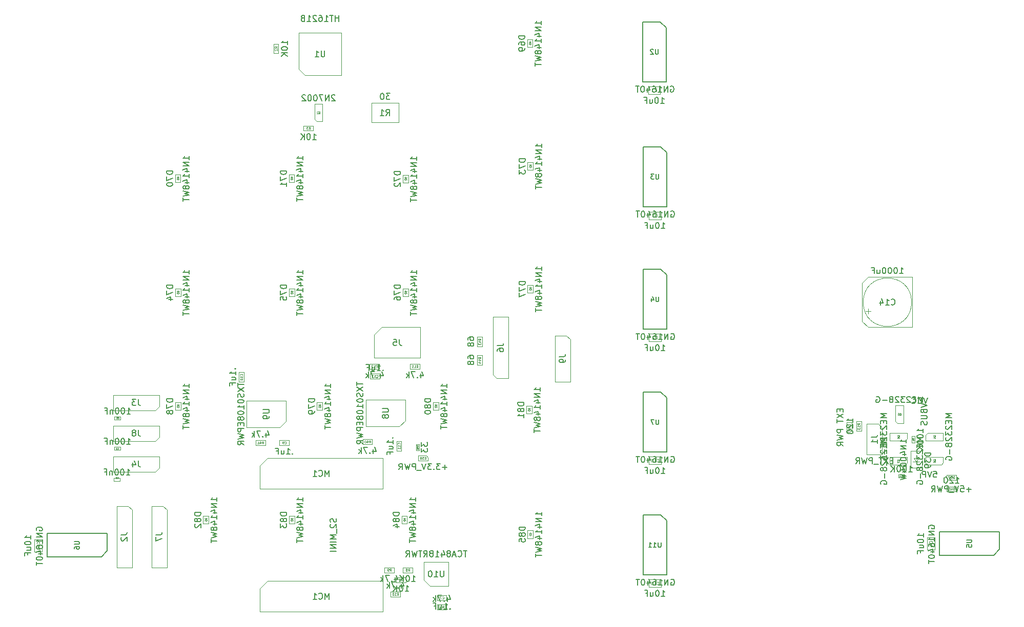
<source format=gbr>
G04 #@! TF.GenerationSoftware,KiCad,Pcbnew,8.0.6*
G04 #@! TF.CreationDate,2024-12-03T12:50:29-05:00*
G04 #@! TF.ProjectId,UFC_Main,5546435f-4d61-4696-9e2e-6b696361645f,6.1.0*
G04 #@! TF.SameCoordinates,Original*
G04 #@! TF.FileFunction,AssemblyDrawing,Bot*
%FSLAX46Y46*%
G04 Gerber Fmt 4.6, Leading zero omitted, Abs format (unit mm)*
G04 Created by KiCad (PCBNEW 8.0.6) date 2024-12-03 12:50:29*
%MOMM*%
%LPD*%
G01*
G04 APERTURE LIST*
%ADD10C,0.150000*%
%ADD11C,0.080000*%
%ADD12C,0.060000*%
%ADD13C,0.040000*%
%ADD14C,0.050000*%
%ADD15C,0.100000*%
G04 APERTURE END LIST*
D10*
X194552068Y-112829819D02*
X195123496Y-112829819D01*
X194837782Y-112829819D02*
X194837782Y-111829819D01*
X194837782Y-111829819D02*
X194933020Y-111972676D01*
X194933020Y-111972676D02*
X195028258Y-112067914D01*
X195028258Y-112067914D02*
X195123496Y-112115533D01*
X193933020Y-111829819D02*
X193837782Y-111829819D01*
X193837782Y-111829819D02*
X193742544Y-111877438D01*
X193742544Y-111877438D02*
X193694925Y-111925057D01*
X193694925Y-111925057D02*
X193647306Y-112020295D01*
X193647306Y-112020295D02*
X193599687Y-112210771D01*
X193599687Y-112210771D02*
X193599687Y-112448866D01*
X193599687Y-112448866D02*
X193647306Y-112639342D01*
X193647306Y-112639342D02*
X193694925Y-112734580D01*
X193694925Y-112734580D02*
X193742544Y-112782200D01*
X193742544Y-112782200D02*
X193837782Y-112829819D01*
X193837782Y-112829819D02*
X193933020Y-112829819D01*
X193933020Y-112829819D02*
X194028258Y-112782200D01*
X194028258Y-112782200D02*
X194075877Y-112734580D01*
X194075877Y-112734580D02*
X194123496Y-112639342D01*
X194123496Y-112639342D02*
X194171115Y-112448866D01*
X194171115Y-112448866D02*
X194171115Y-112210771D01*
X194171115Y-112210771D02*
X194123496Y-112020295D01*
X194123496Y-112020295D02*
X194075877Y-111925057D01*
X194075877Y-111925057D02*
X194028258Y-111877438D01*
X194028258Y-111877438D02*
X193933020Y-111829819D01*
X192742544Y-112163152D02*
X192742544Y-112829819D01*
X193171115Y-112163152D02*
X193171115Y-112686961D01*
X193171115Y-112686961D02*
X193123496Y-112782200D01*
X193123496Y-112782200D02*
X193028258Y-112829819D01*
X193028258Y-112829819D02*
X192885401Y-112829819D01*
X192885401Y-112829819D02*
X192790163Y-112782200D01*
X192790163Y-112782200D02*
X192742544Y-112734580D01*
X191933020Y-112306009D02*
X192266353Y-112306009D01*
X192266353Y-112829819D02*
X192266353Y-111829819D01*
X192266353Y-111829819D02*
X191790163Y-111829819D01*
D11*
X193563973Y-110874530D02*
X193587782Y-110898340D01*
X193587782Y-110898340D02*
X193659211Y-110922149D01*
X193659211Y-110922149D02*
X193706830Y-110922149D01*
X193706830Y-110922149D02*
X193778258Y-110898340D01*
X193778258Y-110898340D02*
X193825877Y-110850720D01*
X193825877Y-110850720D02*
X193849687Y-110803101D01*
X193849687Y-110803101D02*
X193873496Y-110707863D01*
X193873496Y-110707863D02*
X193873496Y-110636435D01*
X193873496Y-110636435D02*
X193849687Y-110541197D01*
X193849687Y-110541197D02*
X193825877Y-110493578D01*
X193825877Y-110493578D02*
X193778258Y-110445959D01*
X193778258Y-110445959D02*
X193706830Y-110422149D01*
X193706830Y-110422149D02*
X193659211Y-110422149D01*
X193659211Y-110422149D02*
X193587782Y-110445959D01*
X193587782Y-110445959D02*
X193563973Y-110469768D01*
X193087782Y-110922149D02*
X193373496Y-110922149D01*
X193230639Y-110922149D02*
X193230639Y-110422149D01*
X193230639Y-110422149D02*
X193278258Y-110493578D01*
X193278258Y-110493578D02*
X193325877Y-110541197D01*
X193325877Y-110541197D02*
X193373496Y-110565006D01*
D10*
X194679068Y-153723819D02*
X195250496Y-153723819D01*
X194964782Y-153723819D02*
X194964782Y-152723819D01*
X194964782Y-152723819D02*
X195060020Y-152866676D01*
X195060020Y-152866676D02*
X195155258Y-152961914D01*
X195155258Y-152961914D02*
X195250496Y-153009533D01*
X194060020Y-152723819D02*
X193964782Y-152723819D01*
X193964782Y-152723819D02*
X193869544Y-152771438D01*
X193869544Y-152771438D02*
X193821925Y-152819057D01*
X193821925Y-152819057D02*
X193774306Y-152914295D01*
X193774306Y-152914295D02*
X193726687Y-153104771D01*
X193726687Y-153104771D02*
X193726687Y-153342866D01*
X193726687Y-153342866D02*
X193774306Y-153533342D01*
X193774306Y-153533342D02*
X193821925Y-153628580D01*
X193821925Y-153628580D02*
X193869544Y-153676200D01*
X193869544Y-153676200D02*
X193964782Y-153723819D01*
X193964782Y-153723819D02*
X194060020Y-153723819D01*
X194060020Y-153723819D02*
X194155258Y-153676200D01*
X194155258Y-153676200D02*
X194202877Y-153628580D01*
X194202877Y-153628580D02*
X194250496Y-153533342D01*
X194250496Y-153533342D02*
X194298115Y-153342866D01*
X194298115Y-153342866D02*
X194298115Y-153104771D01*
X194298115Y-153104771D02*
X194250496Y-152914295D01*
X194250496Y-152914295D02*
X194202877Y-152819057D01*
X194202877Y-152819057D02*
X194155258Y-152771438D01*
X194155258Y-152771438D02*
X194060020Y-152723819D01*
X192869544Y-153057152D02*
X192869544Y-153723819D01*
X193298115Y-153057152D02*
X193298115Y-153580961D01*
X193298115Y-153580961D02*
X193250496Y-153676200D01*
X193250496Y-153676200D02*
X193155258Y-153723819D01*
X193155258Y-153723819D02*
X193012401Y-153723819D01*
X193012401Y-153723819D02*
X192917163Y-153676200D01*
X192917163Y-153676200D02*
X192869544Y-153628580D01*
X192060020Y-153200009D02*
X192393353Y-153200009D01*
X192393353Y-153723819D02*
X192393353Y-152723819D01*
X192393353Y-152723819D02*
X191917163Y-152723819D01*
D11*
X193690973Y-151768530D02*
X193714782Y-151792340D01*
X193714782Y-151792340D02*
X193786211Y-151816149D01*
X193786211Y-151816149D02*
X193833830Y-151816149D01*
X193833830Y-151816149D02*
X193905258Y-151792340D01*
X193905258Y-151792340D02*
X193952877Y-151744720D01*
X193952877Y-151744720D02*
X193976687Y-151697101D01*
X193976687Y-151697101D02*
X194000496Y-151601863D01*
X194000496Y-151601863D02*
X194000496Y-151530435D01*
X194000496Y-151530435D02*
X193976687Y-151435197D01*
X193976687Y-151435197D02*
X193952877Y-151387578D01*
X193952877Y-151387578D02*
X193905258Y-151339959D01*
X193905258Y-151339959D02*
X193833830Y-151316149D01*
X193833830Y-151316149D02*
X193786211Y-151316149D01*
X193786211Y-151316149D02*
X193714782Y-151339959D01*
X193714782Y-151339959D02*
X193690973Y-151363768D01*
X193500496Y-151363768D02*
X193476687Y-151339959D01*
X193476687Y-151339959D02*
X193429068Y-151316149D01*
X193429068Y-151316149D02*
X193310020Y-151316149D01*
X193310020Y-151316149D02*
X193262401Y-151339959D01*
X193262401Y-151339959D02*
X193238592Y-151363768D01*
X193238592Y-151363768D02*
X193214782Y-151411387D01*
X193214782Y-151411387D02*
X193214782Y-151459006D01*
X193214782Y-151459006D02*
X193238592Y-151530435D01*
X193238592Y-151530435D02*
X193524306Y-151816149D01*
X193524306Y-151816149D02*
X193214782Y-151816149D01*
D10*
X194679068Y-133530819D02*
X195250496Y-133530819D01*
X194964782Y-133530819D02*
X194964782Y-132530819D01*
X194964782Y-132530819D02*
X195060020Y-132673676D01*
X195060020Y-132673676D02*
X195155258Y-132768914D01*
X195155258Y-132768914D02*
X195250496Y-132816533D01*
X194060020Y-132530819D02*
X193964782Y-132530819D01*
X193964782Y-132530819D02*
X193869544Y-132578438D01*
X193869544Y-132578438D02*
X193821925Y-132626057D01*
X193821925Y-132626057D02*
X193774306Y-132721295D01*
X193774306Y-132721295D02*
X193726687Y-132911771D01*
X193726687Y-132911771D02*
X193726687Y-133149866D01*
X193726687Y-133149866D02*
X193774306Y-133340342D01*
X193774306Y-133340342D02*
X193821925Y-133435580D01*
X193821925Y-133435580D02*
X193869544Y-133483200D01*
X193869544Y-133483200D02*
X193964782Y-133530819D01*
X193964782Y-133530819D02*
X194060020Y-133530819D01*
X194060020Y-133530819D02*
X194155258Y-133483200D01*
X194155258Y-133483200D02*
X194202877Y-133435580D01*
X194202877Y-133435580D02*
X194250496Y-133340342D01*
X194250496Y-133340342D02*
X194298115Y-133149866D01*
X194298115Y-133149866D02*
X194298115Y-132911771D01*
X194298115Y-132911771D02*
X194250496Y-132721295D01*
X194250496Y-132721295D02*
X194202877Y-132626057D01*
X194202877Y-132626057D02*
X194155258Y-132578438D01*
X194155258Y-132578438D02*
X194060020Y-132530819D01*
X192869544Y-132864152D02*
X192869544Y-133530819D01*
X193298115Y-132864152D02*
X193298115Y-133387961D01*
X193298115Y-133387961D02*
X193250496Y-133483200D01*
X193250496Y-133483200D02*
X193155258Y-133530819D01*
X193155258Y-133530819D02*
X193012401Y-133530819D01*
X193012401Y-133530819D02*
X192917163Y-133483200D01*
X192917163Y-133483200D02*
X192869544Y-133435580D01*
X192060020Y-133007009D02*
X192393353Y-133007009D01*
X192393353Y-133530819D02*
X192393353Y-132530819D01*
X192393353Y-132530819D02*
X191917163Y-132530819D01*
D11*
X193690973Y-131575530D02*
X193714782Y-131599340D01*
X193714782Y-131599340D02*
X193786211Y-131623149D01*
X193786211Y-131623149D02*
X193833830Y-131623149D01*
X193833830Y-131623149D02*
X193905258Y-131599340D01*
X193905258Y-131599340D02*
X193952877Y-131551720D01*
X193952877Y-131551720D02*
X193976687Y-131504101D01*
X193976687Y-131504101D02*
X194000496Y-131408863D01*
X194000496Y-131408863D02*
X194000496Y-131337435D01*
X194000496Y-131337435D02*
X193976687Y-131242197D01*
X193976687Y-131242197D02*
X193952877Y-131194578D01*
X193952877Y-131194578D02*
X193905258Y-131146959D01*
X193905258Y-131146959D02*
X193833830Y-131123149D01*
X193833830Y-131123149D02*
X193786211Y-131123149D01*
X193786211Y-131123149D02*
X193714782Y-131146959D01*
X193714782Y-131146959D02*
X193690973Y-131170768D01*
X193524306Y-131123149D02*
X193214782Y-131123149D01*
X193214782Y-131123149D02*
X193381449Y-131313625D01*
X193381449Y-131313625D02*
X193310020Y-131313625D01*
X193310020Y-131313625D02*
X193262401Y-131337435D01*
X193262401Y-131337435D02*
X193238592Y-131361244D01*
X193238592Y-131361244D02*
X193214782Y-131408863D01*
X193214782Y-131408863D02*
X193214782Y-131527911D01*
X193214782Y-131527911D02*
X193238592Y-131575530D01*
X193238592Y-131575530D02*
X193262401Y-131599340D01*
X193262401Y-131599340D02*
X193310020Y-131623149D01*
X193310020Y-131623149D02*
X193452877Y-131623149D01*
X193452877Y-131623149D02*
X193500496Y-131599340D01*
X193500496Y-131599340D02*
X193524306Y-131575530D01*
D10*
X159758782Y-196409580D02*
X159711163Y-196457200D01*
X159711163Y-196457200D02*
X159758782Y-196504819D01*
X159758782Y-196504819D02*
X159806401Y-196457200D01*
X159806401Y-196457200D02*
X159758782Y-196409580D01*
X159758782Y-196409580D02*
X159758782Y-196504819D01*
X158758783Y-196504819D02*
X159330211Y-196504819D01*
X159044497Y-196504819D02*
X159044497Y-195504819D01*
X159044497Y-195504819D02*
X159139735Y-195647676D01*
X159139735Y-195647676D02*
X159234973Y-195742914D01*
X159234973Y-195742914D02*
X159330211Y-195790533D01*
X157901640Y-195838152D02*
X157901640Y-196504819D01*
X158330211Y-195838152D02*
X158330211Y-196361961D01*
X158330211Y-196361961D02*
X158282592Y-196457200D01*
X158282592Y-196457200D02*
X158187354Y-196504819D01*
X158187354Y-196504819D02*
X158044497Y-196504819D01*
X158044497Y-196504819D02*
X157949259Y-196457200D01*
X157949259Y-196457200D02*
X157901640Y-196409580D01*
X157092116Y-195981009D02*
X157425449Y-195981009D01*
X157425449Y-196504819D02*
X157425449Y-195504819D01*
X157425449Y-195504819D02*
X156949259Y-195504819D01*
D12*
X158468306Y-194763832D02*
X158487354Y-194782880D01*
X158487354Y-194782880D02*
X158544496Y-194801927D01*
X158544496Y-194801927D02*
X158582592Y-194801927D01*
X158582592Y-194801927D02*
X158639735Y-194782880D01*
X158639735Y-194782880D02*
X158677830Y-194744784D01*
X158677830Y-194744784D02*
X158696877Y-194706689D01*
X158696877Y-194706689D02*
X158715925Y-194630499D01*
X158715925Y-194630499D02*
X158715925Y-194573356D01*
X158715925Y-194573356D02*
X158696877Y-194497165D01*
X158696877Y-194497165D02*
X158677830Y-194459070D01*
X158677830Y-194459070D02*
X158639735Y-194420975D01*
X158639735Y-194420975D02*
X158582592Y-194401927D01*
X158582592Y-194401927D02*
X158544496Y-194401927D01*
X158544496Y-194401927D02*
X158487354Y-194420975D01*
X158487354Y-194420975D02*
X158468306Y-194440022D01*
X158334973Y-194401927D02*
X158068306Y-194401927D01*
X158068306Y-194401927D02*
X158239735Y-194801927D01*
D10*
X106291059Y-174328019D02*
X106862487Y-174328019D01*
X106576773Y-174328019D02*
X106576773Y-173328019D01*
X106576773Y-173328019D02*
X106672011Y-173470876D01*
X106672011Y-173470876D02*
X106767249Y-173566114D01*
X106767249Y-173566114D02*
X106862487Y-173613733D01*
X105672011Y-173328019D02*
X105576773Y-173328019D01*
X105576773Y-173328019D02*
X105481535Y-173375638D01*
X105481535Y-173375638D02*
X105433916Y-173423257D01*
X105433916Y-173423257D02*
X105386297Y-173518495D01*
X105386297Y-173518495D02*
X105338678Y-173708971D01*
X105338678Y-173708971D02*
X105338678Y-173947066D01*
X105338678Y-173947066D02*
X105386297Y-174137542D01*
X105386297Y-174137542D02*
X105433916Y-174232780D01*
X105433916Y-174232780D02*
X105481535Y-174280400D01*
X105481535Y-174280400D02*
X105576773Y-174328019D01*
X105576773Y-174328019D02*
X105672011Y-174328019D01*
X105672011Y-174328019D02*
X105767249Y-174280400D01*
X105767249Y-174280400D02*
X105814868Y-174232780D01*
X105814868Y-174232780D02*
X105862487Y-174137542D01*
X105862487Y-174137542D02*
X105910106Y-173947066D01*
X105910106Y-173947066D02*
X105910106Y-173708971D01*
X105910106Y-173708971D02*
X105862487Y-173518495D01*
X105862487Y-173518495D02*
X105814868Y-173423257D01*
X105814868Y-173423257D02*
X105767249Y-173375638D01*
X105767249Y-173375638D02*
X105672011Y-173328019D01*
X104719630Y-173328019D02*
X104624392Y-173328019D01*
X104624392Y-173328019D02*
X104529154Y-173375638D01*
X104529154Y-173375638D02*
X104481535Y-173423257D01*
X104481535Y-173423257D02*
X104433916Y-173518495D01*
X104433916Y-173518495D02*
X104386297Y-173708971D01*
X104386297Y-173708971D02*
X104386297Y-173947066D01*
X104386297Y-173947066D02*
X104433916Y-174137542D01*
X104433916Y-174137542D02*
X104481535Y-174232780D01*
X104481535Y-174232780D02*
X104529154Y-174280400D01*
X104529154Y-174280400D02*
X104624392Y-174328019D01*
X104624392Y-174328019D02*
X104719630Y-174328019D01*
X104719630Y-174328019D02*
X104814868Y-174280400D01*
X104814868Y-174280400D02*
X104862487Y-174232780D01*
X104862487Y-174232780D02*
X104910106Y-174137542D01*
X104910106Y-174137542D02*
X104957725Y-173947066D01*
X104957725Y-173947066D02*
X104957725Y-173708971D01*
X104957725Y-173708971D02*
X104910106Y-173518495D01*
X104910106Y-173518495D02*
X104862487Y-173423257D01*
X104862487Y-173423257D02*
X104814868Y-173375638D01*
X104814868Y-173375638D02*
X104719630Y-173328019D01*
X103957725Y-173661352D02*
X103957725Y-174328019D01*
X103957725Y-173756590D02*
X103910106Y-173708971D01*
X103910106Y-173708971D02*
X103814868Y-173661352D01*
X103814868Y-173661352D02*
X103672011Y-173661352D01*
X103672011Y-173661352D02*
X103576773Y-173708971D01*
X103576773Y-173708971D02*
X103529154Y-173804209D01*
X103529154Y-173804209D02*
X103529154Y-174328019D01*
X102719630Y-173804209D02*
X103052963Y-173804209D01*
X103052963Y-174328019D02*
X103052963Y-173328019D01*
X103052963Y-173328019D02*
X102576773Y-173328019D01*
D13*
X104785106Y-174872965D02*
X104797010Y-174884870D01*
X104797010Y-174884870D02*
X104832725Y-174896774D01*
X104832725Y-174896774D02*
X104856534Y-174896774D01*
X104856534Y-174896774D02*
X104892248Y-174884870D01*
X104892248Y-174884870D02*
X104916058Y-174861060D01*
X104916058Y-174861060D02*
X104927963Y-174837250D01*
X104927963Y-174837250D02*
X104939867Y-174789631D01*
X104939867Y-174789631D02*
X104939867Y-174753917D01*
X104939867Y-174753917D02*
X104927963Y-174706298D01*
X104927963Y-174706298D02*
X104916058Y-174682489D01*
X104916058Y-174682489D02*
X104892248Y-174658679D01*
X104892248Y-174658679D02*
X104856534Y-174646774D01*
X104856534Y-174646774D02*
X104832725Y-174646774D01*
X104832725Y-174646774D02*
X104797010Y-174658679D01*
X104797010Y-174658679D02*
X104785106Y-174670584D01*
X104642248Y-174753917D02*
X104666058Y-174742012D01*
X104666058Y-174742012D02*
X104677963Y-174730108D01*
X104677963Y-174730108D02*
X104689867Y-174706298D01*
X104689867Y-174706298D02*
X104689867Y-174694393D01*
X104689867Y-174694393D02*
X104677963Y-174670584D01*
X104677963Y-174670584D02*
X104666058Y-174658679D01*
X104666058Y-174658679D02*
X104642248Y-174646774D01*
X104642248Y-174646774D02*
X104594629Y-174646774D01*
X104594629Y-174646774D02*
X104570820Y-174658679D01*
X104570820Y-174658679D02*
X104558915Y-174670584D01*
X104558915Y-174670584D02*
X104547010Y-174694393D01*
X104547010Y-174694393D02*
X104547010Y-174706298D01*
X104547010Y-174706298D02*
X104558915Y-174730108D01*
X104558915Y-174730108D02*
X104570820Y-174742012D01*
X104570820Y-174742012D02*
X104594629Y-174753917D01*
X104594629Y-174753917D02*
X104642248Y-174753917D01*
X104642248Y-174753917D02*
X104666058Y-174765822D01*
X104666058Y-174765822D02*
X104677963Y-174777727D01*
X104677963Y-174777727D02*
X104689867Y-174801536D01*
X104689867Y-174801536D02*
X104689867Y-174849155D01*
X104689867Y-174849155D02*
X104677963Y-174872965D01*
X104677963Y-174872965D02*
X104666058Y-174884870D01*
X104666058Y-174884870D02*
X104642248Y-174896774D01*
X104642248Y-174896774D02*
X104594629Y-174896774D01*
X104594629Y-174896774D02*
X104570820Y-174884870D01*
X104570820Y-174884870D02*
X104558915Y-174872965D01*
X104558915Y-174872965D02*
X104547010Y-174849155D01*
X104547010Y-174849155D02*
X104547010Y-174801536D01*
X104547010Y-174801536D02*
X104558915Y-174777727D01*
X104558915Y-174777727D02*
X104570820Y-174765822D01*
X104570820Y-174765822D02*
X104594629Y-174753917D01*
D10*
X133733782Y-170769580D02*
X133686163Y-170817200D01*
X133686163Y-170817200D02*
X133733782Y-170864819D01*
X133733782Y-170864819D02*
X133781401Y-170817200D01*
X133781401Y-170817200D02*
X133733782Y-170769580D01*
X133733782Y-170769580D02*
X133733782Y-170864819D01*
X132733783Y-170864819D02*
X133305211Y-170864819D01*
X133019497Y-170864819D02*
X133019497Y-169864819D01*
X133019497Y-169864819D02*
X133114735Y-170007676D01*
X133114735Y-170007676D02*
X133209973Y-170102914D01*
X133209973Y-170102914D02*
X133305211Y-170150533D01*
X131876640Y-170198152D02*
X131876640Y-170864819D01*
X132305211Y-170198152D02*
X132305211Y-170721961D01*
X132305211Y-170721961D02*
X132257592Y-170817200D01*
X132257592Y-170817200D02*
X132162354Y-170864819D01*
X132162354Y-170864819D02*
X132019497Y-170864819D01*
X132019497Y-170864819D02*
X131924259Y-170817200D01*
X131924259Y-170817200D02*
X131876640Y-170769580D01*
X131067116Y-170341009D02*
X131400449Y-170341009D01*
X131400449Y-170864819D02*
X131400449Y-169864819D01*
X131400449Y-169864819D02*
X130924259Y-169864819D01*
D12*
X132443306Y-169123832D02*
X132462354Y-169142880D01*
X132462354Y-169142880D02*
X132519496Y-169161927D01*
X132519496Y-169161927D02*
X132557592Y-169161927D01*
X132557592Y-169161927D02*
X132614735Y-169142880D01*
X132614735Y-169142880D02*
X132652830Y-169104784D01*
X132652830Y-169104784D02*
X132671877Y-169066689D01*
X132671877Y-169066689D02*
X132690925Y-168990499D01*
X132690925Y-168990499D02*
X132690925Y-168933356D01*
X132690925Y-168933356D02*
X132671877Y-168857165D01*
X132671877Y-168857165D02*
X132652830Y-168819070D01*
X132652830Y-168819070D02*
X132614735Y-168780975D01*
X132614735Y-168780975D02*
X132557592Y-168761927D01*
X132557592Y-168761927D02*
X132519496Y-168761927D01*
X132519496Y-168761927D02*
X132462354Y-168780975D01*
X132462354Y-168780975D02*
X132443306Y-168800022D01*
X132252830Y-169161927D02*
X132176639Y-169161927D01*
X132176639Y-169161927D02*
X132138544Y-169142880D01*
X132138544Y-169142880D02*
X132119496Y-169123832D01*
X132119496Y-169123832D02*
X132081401Y-169066689D01*
X132081401Y-169066689D02*
X132062354Y-168990499D01*
X132062354Y-168990499D02*
X132062354Y-168838118D01*
X132062354Y-168838118D02*
X132081401Y-168800022D01*
X132081401Y-168800022D02*
X132100449Y-168780975D01*
X132100449Y-168780975D02*
X132138544Y-168761927D01*
X132138544Y-168761927D02*
X132214735Y-168761927D01*
X132214735Y-168761927D02*
X132252830Y-168780975D01*
X132252830Y-168780975D02*
X132271877Y-168800022D01*
X132271877Y-168800022D02*
X132290925Y-168838118D01*
X132290925Y-168838118D02*
X132290925Y-168933356D01*
X132290925Y-168933356D02*
X132271877Y-168971451D01*
X132271877Y-168971451D02*
X132252830Y-168990499D01*
X132252830Y-168990499D02*
X132214735Y-169009546D01*
X132214735Y-169009546D02*
X132138544Y-169009546D01*
X132138544Y-169009546D02*
X132100449Y-168990499D01*
X132100449Y-168990499D02*
X132081401Y-168971451D01*
X132081401Y-168971451D02*
X132062354Y-168933356D01*
D10*
X124236620Y-156732457D02*
X124284240Y-156780076D01*
X124284240Y-156780076D02*
X124331859Y-156732457D01*
X124331859Y-156732457D02*
X124284240Y-156684838D01*
X124284240Y-156684838D02*
X124236620Y-156732457D01*
X124236620Y-156732457D02*
X124331859Y-156732457D01*
X124331859Y-157732456D02*
X124331859Y-157161028D01*
X124331859Y-157446742D02*
X123331859Y-157446742D01*
X123331859Y-157446742D02*
X123474716Y-157351504D01*
X123474716Y-157351504D02*
X123569954Y-157256266D01*
X123569954Y-157256266D02*
X123617573Y-157161028D01*
X123665192Y-158589599D02*
X124331859Y-158589599D01*
X123665192Y-158161028D02*
X124189001Y-158161028D01*
X124189001Y-158161028D02*
X124284240Y-158208647D01*
X124284240Y-158208647D02*
X124331859Y-158303885D01*
X124331859Y-158303885D02*
X124331859Y-158446742D01*
X124331859Y-158446742D02*
X124284240Y-158541980D01*
X124284240Y-158541980D02*
X124236620Y-158589599D01*
X123808049Y-159399123D02*
X123808049Y-159065790D01*
X124331859Y-159065790D02*
X123331859Y-159065790D01*
X123331859Y-159065790D02*
X123331859Y-159541980D01*
D12*
X125450872Y-157832457D02*
X125469920Y-157813409D01*
X125469920Y-157813409D02*
X125488967Y-157756267D01*
X125488967Y-157756267D02*
X125488967Y-157718171D01*
X125488967Y-157718171D02*
X125469920Y-157661028D01*
X125469920Y-157661028D02*
X125431824Y-157622933D01*
X125431824Y-157622933D02*
X125393729Y-157603886D01*
X125393729Y-157603886D02*
X125317539Y-157584838D01*
X125317539Y-157584838D02*
X125260396Y-157584838D01*
X125260396Y-157584838D02*
X125184205Y-157603886D01*
X125184205Y-157603886D02*
X125146110Y-157622933D01*
X125146110Y-157622933D02*
X125108015Y-157661028D01*
X125108015Y-157661028D02*
X125088967Y-157718171D01*
X125088967Y-157718171D02*
X125088967Y-157756267D01*
X125088967Y-157756267D02*
X125108015Y-157813409D01*
X125108015Y-157813409D02*
X125127062Y-157832457D01*
X125488967Y-158213409D02*
X125488967Y-157984838D01*
X125488967Y-158099124D02*
X125088967Y-158099124D01*
X125088967Y-158099124D02*
X125146110Y-158061028D01*
X125146110Y-158061028D02*
X125184205Y-158022933D01*
X125184205Y-158022933D02*
X125203253Y-157984838D01*
X125088967Y-158461028D02*
X125088967Y-158499123D01*
X125088967Y-158499123D02*
X125108015Y-158537219D01*
X125108015Y-158537219D02*
X125127062Y-158556266D01*
X125127062Y-158556266D02*
X125165158Y-158575314D01*
X125165158Y-158575314D02*
X125241348Y-158594361D01*
X125241348Y-158594361D02*
X125336586Y-158594361D01*
X125336586Y-158594361D02*
X125412777Y-158575314D01*
X125412777Y-158575314D02*
X125450872Y-158556266D01*
X125450872Y-158556266D02*
X125469920Y-158537219D01*
X125469920Y-158537219D02*
X125488967Y-158499123D01*
X125488967Y-158499123D02*
X125488967Y-158461028D01*
X125488967Y-158461028D02*
X125469920Y-158422933D01*
X125469920Y-158422933D02*
X125450872Y-158403885D01*
X125450872Y-158403885D02*
X125412777Y-158384838D01*
X125412777Y-158384838D02*
X125336586Y-158365790D01*
X125336586Y-158365790D02*
X125241348Y-158365790D01*
X125241348Y-158365790D02*
X125165158Y-158384838D01*
X125165158Y-158384838D02*
X125127062Y-158403885D01*
X125127062Y-158403885D02*
X125108015Y-158422933D01*
X125108015Y-158422933D02*
X125088967Y-158461028D01*
D10*
X150256220Y-168137857D02*
X150303840Y-168185476D01*
X150303840Y-168185476D02*
X150351459Y-168137857D01*
X150351459Y-168137857D02*
X150303840Y-168090238D01*
X150303840Y-168090238D02*
X150256220Y-168137857D01*
X150256220Y-168137857D02*
X150351459Y-168137857D01*
X150351459Y-169137856D02*
X150351459Y-168566428D01*
X150351459Y-168852142D02*
X149351459Y-168852142D01*
X149351459Y-168852142D02*
X149494316Y-168756904D01*
X149494316Y-168756904D02*
X149589554Y-168661666D01*
X149589554Y-168661666D02*
X149637173Y-168566428D01*
X149684792Y-169994999D02*
X150351459Y-169994999D01*
X149684792Y-169566428D02*
X150208601Y-169566428D01*
X150208601Y-169566428D02*
X150303840Y-169614047D01*
X150303840Y-169614047D02*
X150351459Y-169709285D01*
X150351459Y-169709285D02*
X150351459Y-169852142D01*
X150351459Y-169852142D02*
X150303840Y-169947380D01*
X150303840Y-169947380D02*
X150256220Y-169994999D01*
X149827649Y-170804523D02*
X149827649Y-170471190D01*
X150351459Y-170471190D02*
X149351459Y-170471190D01*
X149351459Y-170471190D02*
X149351459Y-170947380D01*
D12*
X151470472Y-169237857D02*
X151489520Y-169218809D01*
X151489520Y-169218809D02*
X151508567Y-169161667D01*
X151508567Y-169161667D02*
X151508567Y-169123571D01*
X151508567Y-169123571D02*
X151489520Y-169066428D01*
X151489520Y-169066428D02*
X151451424Y-169028333D01*
X151451424Y-169028333D02*
X151413329Y-169009286D01*
X151413329Y-169009286D02*
X151337139Y-168990238D01*
X151337139Y-168990238D02*
X151279996Y-168990238D01*
X151279996Y-168990238D02*
X151203805Y-169009286D01*
X151203805Y-169009286D02*
X151165710Y-169028333D01*
X151165710Y-169028333D02*
X151127615Y-169066428D01*
X151127615Y-169066428D02*
X151108567Y-169123571D01*
X151108567Y-169123571D02*
X151108567Y-169161667D01*
X151108567Y-169161667D02*
X151127615Y-169218809D01*
X151127615Y-169218809D02*
X151146662Y-169237857D01*
X151508567Y-169618809D02*
X151508567Y-169390238D01*
X151508567Y-169504524D02*
X151108567Y-169504524D01*
X151108567Y-169504524D02*
X151165710Y-169466428D01*
X151165710Y-169466428D02*
X151203805Y-169428333D01*
X151203805Y-169428333D02*
X151222853Y-169390238D01*
X151508567Y-169999761D02*
X151508567Y-169771190D01*
X151508567Y-169885476D02*
X151108567Y-169885476D01*
X151108567Y-169885476D02*
X151165710Y-169847380D01*
X151165710Y-169847380D02*
X151203805Y-169809285D01*
X151203805Y-169809285D02*
X151222853Y-169771190D01*
D10*
X148703782Y-156909580D02*
X148656163Y-156957200D01*
X148656163Y-156957200D02*
X148703782Y-157004819D01*
X148703782Y-157004819D02*
X148751401Y-156957200D01*
X148751401Y-156957200D02*
X148703782Y-156909580D01*
X148703782Y-156909580D02*
X148703782Y-157004819D01*
X147703783Y-157004819D02*
X148275211Y-157004819D01*
X147989497Y-157004819D02*
X147989497Y-156004819D01*
X147989497Y-156004819D02*
X148084735Y-156147676D01*
X148084735Y-156147676D02*
X148179973Y-156242914D01*
X148179973Y-156242914D02*
X148275211Y-156290533D01*
X146846640Y-156338152D02*
X146846640Y-157004819D01*
X147275211Y-156338152D02*
X147275211Y-156861961D01*
X147275211Y-156861961D02*
X147227592Y-156957200D01*
X147227592Y-156957200D02*
X147132354Y-157004819D01*
X147132354Y-157004819D02*
X146989497Y-157004819D01*
X146989497Y-157004819D02*
X146894259Y-156957200D01*
X146894259Y-156957200D02*
X146846640Y-156909580D01*
X146037116Y-156481009D02*
X146370449Y-156481009D01*
X146370449Y-157004819D02*
X146370449Y-156004819D01*
X146370449Y-156004819D02*
X145894259Y-156004819D01*
D12*
X147603782Y-158123832D02*
X147622830Y-158142880D01*
X147622830Y-158142880D02*
X147679972Y-158161927D01*
X147679972Y-158161927D02*
X147718068Y-158161927D01*
X147718068Y-158161927D02*
X147775211Y-158142880D01*
X147775211Y-158142880D02*
X147813306Y-158104784D01*
X147813306Y-158104784D02*
X147832353Y-158066689D01*
X147832353Y-158066689D02*
X147851401Y-157990499D01*
X147851401Y-157990499D02*
X147851401Y-157933356D01*
X147851401Y-157933356D02*
X147832353Y-157857165D01*
X147832353Y-157857165D02*
X147813306Y-157819070D01*
X147813306Y-157819070D02*
X147775211Y-157780975D01*
X147775211Y-157780975D02*
X147718068Y-157761927D01*
X147718068Y-157761927D02*
X147679972Y-157761927D01*
X147679972Y-157761927D02*
X147622830Y-157780975D01*
X147622830Y-157780975D02*
X147603782Y-157800022D01*
X147222830Y-158161927D02*
X147451401Y-158161927D01*
X147337115Y-158161927D02*
X147337115Y-157761927D01*
X147337115Y-157761927D02*
X147375211Y-157819070D01*
X147375211Y-157819070D02*
X147413306Y-157857165D01*
X147413306Y-157857165D02*
X147451401Y-157876213D01*
X147070449Y-157800022D02*
X147051401Y-157780975D01*
X147051401Y-157780975D02*
X147013306Y-157761927D01*
X147013306Y-157761927D02*
X146918068Y-157761927D01*
X146918068Y-157761927D02*
X146879973Y-157780975D01*
X146879973Y-157780975D02*
X146860925Y-157800022D01*
X146860925Y-157800022D02*
X146841878Y-157838118D01*
X146841878Y-157838118D02*
X146841878Y-157876213D01*
X146841878Y-157876213D02*
X146860925Y-157933356D01*
X146860925Y-157933356D02*
X147089497Y-158161927D01*
X147089497Y-158161927D02*
X146841878Y-158161927D01*
D10*
X232918013Y-171926209D02*
X232584680Y-171926209D01*
X232441823Y-172450019D02*
X232918013Y-172450019D01*
X232918013Y-172450019D02*
X232918013Y-171450019D01*
X232918013Y-171450019D02*
X232441823Y-171450019D01*
X232108489Y-171450019D02*
X231441823Y-172450019D01*
X231441823Y-171450019D02*
X232108489Y-172450019D01*
X231203727Y-171450019D02*
X230632299Y-171450019D01*
X230918013Y-172450019D02*
X230918013Y-171450019D01*
X230537061Y-172545257D02*
X229775156Y-172545257D01*
X229537060Y-172450019D02*
X229537060Y-171450019D01*
X229537060Y-171450019D02*
X229156108Y-171450019D01*
X229156108Y-171450019D02*
X229060870Y-171497638D01*
X229060870Y-171497638D02*
X229013251Y-171545257D01*
X229013251Y-171545257D02*
X228965632Y-171640495D01*
X228965632Y-171640495D02*
X228965632Y-171783352D01*
X228965632Y-171783352D02*
X229013251Y-171878590D01*
X229013251Y-171878590D02*
X229060870Y-171926209D01*
X229060870Y-171926209D02*
X229156108Y-171973828D01*
X229156108Y-171973828D02*
X229537060Y-171973828D01*
X228632298Y-171450019D02*
X228394203Y-172450019D01*
X228394203Y-172450019D02*
X228203727Y-171735733D01*
X228203727Y-171735733D02*
X228013251Y-172450019D01*
X228013251Y-172450019D02*
X227775156Y-171450019D01*
X226822775Y-172450019D02*
X227156108Y-171973828D01*
X227394203Y-172450019D02*
X227394203Y-171450019D01*
X227394203Y-171450019D02*
X227013251Y-171450019D01*
X227013251Y-171450019D02*
X226918013Y-171497638D01*
X226918013Y-171497638D02*
X226870394Y-171545257D01*
X226870394Y-171545257D02*
X226822775Y-171640495D01*
X226822775Y-171640495D02*
X226822775Y-171783352D01*
X226822775Y-171783352D02*
X226870394Y-171878590D01*
X226870394Y-171878590D02*
X226918013Y-171926209D01*
X226918013Y-171926209D02*
X227013251Y-171973828D01*
X227013251Y-171973828D02*
X227394203Y-171973828D01*
X229349023Y-168061866D02*
X230063308Y-168061866D01*
X230063308Y-168061866D02*
X230206165Y-168014247D01*
X230206165Y-168014247D02*
X230301404Y-167919009D01*
X230301404Y-167919009D02*
X230349023Y-167776152D01*
X230349023Y-167776152D02*
X230349023Y-167680914D01*
X230349023Y-169061866D02*
X230349023Y-168490438D01*
X230349023Y-168776152D02*
X229349023Y-168776152D01*
X229349023Y-168776152D02*
X229491880Y-168680914D01*
X229491880Y-168680914D02*
X229587118Y-168585676D01*
X229587118Y-168585676D02*
X229634737Y-168490438D01*
X105418259Y-184186666D02*
X106132544Y-184186666D01*
X106132544Y-184186666D02*
X106275401Y-184139047D01*
X106275401Y-184139047D02*
X106370640Y-184043809D01*
X106370640Y-184043809D02*
X106418259Y-183900952D01*
X106418259Y-183900952D02*
X106418259Y-183805714D01*
X105513497Y-184615238D02*
X105465878Y-184662857D01*
X105465878Y-184662857D02*
X105418259Y-184758095D01*
X105418259Y-184758095D02*
X105418259Y-184996190D01*
X105418259Y-184996190D02*
X105465878Y-185091428D01*
X105465878Y-185091428D02*
X105513497Y-185139047D01*
X105513497Y-185139047D02*
X105608735Y-185186666D01*
X105608735Y-185186666D02*
X105703973Y-185186666D01*
X105703973Y-185186666D02*
X105846830Y-185139047D01*
X105846830Y-185139047D02*
X106418259Y-184567619D01*
X106418259Y-184567619D02*
X106418259Y-185186666D01*
X108251773Y-161788019D02*
X108251773Y-162502304D01*
X108251773Y-162502304D02*
X108299392Y-162645161D01*
X108299392Y-162645161D02*
X108394630Y-162740400D01*
X108394630Y-162740400D02*
X108537487Y-162788019D01*
X108537487Y-162788019D02*
X108632725Y-162788019D01*
X107870820Y-161788019D02*
X107251773Y-161788019D01*
X107251773Y-161788019D02*
X107585106Y-162168971D01*
X107585106Y-162168971D02*
X107442249Y-162168971D01*
X107442249Y-162168971D02*
X107347011Y-162216590D01*
X107347011Y-162216590D02*
X107299392Y-162264209D01*
X107299392Y-162264209D02*
X107251773Y-162359447D01*
X107251773Y-162359447D02*
X107251773Y-162597542D01*
X107251773Y-162597542D02*
X107299392Y-162692780D01*
X107299392Y-162692780D02*
X107347011Y-162740400D01*
X107347011Y-162740400D02*
X107442249Y-162788019D01*
X107442249Y-162788019D02*
X107727963Y-162788019D01*
X107727963Y-162788019D02*
X107823201Y-162740400D01*
X107823201Y-162740400D02*
X107870820Y-162692780D01*
X108251773Y-171948019D02*
X108251773Y-172662304D01*
X108251773Y-172662304D02*
X108299392Y-172805161D01*
X108299392Y-172805161D02*
X108394630Y-172900400D01*
X108394630Y-172900400D02*
X108537487Y-172948019D01*
X108537487Y-172948019D02*
X108632725Y-172948019D01*
X107347011Y-172281352D02*
X107347011Y-172948019D01*
X107585106Y-171900400D02*
X107823201Y-172614685D01*
X107823201Y-172614685D02*
X107204154Y-172614685D01*
X151374973Y-151869819D02*
X151374973Y-152584104D01*
X151374973Y-152584104D02*
X151422592Y-152726961D01*
X151422592Y-152726961D02*
X151517830Y-152822200D01*
X151517830Y-152822200D02*
X151660687Y-152869819D01*
X151660687Y-152869819D02*
X151755925Y-152869819D01*
X150422592Y-151869819D02*
X150898782Y-151869819D01*
X150898782Y-151869819D02*
X150946401Y-152346009D01*
X150946401Y-152346009D02*
X150898782Y-152298390D01*
X150898782Y-152298390D02*
X150803544Y-152250771D01*
X150803544Y-152250771D02*
X150565449Y-152250771D01*
X150565449Y-152250771D02*
X150470211Y-152298390D01*
X150470211Y-152298390D02*
X150422592Y-152346009D01*
X150422592Y-152346009D02*
X150374973Y-152441247D01*
X150374973Y-152441247D02*
X150374973Y-152679342D01*
X150374973Y-152679342D02*
X150422592Y-152774580D01*
X150422592Y-152774580D02*
X150470211Y-152822200D01*
X150470211Y-152822200D02*
X150565449Y-152869819D01*
X150565449Y-152869819D02*
X150803544Y-152869819D01*
X150803544Y-152869819D02*
X150898782Y-152822200D01*
X150898782Y-152822200D02*
X150946401Y-152774580D01*
X167586259Y-152906666D02*
X168300544Y-152906666D01*
X168300544Y-152906666D02*
X168443401Y-152859047D01*
X168443401Y-152859047D02*
X168538640Y-152763809D01*
X168538640Y-152763809D02*
X168586259Y-152620952D01*
X168586259Y-152620952D02*
X168586259Y-152525714D01*
X167586259Y-153811428D02*
X167586259Y-153620952D01*
X167586259Y-153620952D02*
X167633878Y-153525714D01*
X167633878Y-153525714D02*
X167681497Y-153478095D01*
X167681497Y-153478095D02*
X167824354Y-153382857D01*
X167824354Y-153382857D02*
X168014830Y-153335238D01*
X168014830Y-153335238D02*
X168395782Y-153335238D01*
X168395782Y-153335238D02*
X168491020Y-153382857D01*
X168491020Y-153382857D02*
X168538640Y-153430476D01*
X168538640Y-153430476D02*
X168586259Y-153525714D01*
X168586259Y-153525714D02*
X168586259Y-153716190D01*
X168586259Y-153716190D02*
X168538640Y-153811428D01*
X168538640Y-153811428D02*
X168491020Y-153859047D01*
X168491020Y-153859047D02*
X168395782Y-153906666D01*
X168395782Y-153906666D02*
X168157687Y-153906666D01*
X168157687Y-153906666D02*
X168062449Y-153859047D01*
X168062449Y-153859047D02*
X168014830Y-153811428D01*
X168014830Y-153811428D02*
X167967211Y-153716190D01*
X167967211Y-153716190D02*
X167967211Y-153525714D01*
X167967211Y-153525714D02*
X168014830Y-153430476D01*
X168014830Y-153430476D02*
X168062449Y-153382857D01*
X168062449Y-153382857D02*
X168157687Y-153335238D01*
X111198259Y-184186666D02*
X111912544Y-184186666D01*
X111912544Y-184186666D02*
X112055401Y-184139047D01*
X112055401Y-184139047D02*
X112150640Y-184043809D01*
X112150640Y-184043809D02*
X112198259Y-183900952D01*
X112198259Y-183900952D02*
X112198259Y-183805714D01*
X111198259Y-184567619D02*
X111198259Y-185234285D01*
X111198259Y-185234285D02*
X112198259Y-184805714D01*
X108251773Y-166868019D02*
X108251773Y-167582304D01*
X108251773Y-167582304D02*
X108299392Y-167725161D01*
X108299392Y-167725161D02*
X108394630Y-167820400D01*
X108394630Y-167820400D02*
X108537487Y-167868019D01*
X108537487Y-167868019D02*
X108632725Y-167868019D01*
X107632725Y-167296590D02*
X107727963Y-167248971D01*
X107727963Y-167248971D02*
X107775582Y-167201352D01*
X107775582Y-167201352D02*
X107823201Y-167106114D01*
X107823201Y-167106114D02*
X107823201Y-167058495D01*
X107823201Y-167058495D02*
X107775582Y-166963257D01*
X107775582Y-166963257D02*
X107727963Y-166915638D01*
X107727963Y-166915638D02*
X107632725Y-166868019D01*
X107632725Y-166868019D02*
X107442249Y-166868019D01*
X107442249Y-166868019D02*
X107347011Y-166915638D01*
X107347011Y-166915638D02*
X107299392Y-166963257D01*
X107299392Y-166963257D02*
X107251773Y-167058495D01*
X107251773Y-167058495D02*
X107251773Y-167106114D01*
X107251773Y-167106114D02*
X107299392Y-167201352D01*
X107299392Y-167201352D02*
X107347011Y-167248971D01*
X107347011Y-167248971D02*
X107442249Y-167296590D01*
X107442249Y-167296590D02*
X107632725Y-167296590D01*
X107632725Y-167296590D02*
X107727963Y-167344209D01*
X107727963Y-167344209D02*
X107775582Y-167391828D01*
X107775582Y-167391828D02*
X107823201Y-167487066D01*
X107823201Y-167487066D02*
X107823201Y-167677542D01*
X107823201Y-167677542D02*
X107775582Y-167772780D01*
X107775582Y-167772780D02*
X107727963Y-167820400D01*
X107727963Y-167820400D02*
X107632725Y-167868019D01*
X107632725Y-167868019D02*
X107442249Y-167868019D01*
X107442249Y-167868019D02*
X107347011Y-167820400D01*
X107347011Y-167820400D02*
X107299392Y-167772780D01*
X107299392Y-167772780D02*
X107251773Y-167677542D01*
X107251773Y-167677542D02*
X107251773Y-167487066D01*
X107251773Y-167487066D02*
X107299392Y-167391828D01*
X107299392Y-167391828D02*
X107347011Y-167344209D01*
X107347011Y-167344209D02*
X107442249Y-167296590D01*
X177827259Y-154708666D02*
X178541544Y-154708666D01*
X178541544Y-154708666D02*
X178684401Y-154661047D01*
X178684401Y-154661047D02*
X178779640Y-154565809D01*
X178779640Y-154565809D02*
X178827259Y-154422952D01*
X178827259Y-154422952D02*
X178827259Y-154327714D01*
X178827259Y-155232476D02*
X178827259Y-155422952D01*
X178827259Y-155422952D02*
X178779640Y-155518190D01*
X178779640Y-155518190D02*
X178732020Y-155565809D01*
X178732020Y-155565809D02*
X178589163Y-155661047D01*
X178589163Y-155661047D02*
X178398687Y-155708666D01*
X178398687Y-155708666D02*
X178017735Y-155708666D01*
X178017735Y-155708666D02*
X177922497Y-155661047D01*
X177922497Y-155661047D02*
X177874878Y-155613428D01*
X177874878Y-155613428D02*
X177827259Y-155518190D01*
X177827259Y-155518190D02*
X177827259Y-155327714D01*
X177827259Y-155327714D02*
X177874878Y-155232476D01*
X177874878Y-155232476D02*
X177922497Y-155184857D01*
X177922497Y-155184857D02*
X178017735Y-155137238D01*
X178017735Y-155137238D02*
X178255830Y-155137238D01*
X178255830Y-155137238D02*
X178351068Y-155184857D01*
X178351068Y-155184857D02*
X178398687Y-155232476D01*
X178398687Y-155232476D02*
X178446306Y-155327714D01*
X178446306Y-155327714D02*
X178446306Y-155518190D01*
X178446306Y-155518190D02*
X178398687Y-155613428D01*
X178398687Y-155613428D02*
X178351068Y-155661047D01*
X178351068Y-155661047D02*
X178255830Y-155708666D01*
X137055116Y-118824819D02*
X137626544Y-118824819D01*
X137340830Y-118824819D02*
X137340830Y-117824819D01*
X137340830Y-117824819D02*
X137436068Y-117967676D01*
X137436068Y-117967676D02*
X137531306Y-118062914D01*
X137531306Y-118062914D02*
X137626544Y-118110533D01*
X136436068Y-117824819D02*
X136340830Y-117824819D01*
X136340830Y-117824819D02*
X136245592Y-117872438D01*
X136245592Y-117872438D02*
X136197973Y-117920057D01*
X136197973Y-117920057D02*
X136150354Y-118015295D01*
X136150354Y-118015295D02*
X136102735Y-118205771D01*
X136102735Y-118205771D02*
X136102735Y-118443866D01*
X136102735Y-118443866D02*
X136150354Y-118634342D01*
X136150354Y-118634342D02*
X136197973Y-118729580D01*
X136197973Y-118729580D02*
X136245592Y-118777200D01*
X136245592Y-118777200D02*
X136340830Y-118824819D01*
X136340830Y-118824819D02*
X136436068Y-118824819D01*
X136436068Y-118824819D02*
X136531306Y-118777200D01*
X136531306Y-118777200D02*
X136578925Y-118729580D01*
X136578925Y-118729580D02*
X136626544Y-118634342D01*
X136626544Y-118634342D02*
X136674163Y-118443866D01*
X136674163Y-118443866D02*
X136674163Y-118205771D01*
X136674163Y-118205771D02*
X136626544Y-118015295D01*
X136626544Y-118015295D02*
X136578925Y-117920057D01*
X136578925Y-117920057D02*
X136531306Y-117872438D01*
X136531306Y-117872438D02*
X136436068Y-117824819D01*
X135674163Y-118824819D02*
X135674163Y-117824819D01*
X135102735Y-118824819D02*
X135531306Y-118253390D01*
X135102735Y-117824819D02*
X135674163Y-118396247D01*
D12*
X136431306Y-117121927D02*
X136564639Y-116931451D01*
X136659877Y-117121927D02*
X136659877Y-116721927D01*
X136659877Y-116721927D02*
X136507496Y-116721927D01*
X136507496Y-116721927D02*
X136469401Y-116740975D01*
X136469401Y-116740975D02*
X136450354Y-116760022D01*
X136450354Y-116760022D02*
X136431306Y-116798118D01*
X136431306Y-116798118D02*
X136431306Y-116855260D01*
X136431306Y-116855260D02*
X136450354Y-116893356D01*
X136450354Y-116893356D02*
X136469401Y-116912403D01*
X136469401Y-116912403D02*
X136507496Y-116931451D01*
X136507496Y-116931451D02*
X136659877Y-116931451D01*
X136297973Y-116721927D02*
X136050354Y-116721927D01*
X136050354Y-116721927D02*
X136183687Y-116874308D01*
X136183687Y-116874308D02*
X136126544Y-116874308D01*
X136126544Y-116874308D02*
X136088449Y-116893356D01*
X136088449Y-116893356D02*
X136069401Y-116912403D01*
X136069401Y-116912403D02*
X136050354Y-116950499D01*
X136050354Y-116950499D02*
X136050354Y-117045737D01*
X136050354Y-117045737D02*
X136069401Y-117083832D01*
X136069401Y-117083832D02*
X136088449Y-117102880D01*
X136088449Y-117102880D02*
X136126544Y-117121927D01*
X136126544Y-117121927D02*
X136240830Y-117121927D01*
X136240830Y-117121927D02*
X136278925Y-117102880D01*
X136278925Y-117102880D02*
X136297973Y-117083832D01*
D10*
X159330211Y-194518152D02*
X159330211Y-195184819D01*
X159568306Y-194137200D02*
X159806401Y-194851485D01*
X159806401Y-194851485D02*
X159187354Y-194851485D01*
X158806401Y-195089580D02*
X158758782Y-195137200D01*
X158758782Y-195137200D02*
X158806401Y-195184819D01*
X158806401Y-195184819D02*
X158854020Y-195137200D01*
X158854020Y-195137200D02*
X158806401Y-195089580D01*
X158806401Y-195089580D02*
X158806401Y-195184819D01*
X158425449Y-194184819D02*
X157758783Y-194184819D01*
X157758783Y-194184819D02*
X158187354Y-195184819D01*
X157377830Y-195184819D02*
X157377830Y-194184819D01*
X157282592Y-194803866D02*
X156996878Y-195184819D01*
X156996878Y-194518152D02*
X157377830Y-194899104D01*
D12*
X158468306Y-196341927D02*
X158601639Y-196151451D01*
X158696877Y-196341927D02*
X158696877Y-195941927D01*
X158696877Y-195941927D02*
X158544496Y-195941927D01*
X158544496Y-195941927D02*
X158506401Y-195960975D01*
X158506401Y-195960975D02*
X158487354Y-195980022D01*
X158487354Y-195980022D02*
X158468306Y-196018118D01*
X158468306Y-196018118D02*
X158468306Y-196075260D01*
X158468306Y-196075260D02*
X158487354Y-196113356D01*
X158487354Y-196113356D02*
X158506401Y-196132403D01*
X158506401Y-196132403D02*
X158544496Y-196151451D01*
X158544496Y-196151451D02*
X158696877Y-196151451D01*
X158125449Y-196075260D02*
X158125449Y-196341927D01*
X158220687Y-195922880D02*
X158315925Y-196208594D01*
X158315925Y-196208594D02*
X158068306Y-196208594D01*
D10*
X152347116Y-193555819D02*
X152918544Y-193555819D01*
X152632830Y-193555819D02*
X152632830Y-192555819D01*
X152632830Y-192555819D02*
X152728068Y-192698676D01*
X152728068Y-192698676D02*
X152823306Y-192793914D01*
X152823306Y-192793914D02*
X152918544Y-192841533D01*
X151728068Y-192555819D02*
X151632830Y-192555819D01*
X151632830Y-192555819D02*
X151537592Y-192603438D01*
X151537592Y-192603438D02*
X151489973Y-192651057D01*
X151489973Y-192651057D02*
X151442354Y-192746295D01*
X151442354Y-192746295D02*
X151394735Y-192936771D01*
X151394735Y-192936771D02*
X151394735Y-193174866D01*
X151394735Y-193174866D02*
X151442354Y-193365342D01*
X151442354Y-193365342D02*
X151489973Y-193460580D01*
X151489973Y-193460580D02*
X151537592Y-193508200D01*
X151537592Y-193508200D02*
X151632830Y-193555819D01*
X151632830Y-193555819D02*
X151728068Y-193555819D01*
X151728068Y-193555819D02*
X151823306Y-193508200D01*
X151823306Y-193508200D02*
X151870925Y-193460580D01*
X151870925Y-193460580D02*
X151918544Y-193365342D01*
X151918544Y-193365342D02*
X151966163Y-193174866D01*
X151966163Y-193174866D02*
X151966163Y-192936771D01*
X151966163Y-192936771D02*
X151918544Y-192746295D01*
X151918544Y-192746295D02*
X151870925Y-192651057D01*
X151870925Y-192651057D02*
X151823306Y-192603438D01*
X151823306Y-192603438D02*
X151728068Y-192555819D01*
X150966163Y-193555819D02*
X150966163Y-192555819D01*
X150394735Y-193555819D02*
X150823306Y-192984390D01*
X150394735Y-192555819D02*
X150966163Y-193127247D01*
D12*
X151723306Y-191852927D02*
X151856639Y-191662451D01*
X151951877Y-191852927D02*
X151951877Y-191452927D01*
X151951877Y-191452927D02*
X151799496Y-191452927D01*
X151799496Y-191452927D02*
X151761401Y-191471975D01*
X151761401Y-191471975D02*
X151742354Y-191491022D01*
X151742354Y-191491022D02*
X151723306Y-191529118D01*
X151723306Y-191529118D02*
X151723306Y-191586260D01*
X151723306Y-191586260D02*
X151742354Y-191624356D01*
X151742354Y-191624356D02*
X151761401Y-191643403D01*
X151761401Y-191643403D02*
X151799496Y-191662451D01*
X151799496Y-191662451D02*
X151951877Y-191662451D01*
X151589973Y-191452927D02*
X151323306Y-191452927D01*
X151323306Y-191452927D02*
X151494735Y-191852927D01*
D10*
X153442116Y-191904819D02*
X154013544Y-191904819D01*
X153727830Y-191904819D02*
X153727830Y-190904819D01*
X153727830Y-190904819D02*
X153823068Y-191047676D01*
X153823068Y-191047676D02*
X153918306Y-191142914D01*
X153918306Y-191142914D02*
X154013544Y-191190533D01*
X152823068Y-190904819D02*
X152727830Y-190904819D01*
X152727830Y-190904819D02*
X152632592Y-190952438D01*
X152632592Y-190952438D02*
X152584973Y-191000057D01*
X152584973Y-191000057D02*
X152537354Y-191095295D01*
X152537354Y-191095295D02*
X152489735Y-191285771D01*
X152489735Y-191285771D02*
X152489735Y-191523866D01*
X152489735Y-191523866D02*
X152537354Y-191714342D01*
X152537354Y-191714342D02*
X152584973Y-191809580D01*
X152584973Y-191809580D02*
X152632592Y-191857200D01*
X152632592Y-191857200D02*
X152727830Y-191904819D01*
X152727830Y-191904819D02*
X152823068Y-191904819D01*
X152823068Y-191904819D02*
X152918306Y-191857200D01*
X152918306Y-191857200D02*
X152965925Y-191809580D01*
X152965925Y-191809580D02*
X153013544Y-191714342D01*
X153013544Y-191714342D02*
X153061163Y-191523866D01*
X153061163Y-191523866D02*
X153061163Y-191285771D01*
X153061163Y-191285771D02*
X153013544Y-191095295D01*
X153013544Y-191095295D02*
X152965925Y-191000057D01*
X152965925Y-191000057D02*
X152918306Y-190952438D01*
X152918306Y-190952438D02*
X152823068Y-190904819D01*
X152061163Y-191904819D02*
X152061163Y-190904819D01*
X151489735Y-191904819D02*
X151918306Y-191333390D01*
X151489735Y-190904819D02*
X152061163Y-191476247D01*
D12*
X152818306Y-190201927D02*
X152951639Y-190011451D01*
X153046877Y-190201927D02*
X153046877Y-189801927D01*
X153046877Y-189801927D02*
X152894496Y-189801927D01*
X152894496Y-189801927D02*
X152856401Y-189820975D01*
X152856401Y-189820975D02*
X152837354Y-189840022D01*
X152837354Y-189840022D02*
X152818306Y-189878118D01*
X152818306Y-189878118D02*
X152818306Y-189935260D01*
X152818306Y-189935260D02*
X152837354Y-189973356D01*
X152837354Y-189973356D02*
X152856401Y-189992403D01*
X152856401Y-189992403D02*
X152894496Y-190011451D01*
X152894496Y-190011451D02*
X153046877Y-190011451D01*
X152589735Y-189973356D02*
X152627830Y-189954308D01*
X152627830Y-189954308D02*
X152646877Y-189935260D01*
X152646877Y-189935260D02*
X152665925Y-189897165D01*
X152665925Y-189897165D02*
X152665925Y-189878118D01*
X152665925Y-189878118D02*
X152646877Y-189840022D01*
X152646877Y-189840022D02*
X152627830Y-189820975D01*
X152627830Y-189820975D02*
X152589735Y-189801927D01*
X152589735Y-189801927D02*
X152513544Y-189801927D01*
X152513544Y-189801927D02*
X152475449Y-189820975D01*
X152475449Y-189820975D02*
X152456401Y-189840022D01*
X152456401Y-189840022D02*
X152437354Y-189878118D01*
X152437354Y-189878118D02*
X152437354Y-189897165D01*
X152437354Y-189897165D02*
X152456401Y-189935260D01*
X152456401Y-189935260D02*
X152475449Y-189954308D01*
X152475449Y-189954308D02*
X152513544Y-189973356D01*
X152513544Y-189973356D02*
X152589735Y-189973356D01*
X152589735Y-189973356D02*
X152627830Y-189992403D01*
X152627830Y-189992403D02*
X152646877Y-190011451D01*
X152646877Y-190011451D02*
X152665925Y-190049546D01*
X152665925Y-190049546D02*
X152665925Y-190125737D01*
X152665925Y-190125737D02*
X152646877Y-190163832D01*
X152646877Y-190163832D02*
X152627830Y-190182880D01*
X152627830Y-190182880D02*
X152589735Y-190201927D01*
X152589735Y-190201927D02*
X152513544Y-190201927D01*
X152513544Y-190201927D02*
X152475449Y-190182880D01*
X152475449Y-190182880D02*
X152456401Y-190163832D01*
X152456401Y-190163832D02*
X152437354Y-190125737D01*
X152437354Y-190125737D02*
X152437354Y-190049546D01*
X152437354Y-190049546D02*
X152456401Y-190011451D01*
X152456401Y-190011451D02*
X152475449Y-189992403D01*
X152475449Y-189992403D02*
X152513544Y-189973356D01*
D10*
X150655211Y-191238152D02*
X150655211Y-191904819D01*
X150893306Y-190857200D02*
X151131401Y-191571485D01*
X151131401Y-191571485D02*
X150512354Y-191571485D01*
X150131401Y-191809580D02*
X150083782Y-191857200D01*
X150083782Y-191857200D02*
X150131401Y-191904819D01*
X150131401Y-191904819D02*
X150179020Y-191857200D01*
X150179020Y-191857200D02*
X150131401Y-191809580D01*
X150131401Y-191809580D02*
X150131401Y-191904819D01*
X149750449Y-190904819D02*
X149083783Y-190904819D01*
X149083783Y-190904819D02*
X149512354Y-191904819D01*
X148702830Y-191904819D02*
X148702830Y-190904819D01*
X148607592Y-191523866D02*
X148321878Y-191904819D01*
X148321878Y-191238152D02*
X148702830Y-191619104D01*
D12*
X149793306Y-190201927D02*
X149926639Y-190011451D01*
X150021877Y-190201927D02*
X150021877Y-189801927D01*
X150021877Y-189801927D02*
X149869496Y-189801927D01*
X149869496Y-189801927D02*
X149831401Y-189820975D01*
X149831401Y-189820975D02*
X149812354Y-189840022D01*
X149812354Y-189840022D02*
X149793306Y-189878118D01*
X149793306Y-189878118D02*
X149793306Y-189935260D01*
X149793306Y-189935260D02*
X149812354Y-189973356D01*
X149812354Y-189973356D02*
X149831401Y-189992403D01*
X149831401Y-189992403D02*
X149869496Y-190011451D01*
X149869496Y-190011451D02*
X150021877Y-190011451D01*
X149602830Y-190201927D02*
X149526639Y-190201927D01*
X149526639Y-190201927D02*
X149488544Y-190182880D01*
X149488544Y-190182880D02*
X149469496Y-190163832D01*
X149469496Y-190163832D02*
X149431401Y-190106689D01*
X149431401Y-190106689D02*
X149412354Y-190030499D01*
X149412354Y-190030499D02*
X149412354Y-189878118D01*
X149412354Y-189878118D02*
X149431401Y-189840022D01*
X149431401Y-189840022D02*
X149450449Y-189820975D01*
X149450449Y-189820975D02*
X149488544Y-189801927D01*
X149488544Y-189801927D02*
X149564735Y-189801927D01*
X149564735Y-189801927D02*
X149602830Y-189820975D01*
X149602830Y-189820975D02*
X149621877Y-189840022D01*
X149621877Y-189840022D02*
X149640925Y-189878118D01*
X149640925Y-189878118D02*
X149640925Y-189973356D01*
X149640925Y-189973356D02*
X149621877Y-190011451D01*
X149621877Y-190011451D02*
X149602830Y-190030499D01*
X149602830Y-190030499D02*
X149564735Y-190049546D01*
X149564735Y-190049546D02*
X149488544Y-190049546D01*
X149488544Y-190049546D02*
X149450449Y-190030499D01*
X149450449Y-190030499D02*
X149431401Y-190011451D01*
X149431401Y-190011451D02*
X149412354Y-189973356D01*
D10*
X151675211Y-192358152D02*
X151675211Y-193024819D01*
X151913306Y-191977200D02*
X152151401Y-192691485D01*
X152151401Y-192691485D02*
X151532354Y-192691485D01*
X151151401Y-192929580D02*
X151103782Y-192977200D01*
X151103782Y-192977200D02*
X151151401Y-193024819D01*
X151151401Y-193024819D02*
X151199020Y-192977200D01*
X151199020Y-192977200D02*
X151151401Y-192929580D01*
X151151401Y-192929580D02*
X151151401Y-193024819D01*
X150770449Y-192024819D02*
X150103783Y-192024819D01*
X150103783Y-192024819D02*
X150532354Y-193024819D01*
X149722830Y-193024819D02*
X149722830Y-192024819D01*
X149627592Y-192643866D02*
X149341878Y-193024819D01*
X149341878Y-192358152D02*
X149722830Y-192739104D01*
D12*
X151003782Y-194181927D02*
X151137115Y-193991451D01*
X151232353Y-194181927D02*
X151232353Y-193781927D01*
X151232353Y-193781927D02*
X151079972Y-193781927D01*
X151079972Y-193781927D02*
X151041877Y-193800975D01*
X151041877Y-193800975D02*
X151022830Y-193820022D01*
X151022830Y-193820022D02*
X151003782Y-193858118D01*
X151003782Y-193858118D02*
X151003782Y-193915260D01*
X151003782Y-193915260D02*
X151022830Y-193953356D01*
X151022830Y-193953356D02*
X151041877Y-193972403D01*
X151041877Y-193972403D02*
X151079972Y-193991451D01*
X151079972Y-193991451D02*
X151232353Y-193991451D01*
X150622830Y-194181927D02*
X150851401Y-194181927D01*
X150737115Y-194181927D02*
X150737115Y-193781927D01*
X150737115Y-193781927D02*
X150775211Y-193839070D01*
X150775211Y-193839070D02*
X150813306Y-193877165D01*
X150813306Y-193877165D02*
X150851401Y-193896213D01*
X150375211Y-193781927D02*
X150337116Y-193781927D01*
X150337116Y-193781927D02*
X150299020Y-193800975D01*
X150299020Y-193800975D02*
X150279973Y-193820022D01*
X150279973Y-193820022D02*
X150260925Y-193858118D01*
X150260925Y-193858118D02*
X150241878Y-193934308D01*
X150241878Y-193934308D02*
X150241878Y-194029546D01*
X150241878Y-194029546D02*
X150260925Y-194105737D01*
X150260925Y-194105737D02*
X150279973Y-194143832D01*
X150279973Y-194143832D02*
X150299020Y-194162880D01*
X150299020Y-194162880D02*
X150337116Y-194181927D01*
X150337116Y-194181927D02*
X150375211Y-194181927D01*
X150375211Y-194181927D02*
X150413306Y-194162880D01*
X150413306Y-194162880D02*
X150432354Y-194143832D01*
X150432354Y-194143832D02*
X150451401Y-194105737D01*
X150451401Y-194105737D02*
X150470449Y-194029546D01*
X150470449Y-194029546D02*
X150470449Y-193934308D01*
X150470449Y-193934308D02*
X150451401Y-193858118D01*
X150451401Y-193858118D02*
X150432354Y-193820022D01*
X150432354Y-193820022D02*
X150413306Y-193800975D01*
X150413306Y-193800975D02*
X150375211Y-193781927D01*
D10*
X154899011Y-157555152D02*
X154899011Y-158221819D01*
X155137106Y-157174200D02*
X155375201Y-157888485D01*
X155375201Y-157888485D02*
X154756154Y-157888485D01*
X154375201Y-158126580D02*
X154327582Y-158174200D01*
X154327582Y-158174200D02*
X154375201Y-158221819D01*
X154375201Y-158221819D02*
X154422820Y-158174200D01*
X154422820Y-158174200D02*
X154375201Y-158126580D01*
X154375201Y-158126580D02*
X154375201Y-158221819D01*
X153994249Y-157221819D02*
X153327583Y-157221819D01*
X153327583Y-157221819D02*
X153756154Y-158221819D01*
X152946630Y-158221819D02*
X152946630Y-157221819D01*
X152851392Y-157840866D02*
X152565678Y-158221819D01*
X152565678Y-157555152D02*
X152946630Y-157936104D01*
D12*
X154227582Y-156518927D02*
X154360915Y-156328451D01*
X154456153Y-156518927D02*
X154456153Y-156118927D01*
X154456153Y-156118927D02*
X154303772Y-156118927D01*
X154303772Y-156118927D02*
X154265677Y-156137975D01*
X154265677Y-156137975D02*
X154246630Y-156157022D01*
X154246630Y-156157022D02*
X154227582Y-156195118D01*
X154227582Y-156195118D02*
X154227582Y-156252260D01*
X154227582Y-156252260D02*
X154246630Y-156290356D01*
X154246630Y-156290356D02*
X154265677Y-156309403D01*
X154265677Y-156309403D02*
X154303772Y-156328451D01*
X154303772Y-156328451D02*
X154456153Y-156328451D01*
X153846630Y-156518927D02*
X154075201Y-156518927D01*
X153960915Y-156518927D02*
X153960915Y-156118927D01*
X153960915Y-156118927D02*
X153999011Y-156176070D01*
X153999011Y-156176070D02*
X154037106Y-156214165D01*
X154037106Y-156214165D02*
X154075201Y-156233213D01*
X153465678Y-156518927D02*
X153694249Y-156518927D01*
X153579963Y-156518927D02*
X153579963Y-156118927D01*
X153579963Y-156118927D02*
X153618059Y-156176070D01*
X153618059Y-156176070D02*
X153656154Y-156214165D01*
X153656154Y-156214165D02*
X153694249Y-156233213D01*
D10*
X148232011Y-157555152D02*
X148232011Y-158221819D01*
X148470106Y-157174200D02*
X148708201Y-157888485D01*
X148708201Y-157888485D02*
X148089154Y-157888485D01*
X147708201Y-158126580D02*
X147660582Y-158174200D01*
X147660582Y-158174200D02*
X147708201Y-158221819D01*
X147708201Y-158221819D02*
X147755820Y-158174200D01*
X147755820Y-158174200D02*
X147708201Y-158126580D01*
X147708201Y-158126580D02*
X147708201Y-158221819D01*
X147327249Y-157221819D02*
X146660583Y-157221819D01*
X146660583Y-157221819D02*
X147089154Y-158221819D01*
X146279630Y-158221819D02*
X146279630Y-157221819D01*
X146184392Y-157840866D02*
X145898678Y-158221819D01*
X145898678Y-157555152D02*
X146279630Y-157936104D01*
D12*
X147560582Y-156518927D02*
X147693915Y-156328451D01*
X147789153Y-156518927D02*
X147789153Y-156118927D01*
X147789153Y-156118927D02*
X147636772Y-156118927D01*
X147636772Y-156118927D02*
X147598677Y-156137975D01*
X147598677Y-156137975D02*
X147579630Y-156157022D01*
X147579630Y-156157022D02*
X147560582Y-156195118D01*
X147560582Y-156195118D02*
X147560582Y-156252260D01*
X147560582Y-156252260D02*
X147579630Y-156290356D01*
X147579630Y-156290356D02*
X147598677Y-156309403D01*
X147598677Y-156309403D02*
X147636772Y-156328451D01*
X147636772Y-156328451D02*
X147789153Y-156328451D01*
X147179630Y-156518927D02*
X147408201Y-156518927D01*
X147293915Y-156518927D02*
X147293915Y-156118927D01*
X147293915Y-156118927D02*
X147332011Y-156176070D01*
X147332011Y-156176070D02*
X147370106Y-156214165D01*
X147370106Y-156214165D02*
X147408201Y-156233213D01*
X147027249Y-156157022D02*
X147008201Y-156137975D01*
X147008201Y-156137975D02*
X146970106Y-156118927D01*
X146970106Y-156118927D02*
X146874868Y-156118927D01*
X146874868Y-156118927D02*
X146836773Y-156137975D01*
X146836773Y-156137975D02*
X146817725Y-156157022D01*
X146817725Y-156157022D02*
X146798678Y-156195118D01*
X146798678Y-156195118D02*
X146798678Y-156233213D01*
X146798678Y-156233213D02*
X146817725Y-156290356D01*
X146817725Y-156290356D02*
X147046297Y-156518927D01*
X147046297Y-156518927D02*
X146798678Y-156518927D01*
D10*
X129366851Y-167336152D02*
X129366851Y-168002819D01*
X129604946Y-166955200D02*
X129843041Y-167669485D01*
X129843041Y-167669485D02*
X129223994Y-167669485D01*
X128843041Y-167907580D02*
X128795422Y-167955200D01*
X128795422Y-167955200D02*
X128843041Y-168002819D01*
X128843041Y-168002819D02*
X128890660Y-167955200D01*
X128890660Y-167955200D02*
X128843041Y-167907580D01*
X128843041Y-167907580D02*
X128843041Y-168002819D01*
X128462089Y-167002819D02*
X127795423Y-167002819D01*
X127795423Y-167002819D02*
X128223994Y-168002819D01*
X127414470Y-168002819D02*
X127414470Y-167002819D01*
X127319232Y-167621866D02*
X127033518Y-168002819D01*
X127033518Y-167336152D02*
X127414470Y-167717104D01*
D12*
X128695422Y-169159927D02*
X128828755Y-168969451D01*
X128923993Y-169159927D02*
X128923993Y-168759927D01*
X128923993Y-168759927D02*
X128771612Y-168759927D01*
X128771612Y-168759927D02*
X128733517Y-168778975D01*
X128733517Y-168778975D02*
X128714470Y-168798022D01*
X128714470Y-168798022D02*
X128695422Y-168836118D01*
X128695422Y-168836118D02*
X128695422Y-168893260D01*
X128695422Y-168893260D02*
X128714470Y-168931356D01*
X128714470Y-168931356D02*
X128733517Y-168950403D01*
X128733517Y-168950403D02*
X128771612Y-168969451D01*
X128771612Y-168969451D02*
X128923993Y-168969451D01*
X128352565Y-168893260D02*
X128352565Y-169159927D01*
X128447803Y-168740880D02*
X128543041Y-169026594D01*
X128543041Y-169026594D02*
X128295422Y-169026594D01*
X127933518Y-169159927D02*
X128162089Y-169159927D01*
X128047803Y-169159927D02*
X128047803Y-168759927D01*
X128047803Y-168759927D02*
X128085899Y-168817070D01*
X128085899Y-168817070D02*
X128123994Y-168855165D01*
X128123994Y-168855165D02*
X128162089Y-168874213D01*
D10*
X162676459Y-151948285D02*
X162676459Y-151757809D01*
X162676459Y-151757809D02*
X162724078Y-151662571D01*
X162724078Y-151662571D02*
X162771697Y-151614952D01*
X162771697Y-151614952D02*
X162914554Y-151519714D01*
X162914554Y-151519714D02*
X163105030Y-151472095D01*
X163105030Y-151472095D02*
X163485982Y-151472095D01*
X163485982Y-151472095D02*
X163581220Y-151519714D01*
X163581220Y-151519714D02*
X163628840Y-151567333D01*
X163628840Y-151567333D02*
X163676459Y-151662571D01*
X163676459Y-151662571D02*
X163676459Y-151853047D01*
X163676459Y-151853047D02*
X163628840Y-151948285D01*
X163628840Y-151948285D02*
X163581220Y-151995904D01*
X163581220Y-151995904D02*
X163485982Y-152043523D01*
X163485982Y-152043523D02*
X163247887Y-152043523D01*
X163247887Y-152043523D02*
X163152649Y-151995904D01*
X163152649Y-151995904D02*
X163105030Y-151948285D01*
X163105030Y-151948285D02*
X163057411Y-151853047D01*
X163057411Y-151853047D02*
X163057411Y-151662571D01*
X163057411Y-151662571D02*
X163105030Y-151567333D01*
X163105030Y-151567333D02*
X163152649Y-151519714D01*
X163152649Y-151519714D02*
X163247887Y-151472095D01*
X163105030Y-152614952D02*
X163057411Y-152519714D01*
X163057411Y-152519714D02*
X163009792Y-152472095D01*
X163009792Y-152472095D02*
X162914554Y-152424476D01*
X162914554Y-152424476D02*
X162866935Y-152424476D01*
X162866935Y-152424476D02*
X162771697Y-152472095D01*
X162771697Y-152472095D02*
X162724078Y-152519714D01*
X162724078Y-152519714D02*
X162676459Y-152614952D01*
X162676459Y-152614952D02*
X162676459Y-152805428D01*
X162676459Y-152805428D02*
X162724078Y-152900666D01*
X162724078Y-152900666D02*
X162771697Y-152948285D01*
X162771697Y-152948285D02*
X162866935Y-152995904D01*
X162866935Y-152995904D02*
X162914554Y-152995904D01*
X162914554Y-152995904D02*
X163009792Y-152948285D01*
X163009792Y-152948285D02*
X163057411Y-152900666D01*
X163057411Y-152900666D02*
X163105030Y-152805428D01*
X163105030Y-152805428D02*
X163105030Y-152614952D01*
X163105030Y-152614952D02*
X163152649Y-152519714D01*
X163152649Y-152519714D02*
X163200268Y-152472095D01*
X163200268Y-152472095D02*
X163295506Y-152424476D01*
X163295506Y-152424476D02*
X163485982Y-152424476D01*
X163485982Y-152424476D02*
X163581220Y-152472095D01*
X163581220Y-152472095D02*
X163628840Y-152519714D01*
X163628840Y-152519714D02*
X163676459Y-152614952D01*
X163676459Y-152614952D02*
X163676459Y-152805428D01*
X163676459Y-152805428D02*
X163628840Y-152900666D01*
X163628840Y-152900666D02*
X163581220Y-152948285D01*
X163581220Y-152948285D02*
X163485982Y-152995904D01*
X163485982Y-152995904D02*
X163295506Y-152995904D01*
X163295506Y-152995904D02*
X163200268Y-152948285D01*
X163200268Y-152948285D02*
X163152649Y-152900666D01*
X163152649Y-152900666D02*
X163105030Y-152805428D01*
D12*
X164833567Y-151976857D02*
X164643091Y-151843524D01*
X164833567Y-151748286D02*
X164433567Y-151748286D01*
X164433567Y-151748286D02*
X164433567Y-151900667D01*
X164433567Y-151900667D02*
X164452615Y-151938762D01*
X164452615Y-151938762D02*
X164471662Y-151957809D01*
X164471662Y-151957809D02*
X164509758Y-151976857D01*
X164509758Y-151976857D02*
X164566900Y-151976857D01*
X164566900Y-151976857D02*
X164604996Y-151957809D01*
X164604996Y-151957809D02*
X164624043Y-151938762D01*
X164624043Y-151938762D02*
X164643091Y-151900667D01*
X164643091Y-151900667D02*
X164643091Y-151748286D01*
X164566900Y-152319714D02*
X164833567Y-152319714D01*
X164414520Y-152224476D02*
X164700234Y-152129238D01*
X164700234Y-152129238D02*
X164700234Y-152376857D01*
X164433567Y-152491142D02*
X164433567Y-152738761D01*
X164433567Y-152738761D02*
X164585948Y-152605428D01*
X164585948Y-152605428D02*
X164585948Y-152662571D01*
X164585948Y-152662571D02*
X164604996Y-152700666D01*
X164604996Y-152700666D02*
X164624043Y-152719714D01*
X164624043Y-152719714D02*
X164662139Y-152738761D01*
X164662139Y-152738761D02*
X164757377Y-152738761D01*
X164757377Y-152738761D02*
X164795472Y-152719714D01*
X164795472Y-152719714D02*
X164814520Y-152700666D01*
X164814520Y-152700666D02*
X164833567Y-152662571D01*
X164833567Y-152662571D02*
X164833567Y-152548285D01*
X164833567Y-152548285D02*
X164814520Y-152510190D01*
X164814520Y-152510190D02*
X164795472Y-152491142D01*
D10*
X162676459Y-154996285D02*
X162676459Y-154805809D01*
X162676459Y-154805809D02*
X162724078Y-154710571D01*
X162724078Y-154710571D02*
X162771697Y-154662952D01*
X162771697Y-154662952D02*
X162914554Y-154567714D01*
X162914554Y-154567714D02*
X163105030Y-154520095D01*
X163105030Y-154520095D02*
X163485982Y-154520095D01*
X163485982Y-154520095D02*
X163581220Y-154567714D01*
X163581220Y-154567714D02*
X163628840Y-154615333D01*
X163628840Y-154615333D02*
X163676459Y-154710571D01*
X163676459Y-154710571D02*
X163676459Y-154901047D01*
X163676459Y-154901047D02*
X163628840Y-154996285D01*
X163628840Y-154996285D02*
X163581220Y-155043904D01*
X163581220Y-155043904D02*
X163485982Y-155091523D01*
X163485982Y-155091523D02*
X163247887Y-155091523D01*
X163247887Y-155091523D02*
X163152649Y-155043904D01*
X163152649Y-155043904D02*
X163105030Y-154996285D01*
X163105030Y-154996285D02*
X163057411Y-154901047D01*
X163057411Y-154901047D02*
X163057411Y-154710571D01*
X163057411Y-154710571D02*
X163105030Y-154615333D01*
X163105030Y-154615333D02*
X163152649Y-154567714D01*
X163152649Y-154567714D02*
X163247887Y-154520095D01*
X163105030Y-155662952D02*
X163057411Y-155567714D01*
X163057411Y-155567714D02*
X163009792Y-155520095D01*
X163009792Y-155520095D02*
X162914554Y-155472476D01*
X162914554Y-155472476D02*
X162866935Y-155472476D01*
X162866935Y-155472476D02*
X162771697Y-155520095D01*
X162771697Y-155520095D02*
X162724078Y-155567714D01*
X162724078Y-155567714D02*
X162676459Y-155662952D01*
X162676459Y-155662952D02*
X162676459Y-155853428D01*
X162676459Y-155853428D02*
X162724078Y-155948666D01*
X162724078Y-155948666D02*
X162771697Y-155996285D01*
X162771697Y-155996285D02*
X162866935Y-156043904D01*
X162866935Y-156043904D02*
X162914554Y-156043904D01*
X162914554Y-156043904D02*
X163009792Y-155996285D01*
X163009792Y-155996285D02*
X163057411Y-155948666D01*
X163057411Y-155948666D02*
X163105030Y-155853428D01*
X163105030Y-155853428D02*
X163105030Y-155662952D01*
X163105030Y-155662952D02*
X163152649Y-155567714D01*
X163152649Y-155567714D02*
X163200268Y-155520095D01*
X163200268Y-155520095D02*
X163295506Y-155472476D01*
X163295506Y-155472476D02*
X163485982Y-155472476D01*
X163485982Y-155472476D02*
X163581220Y-155520095D01*
X163581220Y-155520095D02*
X163628840Y-155567714D01*
X163628840Y-155567714D02*
X163676459Y-155662952D01*
X163676459Y-155662952D02*
X163676459Y-155853428D01*
X163676459Y-155853428D02*
X163628840Y-155948666D01*
X163628840Y-155948666D02*
X163581220Y-155996285D01*
X163581220Y-155996285D02*
X163485982Y-156043904D01*
X163485982Y-156043904D02*
X163295506Y-156043904D01*
X163295506Y-156043904D02*
X163200268Y-155996285D01*
X163200268Y-155996285D02*
X163152649Y-155948666D01*
X163152649Y-155948666D02*
X163105030Y-155853428D01*
D12*
X164833567Y-155024857D02*
X164643091Y-154891524D01*
X164833567Y-154796286D02*
X164433567Y-154796286D01*
X164433567Y-154796286D02*
X164433567Y-154948667D01*
X164433567Y-154948667D02*
X164452615Y-154986762D01*
X164452615Y-154986762D02*
X164471662Y-155005809D01*
X164471662Y-155005809D02*
X164509758Y-155024857D01*
X164509758Y-155024857D02*
X164566900Y-155024857D01*
X164566900Y-155024857D02*
X164604996Y-155005809D01*
X164604996Y-155005809D02*
X164624043Y-154986762D01*
X164624043Y-154986762D02*
X164643091Y-154948667D01*
X164643091Y-154948667D02*
X164643091Y-154796286D01*
X164566900Y-155367714D02*
X164833567Y-155367714D01*
X164414520Y-155272476D02*
X164700234Y-155177238D01*
X164700234Y-155177238D02*
X164700234Y-155424857D01*
X164566900Y-155748666D02*
X164833567Y-155748666D01*
X164414520Y-155653428D02*
X164700234Y-155558190D01*
X164700234Y-155558190D02*
X164700234Y-155805809D01*
D10*
X141357428Y-99248819D02*
X141357428Y-98248819D01*
X141357428Y-98725009D02*
X140786000Y-98725009D01*
X140786000Y-99248819D02*
X140786000Y-98248819D01*
X140452666Y-98248819D02*
X139881238Y-98248819D01*
X140166952Y-99248819D02*
X140166952Y-98248819D01*
X139024095Y-99248819D02*
X139595523Y-99248819D01*
X139309809Y-99248819D02*
X139309809Y-98248819D01*
X139309809Y-98248819D02*
X139405047Y-98391676D01*
X139405047Y-98391676D02*
X139500285Y-98486914D01*
X139500285Y-98486914D02*
X139595523Y-98534533D01*
X138166952Y-98248819D02*
X138357428Y-98248819D01*
X138357428Y-98248819D02*
X138452666Y-98296438D01*
X138452666Y-98296438D02*
X138500285Y-98344057D01*
X138500285Y-98344057D02*
X138595523Y-98486914D01*
X138595523Y-98486914D02*
X138643142Y-98677390D01*
X138643142Y-98677390D02*
X138643142Y-99058342D01*
X138643142Y-99058342D02*
X138595523Y-99153580D01*
X138595523Y-99153580D02*
X138547904Y-99201200D01*
X138547904Y-99201200D02*
X138452666Y-99248819D01*
X138452666Y-99248819D02*
X138262190Y-99248819D01*
X138262190Y-99248819D02*
X138166952Y-99201200D01*
X138166952Y-99201200D02*
X138119333Y-99153580D01*
X138119333Y-99153580D02*
X138071714Y-99058342D01*
X138071714Y-99058342D02*
X138071714Y-98820247D01*
X138071714Y-98820247D02*
X138119333Y-98725009D01*
X138119333Y-98725009D02*
X138166952Y-98677390D01*
X138166952Y-98677390D02*
X138262190Y-98629771D01*
X138262190Y-98629771D02*
X138452666Y-98629771D01*
X138452666Y-98629771D02*
X138547904Y-98677390D01*
X138547904Y-98677390D02*
X138595523Y-98725009D01*
X138595523Y-98725009D02*
X138643142Y-98820247D01*
X137690761Y-98344057D02*
X137643142Y-98296438D01*
X137643142Y-98296438D02*
X137547904Y-98248819D01*
X137547904Y-98248819D02*
X137309809Y-98248819D01*
X137309809Y-98248819D02*
X137214571Y-98296438D01*
X137214571Y-98296438D02*
X137166952Y-98344057D01*
X137166952Y-98344057D02*
X137119333Y-98439295D01*
X137119333Y-98439295D02*
X137119333Y-98534533D01*
X137119333Y-98534533D02*
X137166952Y-98677390D01*
X137166952Y-98677390D02*
X137738380Y-99248819D01*
X137738380Y-99248819D02*
X137119333Y-99248819D01*
X136166952Y-99248819D02*
X136738380Y-99248819D01*
X136452666Y-99248819D02*
X136452666Y-98248819D01*
X136452666Y-98248819D02*
X136547904Y-98391676D01*
X136547904Y-98391676D02*
X136643142Y-98486914D01*
X136643142Y-98486914D02*
X136738380Y-98534533D01*
X135405047Y-98725009D02*
X135262190Y-98772628D01*
X135262190Y-98772628D02*
X135214571Y-98820247D01*
X135214571Y-98820247D02*
X135166952Y-98915485D01*
X135166952Y-98915485D02*
X135166952Y-99058342D01*
X135166952Y-99058342D02*
X135214571Y-99153580D01*
X135214571Y-99153580D02*
X135262190Y-99201200D01*
X135262190Y-99201200D02*
X135357428Y-99248819D01*
X135357428Y-99248819D02*
X135738380Y-99248819D01*
X135738380Y-99248819D02*
X135738380Y-98248819D01*
X135738380Y-98248819D02*
X135405047Y-98248819D01*
X135405047Y-98248819D02*
X135309809Y-98296438D01*
X135309809Y-98296438D02*
X135262190Y-98344057D01*
X135262190Y-98344057D02*
X135214571Y-98439295D01*
X135214571Y-98439295D02*
X135214571Y-98534533D01*
X135214571Y-98534533D02*
X135262190Y-98629771D01*
X135262190Y-98629771D02*
X135309809Y-98677390D01*
X135309809Y-98677390D02*
X135405047Y-98725009D01*
X135405047Y-98725009D02*
X135738380Y-98725009D01*
X139047904Y-104098819D02*
X139047904Y-104908342D01*
X139047904Y-104908342D02*
X139000285Y-105003580D01*
X139000285Y-105003580D02*
X138952666Y-105051200D01*
X138952666Y-105051200D02*
X138857428Y-105098819D01*
X138857428Y-105098819D02*
X138666952Y-105098819D01*
X138666952Y-105098819D02*
X138571714Y-105051200D01*
X138571714Y-105051200D02*
X138524095Y-105003580D01*
X138524095Y-105003580D02*
X138476476Y-104908342D01*
X138476476Y-104908342D02*
X138476476Y-104098819D01*
X137476476Y-105098819D02*
X138047904Y-105098819D01*
X137762190Y-105098819D02*
X137762190Y-104098819D01*
X137762190Y-104098819D02*
X137857428Y-104241676D01*
X137857428Y-104241676D02*
X137952666Y-104336914D01*
X137952666Y-104336914D02*
X138047904Y-104384533D01*
X196186619Y-110022438D02*
X196281857Y-109974819D01*
X196281857Y-109974819D02*
X196424714Y-109974819D01*
X196424714Y-109974819D02*
X196567571Y-110022438D01*
X196567571Y-110022438D02*
X196662809Y-110117676D01*
X196662809Y-110117676D02*
X196710428Y-110212914D01*
X196710428Y-110212914D02*
X196758047Y-110403390D01*
X196758047Y-110403390D02*
X196758047Y-110546247D01*
X196758047Y-110546247D02*
X196710428Y-110736723D01*
X196710428Y-110736723D02*
X196662809Y-110831961D01*
X196662809Y-110831961D02*
X196567571Y-110927200D01*
X196567571Y-110927200D02*
X196424714Y-110974819D01*
X196424714Y-110974819D02*
X196329476Y-110974819D01*
X196329476Y-110974819D02*
X196186619Y-110927200D01*
X196186619Y-110927200D02*
X196139000Y-110879580D01*
X196139000Y-110879580D02*
X196139000Y-110546247D01*
X196139000Y-110546247D02*
X196329476Y-110546247D01*
X195710428Y-110974819D02*
X195710428Y-109974819D01*
X195710428Y-109974819D02*
X195139000Y-110974819D01*
X195139000Y-110974819D02*
X195139000Y-109974819D01*
X194139000Y-110974819D02*
X194710428Y-110974819D01*
X194424714Y-110974819D02*
X194424714Y-109974819D01*
X194424714Y-109974819D02*
X194519952Y-110117676D01*
X194519952Y-110117676D02*
X194615190Y-110212914D01*
X194615190Y-110212914D02*
X194710428Y-110260533D01*
X193281857Y-109974819D02*
X193472333Y-109974819D01*
X193472333Y-109974819D02*
X193567571Y-110022438D01*
X193567571Y-110022438D02*
X193615190Y-110070057D01*
X193615190Y-110070057D02*
X193710428Y-110212914D01*
X193710428Y-110212914D02*
X193758047Y-110403390D01*
X193758047Y-110403390D02*
X193758047Y-110784342D01*
X193758047Y-110784342D02*
X193710428Y-110879580D01*
X193710428Y-110879580D02*
X193662809Y-110927200D01*
X193662809Y-110927200D02*
X193567571Y-110974819D01*
X193567571Y-110974819D02*
X193377095Y-110974819D01*
X193377095Y-110974819D02*
X193281857Y-110927200D01*
X193281857Y-110927200D02*
X193234238Y-110879580D01*
X193234238Y-110879580D02*
X193186619Y-110784342D01*
X193186619Y-110784342D02*
X193186619Y-110546247D01*
X193186619Y-110546247D02*
X193234238Y-110451009D01*
X193234238Y-110451009D02*
X193281857Y-110403390D01*
X193281857Y-110403390D02*
X193377095Y-110355771D01*
X193377095Y-110355771D02*
X193567571Y-110355771D01*
X193567571Y-110355771D02*
X193662809Y-110403390D01*
X193662809Y-110403390D02*
X193710428Y-110451009D01*
X193710428Y-110451009D02*
X193758047Y-110546247D01*
X192329476Y-110308152D02*
X192329476Y-110974819D01*
X192567571Y-109927200D02*
X192805666Y-110641485D01*
X192805666Y-110641485D02*
X192186619Y-110641485D01*
X191615190Y-109974819D02*
X191519952Y-109974819D01*
X191519952Y-109974819D02*
X191424714Y-110022438D01*
X191424714Y-110022438D02*
X191377095Y-110070057D01*
X191377095Y-110070057D02*
X191329476Y-110165295D01*
X191329476Y-110165295D02*
X191281857Y-110355771D01*
X191281857Y-110355771D02*
X191281857Y-110593866D01*
X191281857Y-110593866D02*
X191329476Y-110784342D01*
X191329476Y-110784342D02*
X191377095Y-110879580D01*
X191377095Y-110879580D02*
X191424714Y-110927200D01*
X191424714Y-110927200D02*
X191519952Y-110974819D01*
X191519952Y-110974819D02*
X191615190Y-110974819D01*
X191615190Y-110974819D02*
X191710428Y-110927200D01*
X191710428Y-110927200D02*
X191758047Y-110879580D01*
X191758047Y-110879580D02*
X191805666Y-110784342D01*
X191805666Y-110784342D02*
X191853285Y-110593866D01*
X191853285Y-110593866D02*
X191853285Y-110355771D01*
X191853285Y-110355771D02*
X191805666Y-110165295D01*
X191805666Y-110165295D02*
X191758047Y-110070057D01*
X191758047Y-110070057D02*
X191710428Y-110022438D01*
X191710428Y-110022438D02*
X191615190Y-109974819D01*
X190996142Y-109974819D02*
X190424714Y-109974819D01*
X190710428Y-110974819D02*
X190710428Y-109974819D01*
X194148523Y-103882295D02*
X194148523Y-104529914D01*
X194148523Y-104529914D02*
X194110428Y-104606104D01*
X194110428Y-104606104D02*
X194072333Y-104644200D01*
X194072333Y-104644200D02*
X193996142Y-104682295D01*
X193996142Y-104682295D02*
X193843761Y-104682295D01*
X193843761Y-104682295D02*
X193767571Y-104644200D01*
X193767571Y-104644200D02*
X193729476Y-104606104D01*
X193729476Y-104606104D02*
X193691380Y-104529914D01*
X193691380Y-104529914D02*
X193691380Y-103882295D01*
X193348524Y-103958485D02*
X193310428Y-103920390D01*
X193310428Y-103920390D02*
X193234238Y-103882295D01*
X193234238Y-103882295D02*
X193043762Y-103882295D01*
X193043762Y-103882295D02*
X192967571Y-103920390D01*
X192967571Y-103920390D02*
X192929476Y-103958485D01*
X192929476Y-103958485D02*
X192891381Y-104034676D01*
X192891381Y-104034676D02*
X192891381Y-104110866D01*
X192891381Y-104110866D02*
X192929476Y-104225152D01*
X192929476Y-104225152D02*
X193386619Y-104682295D01*
X193386619Y-104682295D02*
X192891381Y-104682295D01*
X196255259Y-130684938D02*
X196350497Y-130637319D01*
X196350497Y-130637319D02*
X196493354Y-130637319D01*
X196493354Y-130637319D02*
X196636211Y-130684938D01*
X196636211Y-130684938D02*
X196731449Y-130780176D01*
X196731449Y-130780176D02*
X196779068Y-130875414D01*
X196779068Y-130875414D02*
X196826687Y-131065890D01*
X196826687Y-131065890D02*
X196826687Y-131208747D01*
X196826687Y-131208747D02*
X196779068Y-131399223D01*
X196779068Y-131399223D02*
X196731449Y-131494461D01*
X196731449Y-131494461D02*
X196636211Y-131589700D01*
X196636211Y-131589700D02*
X196493354Y-131637319D01*
X196493354Y-131637319D02*
X196398116Y-131637319D01*
X196398116Y-131637319D02*
X196255259Y-131589700D01*
X196255259Y-131589700D02*
X196207640Y-131542080D01*
X196207640Y-131542080D02*
X196207640Y-131208747D01*
X196207640Y-131208747D02*
X196398116Y-131208747D01*
X195779068Y-131637319D02*
X195779068Y-130637319D01*
X195779068Y-130637319D02*
X195207640Y-131637319D01*
X195207640Y-131637319D02*
X195207640Y-130637319D01*
X194207640Y-131637319D02*
X194779068Y-131637319D01*
X194493354Y-131637319D02*
X194493354Y-130637319D01*
X194493354Y-130637319D02*
X194588592Y-130780176D01*
X194588592Y-130780176D02*
X194683830Y-130875414D01*
X194683830Y-130875414D02*
X194779068Y-130923033D01*
X193350497Y-130637319D02*
X193540973Y-130637319D01*
X193540973Y-130637319D02*
X193636211Y-130684938D01*
X193636211Y-130684938D02*
X193683830Y-130732557D01*
X193683830Y-130732557D02*
X193779068Y-130875414D01*
X193779068Y-130875414D02*
X193826687Y-131065890D01*
X193826687Y-131065890D02*
X193826687Y-131446842D01*
X193826687Y-131446842D02*
X193779068Y-131542080D01*
X193779068Y-131542080D02*
X193731449Y-131589700D01*
X193731449Y-131589700D02*
X193636211Y-131637319D01*
X193636211Y-131637319D02*
X193445735Y-131637319D01*
X193445735Y-131637319D02*
X193350497Y-131589700D01*
X193350497Y-131589700D02*
X193302878Y-131542080D01*
X193302878Y-131542080D02*
X193255259Y-131446842D01*
X193255259Y-131446842D02*
X193255259Y-131208747D01*
X193255259Y-131208747D02*
X193302878Y-131113509D01*
X193302878Y-131113509D02*
X193350497Y-131065890D01*
X193350497Y-131065890D02*
X193445735Y-131018271D01*
X193445735Y-131018271D02*
X193636211Y-131018271D01*
X193636211Y-131018271D02*
X193731449Y-131065890D01*
X193731449Y-131065890D02*
X193779068Y-131113509D01*
X193779068Y-131113509D02*
X193826687Y-131208747D01*
X192398116Y-130970652D02*
X192398116Y-131637319D01*
X192636211Y-130589700D02*
X192874306Y-131303985D01*
X192874306Y-131303985D02*
X192255259Y-131303985D01*
X191683830Y-130637319D02*
X191588592Y-130637319D01*
X191588592Y-130637319D02*
X191493354Y-130684938D01*
X191493354Y-130684938D02*
X191445735Y-130732557D01*
X191445735Y-130732557D02*
X191398116Y-130827795D01*
X191398116Y-130827795D02*
X191350497Y-131018271D01*
X191350497Y-131018271D02*
X191350497Y-131256366D01*
X191350497Y-131256366D02*
X191398116Y-131446842D01*
X191398116Y-131446842D02*
X191445735Y-131542080D01*
X191445735Y-131542080D02*
X191493354Y-131589700D01*
X191493354Y-131589700D02*
X191588592Y-131637319D01*
X191588592Y-131637319D02*
X191683830Y-131637319D01*
X191683830Y-131637319D02*
X191779068Y-131589700D01*
X191779068Y-131589700D02*
X191826687Y-131542080D01*
X191826687Y-131542080D02*
X191874306Y-131446842D01*
X191874306Y-131446842D02*
X191921925Y-131256366D01*
X191921925Y-131256366D02*
X191921925Y-131018271D01*
X191921925Y-131018271D02*
X191874306Y-130827795D01*
X191874306Y-130827795D02*
X191826687Y-130732557D01*
X191826687Y-130732557D02*
X191779068Y-130684938D01*
X191779068Y-130684938D02*
X191683830Y-130637319D01*
X191064782Y-130637319D02*
X190493354Y-130637319D01*
X190779068Y-131637319D02*
X190779068Y-130637319D01*
X194217163Y-124544795D02*
X194217163Y-125192414D01*
X194217163Y-125192414D02*
X194179068Y-125268604D01*
X194179068Y-125268604D02*
X194140973Y-125306700D01*
X194140973Y-125306700D02*
X194064782Y-125344795D01*
X194064782Y-125344795D02*
X193912401Y-125344795D01*
X193912401Y-125344795D02*
X193836211Y-125306700D01*
X193836211Y-125306700D02*
X193798116Y-125268604D01*
X193798116Y-125268604D02*
X193760020Y-125192414D01*
X193760020Y-125192414D02*
X193760020Y-124544795D01*
X193455259Y-124544795D02*
X192960021Y-124544795D01*
X192960021Y-124544795D02*
X193226687Y-124849557D01*
X193226687Y-124849557D02*
X193112402Y-124849557D01*
X193112402Y-124849557D02*
X193036211Y-124887652D01*
X193036211Y-124887652D02*
X192998116Y-124925747D01*
X192998116Y-124925747D02*
X192960021Y-125001938D01*
X192960021Y-125001938D02*
X192960021Y-125192414D01*
X192960021Y-125192414D02*
X192998116Y-125268604D01*
X192998116Y-125268604D02*
X193036211Y-125306700D01*
X193036211Y-125306700D02*
X193112402Y-125344795D01*
X193112402Y-125344795D02*
X193340973Y-125344795D01*
X193340973Y-125344795D02*
X193417164Y-125306700D01*
X193417164Y-125306700D02*
X193455259Y-125268604D01*
X196255259Y-150941438D02*
X196350497Y-150893819D01*
X196350497Y-150893819D02*
X196493354Y-150893819D01*
X196493354Y-150893819D02*
X196636211Y-150941438D01*
X196636211Y-150941438D02*
X196731449Y-151036676D01*
X196731449Y-151036676D02*
X196779068Y-151131914D01*
X196779068Y-151131914D02*
X196826687Y-151322390D01*
X196826687Y-151322390D02*
X196826687Y-151465247D01*
X196826687Y-151465247D02*
X196779068Y-151655723D01*
X196779068Y-151655723D02*
X196731449Y-151750961D01*
X196731449Y-151750961D02*
X196636211Y-151846200D01*
X196636211Y-151846200D02*
X196493354Y-151893819D01*
X196493354Y-151893819D02*
X196398116Y-151893819D01*
X196398116Y-151893819D02*
X196255259Y-151846200D01*
X196255259Y-151846200D02*
X196207640Y-151798580D01*
X196207640Y-151798580D02*
X196207640Y-151465247D01*
X196207640Y-151465247D02*
X196398116Y-151465247D01*
X195779068Y-151893819D02*
X195779068Y-150893819D01*
X195779068Y-150893819D02*
X195207640Y-151893819D01*
X195207640Y-151893819D02*
X195207640Y-150893819D01*
X194207640Y-151893819D02*
X194779068Y-151893819D01*
X194493354Y-151893819D02*
X194493354Y-150893819D01*
X194493354Y-150893819D02*
X194588592Y-151036676D01*
X194588592Y-151036676D02*
X194683830Y-151131914D01*
X194683830Y-151131914D02*
X194779068Y-151179533D01*
X193350497Y-150893819D02*
X193540973Y-150893819D01*
X193540973Y-150893819D02*
X193636211Y-150941438D01*
X193636211Y-150941438D02*
X193683830Y-150989057D01*
X193683830Y-150989057D02*
X193779068Y-151131914D01*
X193779068Y-151131914D02*
X193826687Y-151322390D01*
X193826687Y-151322390D02*
X193826687Y-151703342D01*
X193826687Y-151703342D02*
X193779068Y-151798580D01*
X193779068Y-151798580D02*
X193731449Y-151846200D01*
X193731449Y-151846200D02*
X193636211Y-151893819D01*
X193636211Y-151893819D02*
X193445735Y-151893819D01*
X193445735Y-151893819D02*
X193350497Y-151846200D01*
X193350497Y-151846200D02*
X193302878Y-151798580D01*
X193302878Y-151798580D02*
X193255259Y-151703342D01*
X193255259Y-151703342D02*
X193255259Y-151465247D01*
X193255259Y-151465247D02*
X193302878Y-151370009D01*
X193302878Y-151370009D02*
X193350497Y-151322390D01*
X193350497Y-151322390D02*
X193445735Y-151274771D01*
X193445735Y-151274771D02*
X193636211Y-151274771D01*
X193636211Y-151274771D02*
X193731449Y-151322390D01*
X193731449Y-151322390D02*
X193779068Y-151370009D01*
X193779068Y-151370009D02*
X193826687Y-151465247D01*
X192398116Y-151227152D02*
X192398116Y-151893819D01*
X192636211Y-150846200D02*
X192874306Y-151560485D01*
X192874306Y-151560485D02*
X192255259Y-151560485D01*
X191683830Y-150893819D02*
X191588592Y-150893819D01*
X191588592Y-150893819D02*
X191493354Y-150941438D01*
X191493354Y-150941438D02*
X191445735Y-150989057D01*
X191445735Y-150989057D02*
X191398116Y-151084295D01*
X191398116Y-151084295D02*
X191350497Y-151274771D01*
X191350497Y-151274771D02*
X191350497Y-151512866D01*
X191350497Y-151512866D02*
X191398116Y-151703342D01*
X191398116Y-151703342D02*
X191445735Y-151798580D01*
X191445735Y-151798580D02*
X191493354Y-151846200D01*
X191493354Y-151846200D02*
X191588592Y-151893819D01*
X191588592Y-151893819D02*
X191683830Y-151893819D01*
X191683830Y-151893819D02*
X191779068Y-151846200D01*
X191779068Y-151846200D02*
X191826687Y-151798580D01*
X191826687Y-151798580D02*
X191874306Y-151703342D01*
X191874306Y-151703342D02*
X191921925Y-151512866D01*
X191921925Y-151512866D02*
X191921925Y-151274771D01*
X191921925Y-151274771D02*
X191874306Y-151084295D01*
X191874306Y-151084295D02*
X191826687Y-150989057D01*
X191826687Y-150989057D02*
X191779068Y-150941438D01*
X191779068Y-150941438D02*
X191683830Y-150893819D01*
X191064782Y-150893819D02*
X190493354Y-150893819D01*
X190779068Y-151893819D02*
X190779068Y-150893819D01*
X194217163Y-144801295D02*
X194217163Y-145448914D01*
X194217163Y-145448914D02*
X194179068Y-145525104D01*
X194179068Y-145525104D02*
X194140973Y-145563200D01*
X194140973Y-145563200D02*
X194064782Y-145601295D01*
X194064782Y-145601295D02*
X193912401Y-145601295D01*
X193912401Y-145601295D02*
X193836211Y-145563200D01*
X193836211Y-145563200D02*
X193798116Y-145525104D01*
X193798116Y-145525104D02*
X193760020Y-145448914D01*
X193760020Y-145448914D02*
X193760020Y-144801295D01*
X193036211Y-145067961D02*
X193036211Y-145601295D01*
X193226687Y-144763200D02*
X193417164Y-145334628D01*
X193417164Y-145334628D02*
X192921925Y-145334628D01*
X238853078Y-183177380D02*
X238805459Y-183082142D01*
X238805459Y-183082142D02*
X238805459Y-182939285D01*
X238805459Y-182939285D02*
X238853078Y-182796428D01*
X238853078Y-182796428D02*
X238948316Y-182701190D01*
X238948316Y-182701190D02*
X239043554Y-182653571D01*
X239043554Y-182653571D02*
X239234030Y-182605952D01*
X239234030Y-182605952D02*
X239376887Y-182605952D01*
X239376887Y-182605952D02*
X239567363Y-182653571D01*
X239567363Y-182653571D02*
X239662601Y-182701190D01*
X239662601Y-182701190D02*
X239757840Y-182796428D01*
X239757840Y-182796428D02*
X239805459Y-182939285D01*
X239805459Y-182939285D02*
X239805459Y-183034523D01*
X239805459Y-183034523D02*
X239757840Y-183177380D01*
X239757840Y-183177380D02*
X239710220Y-183224999D01*
X239710220Y-183224999D02*
X239376887Y-183224999D01*
X239376887Y-183224999D02*
X239376887Y-183034523D01*
X239805459Y-183653571D02*
X238805459Y-183653571D01*
X238805459Y-183653571D02*
X239805459Y-184224999D01*
X239805459Y-184224999D02*
X238805459Y-184224999D01*
X239805459Y-185224999D02*
X239805459Y-184653571D01*
X239805459Y-184939285D02*
X238805459Y-184939285D01*
X238805459Y-184939285D02*
X238948316Y-184844047D01*
X238948316Y-184844047D02*
X239043554Y-184748809D01*
X239043554Y-184748809D02*
X239091173Y-184653571D01*
X238805459Y-186082142D02*
X238805459Y-185891666D01*
X238805459Y-185891666D02*
X238853078Y-185796428D01*
X238853078Y-185796428D02*
X238900697Y-185748809D01*
X238900697Y-185748809D02*
X239043554Y-185653571D01*
X239043554Y-185653571D02*
X239234030Y-185605952D01*
X239234030Y-185605952D02*
X239614982Y-185605952D01*
X239614982Y-185605952D02*
X239710220Y-185653571D01*
X239710220Y-185653571D02*
X239757840Y-185701190D01*
X239757840Y-185701190D02*
X239805459Y-185796428D01*
X239805459Y-185796428D02*
X239805459Y-185986904D01*
X239805459Y-185986904D02*
X239757840Y-186082142D01*
X239757840Y-186082142D02*
X239710220Y-186129761D01*
X239710220Y-186129761D02*
X239614982Y-186177380D01*
X239614982Y-186177380D02*
X239376887Y-186177380D01*
X239376887Y-186177380D02*
X239281649Y-186129761D01*
X239281649Y-186129761D02*
X239234030Y-186082142D01*
X239234030Y-186082142D02*
X239186411Y-185986904D01*
X239186411Y-185986904D02*
X239186411Y-185796428D01*
X239186411Y-185796428D02*
X239234030Y-185701190D01*
X239234030Y-185701190D02*
X239281649Y-185653571D01*
X239281649Y-185653571D02*
X239376887Y-185605952D01*
X239138792Y-187034523D02*
X239805459Y-187034523D01*
X238757840Y-186796428D02*
X239472125Y-186558333D01*
X239472125Y-186558333D02*
X239472125Y-187177380D01*
X238805459Y-187748809D02*
X238805459Y-187844047D01*
X238805459Y-187844047D02*
X238853078Y-187939285D01*
X238853078Y-187939285D02*
X238900697Y-187986904D01*
X238900697Y-187986904D02*
X238995935Y-188034523D01*
X238995935Y-188034523D02*
X239186411Y-188082142D01*
X239186411Y-188082142D02*
X239424506Y-188082142D01*
X239424506Y-188082142D02*
X239614982Y-188034523D01*
X239614982Y-188034523D02*
X239710220Y-187986904D01*
X239710220Y-187986904D02*
X239757840Y-187939285D01*
X239757840Y-187939285D02*
X239805459Y-187844047D01*
X239805459Y-187844047D02*
X239805459Y-187748809D01*
X239805459Y-187748809D02*
X239757840Y-187653571D01*
X239757840Y-187653571D02*
X239710220Y-187605952D01*
X239710220Y-187605952D02*
X239614982Y-187558333D01*
X239614982Y-187558333D02*
X239424506Y-187510714D01*
X239424506Y-187510714D02*
X239186411Y-187510714D01*
X239186411Y-187510714D02*
X238995935Y-187558333D01*
X238995935Y-187558333D02*
X238900697Y-187605952D01*
X238900697Y-187605952D02*
X238853078Y-187653571D01*
X238853078Y-187653571D02*
X238805459Y-187748809D01*
X238805459Y-188367857D02*
X238805459Y-188939285D01*
X239805459Y-188653571D02*
X238805459Y-188653571D01*
X245112935Y-185015476D02*
X245760554Y-185015476D01*
X245760554Y-185015476D02*
X245836744Y-185053571D01*
X245836744Y-185053571D02*
X245874840Y-185091666D01*
X245874840Y-185091666D02*
X245912935Y-185167857D01*
X245912935Y-185167857D02*
X245912935Y-185320238D01*
X245912935Y-185320238D02*
X245874840Y-185396428D01*
X245874840Y-185396428D02*
X245836744Y-185434523D01*
X245836744Y-185434523D02*
X245760554Y-185472619D01*
X245760554Y-185472619D02*
X245112935Y-185472619D01*
X245112935Y-186234523D02*
X245112935Y-185853571D01*
X245112935Y-185853571D02*
X245493887Y-185815475D01*
X245493887Y-185815475D02*
X245455792Y-185853571D01*
X245455792Y-185853571D02*
X245417697Y-185929761D01*
X245417697Y-185929761D02*
X245417697Y-186120237D01*
X245417697Y-186120237D02*
X245455792Y-186196428D01*
X245455792Y-186196428D02*
X245493887Y-186234523D01*
X245493887Y-186234523D02*
X245570078Y-186272618D01*
X245570078Y-186272618D02*
X245760554Y-186272618D01*
X245760554Y-186272618D02*
X245836744Y-186234523D01*
X245836744Y-186234523D02*
X245874840Y-186196428D01*
X245874840Y-186196428D02*
X245912935Y-186120237D01*
X245912935Y-186120237D02*
X245912935Y-185929761D01*
X245912935Y-185929761D02*
X245874840Y-185853571D01*
X245874840Y-185853571D02*
X245836744Y-185815475D01*
X144381459Y-158928333D02*
X144381459Y-159499761D01*
X145381459Y-159214047D02*
X144381459Y-159214047D01*
X144381459Y-159737857D02*
X145381459Y-160404523D01*
X144381459Y-160404523D02*
X145381459Y-159737857D01*
X145333840Y-160737857D02*
X145381459Y-160880714D01*
X145381459Y-160880714D02*
X145381459Y-161118809D01*
X145381459Y-161118809D02*
X145333840Y-161214047D01*
X145333840Y-161214047D02*
X145286220Y-161261666D01*
X145286220Y-161261666D02*
X145190982Y-161309285D01*
X145190982Y-161309285D02*
X145095744Y-161309285D01*
X145095744Y-161309285D02*
X145000506Y-161261666D01*
X145000506Y-161261666D02*
X144952887Y-161214047D01*
X144952887Y-161214047D02*
X144905268Y-161118809D01*
X144905268Y-161118809D02*
X144857649Y-160928333D01*
X144857649Y-160928333D02*
X144810030Y-160833095D01*
X144810030Y-160833095D02*
X144762411Y-160785476D01*
X144762411Y-160785476D02*
X144667173Y-160737857D01*
X144667173Y-160737857D02*
X144571935Y-160737857D01*
X144571935Y-160737857D02*
X144476697Y-160785476D01*
X144476697Y-160785476D02*
X144429078Y-160833095D01*
X144429078Y-160833095D02*
X144381459Y-160928333D01*
X144381459Y-160928333D02*
X144381459Y-161166428D01*
X144381459Y-161166428D02*
X144429078Y-161309285D01*
X144381459Y-161928333D02*
X144381459Y-162023571D01*
X144381459Y-162023571D02*
X144429078Y-162118809D01*
X144429078Y-162118809D02*
X144476697Y-162166428D01*
X144476697Y-162166428D02*
X144571935Y-162214047D01*
X144571935Y-162214047D02*
X144762411Y-162261666D01*
X144762411Y-162261666D02*
X145000506Y-162261666D01*
X145000506Y-162261666D02*
X145190982Y-162214047D01*
X145190982Y-162214047D02*
X145286220Y-162166428D01*
X145286220Y-162166428D02*
X145333840Y-162118809D01*
X145333840Y-162118809D02*
X145381459Y-162023571D01*
X145381459Y-162023571D02*
X145381459Y-161928333D01*
X145381459Y-161928333D02*
X145333840Y-161833095D01*
X145333840Y-161833095D02*
X145286220Y-161785476D01*
X145286220Y-161785476D02*
X145190982Y-161737857D01*
X145190982Y-161737857D02*
X145000506Y-161690238D01*
X145000506Y-161690238D02*
X144762411Y-161690238D01*
X144762411Y-161690238D02*
X144571935Y-161737857D01*
X144571935Y-161737857D02*
X144476697Y-161785476D01*
X144476697Y-161785476D02*
X144429078Y-161833095D01*
X144429078Y-161833095D02*
X144381459Y-161928333D01*
X145381459Y-163214047D02*
X145381459Y-162642619D01*
X145381459Y-162928333D02*
X144381459Y-162928333D01*
X144381459Y-162928333D02*
X144524316Y-162833095D01*
X144524316Y-162833095D02*
X144619554Y-162737857D01*
X144619554Y-162737857D02*
X144667173Y-162642619D01*
X144381459Y-163833095D02*
X144381459Y-163928333D01*
X144381459Y-163928333D02*
X144429078Y-164023571D01*
X144429078Y-164023571D02*
X144476697Y-164071190D01*
X144476697Y-164071190D02*
X144571935Y-164118809D01*
X144571935Y-164118809D02*
X144762411Y-164166428D01*
X144762411Y-164166428D02*
X145000506Y-164166428D01*
X145000506Y-164166428D02*
X145190982Y-164118809D01*
X145190982Y-164118809D02*
X145286220Y-164071190D01*
X145286220Y-164071190D02*
X145333840Y-164023571D01*
X145333840Y-164023571D02*
X145381459Y-163928333D01*
X145381459Y-163928333D02*
X145381459Y-163833095D01*
X145381459Y-163833095D02*
X145333840Y-163737857D01*
X145333840Y-163737857D02*
X145286220Y-163690238D01*
X145286220Y-163690238D02*
X145190982Y-163642619D01*
X145190982Y-163642619D02*
X145000506Y-163595000D01*
X145000506Y-163595000D02*
X144762411Y-163595000D01*
X144762411Y-163595000D02*
X144571935Y-163642619D01*
X144571935Y-163642619D02*
X144476697Y-163690238D01*
X144476697Y-163690238D02*
X144429078Y-163737857D01*
X144429078Y-163737857D02*
X144381459Y-163833095D01*
X144810030Y-164737857D02*
X144762411Y-164642619D01*
X144762411Y-164642619D02*
X144714792Y-164595000D01*
X144714792Y-164595000D02*
X144619554Y-164547381D01*
X144619554Y-164547381D02*
X144571935Y-164547381D01*
X144571935Y-164547381D02*
X144476697Y-164595000D01*
X144476697Y-164595000D02*
X144429078Y-164642619D01*
X144429078Y-164642619D02*
X144381459Y-164737857D01*
X144381459Y-164737857D02*
X144381459Y-164928333D01*
X144381459Y-164928333D02*
X144429078Y-165023571D01*
X144429078Y-165023571D02*
X144476697Y-165071190D01*
X144476697Y-165071190D02*
X144571935Y-165118809D01*
X144571935Y-165118809D02*
X144619554Y-165118809D01*
X144619554Y-165118809D02*
X144714792Y-165071190D01*
X144714792Y-165071190D02*
X144762411Y-165023571D01*
X144762411Y-165023571D02*
X144810030Y-164928333D01*
X144810030Y-164928333D02*
X144810030Y-164737857D01*
X144810030Y-164737857D02*
X144857649Y-164642619D01*
X144857649Y-164642619D02*
X144905268Y-164595000D01*
X144905268Y-164595000D02*
X145000506Y-164547381D01*
X145000506Y-164547381D02*
X145190982Y-164547381D01*
X145190982Y-164547381D02*
X145286220Y-164595000D01*
X145286220Y-164595000D02*
X145333840Y-164642619D01*
X145333840Y-164642619D02*
X145381459Y-164737857D01*
X145381459Y-164737857D02*
X145381459Y-164928333D01*
X145381459Y-164928333D02*
X145333840Y-165023571D01*
X145333840Y-165023571D02*
X145286220Y-165071190D01*
X145286220Y-165071190D02*
X145190982Y-165118809D01*
X145190982Y-165118809D02*
X145000506Y-165118809D01*
X145000506Y-165118809D02*
X144905268Y-165071190D01*
X144905268Y-165071190D02*
X144857649Y-165023571D01*
X144857649Y-165023571D02*
X144810030Y-164928333D01*
X144857649Y-165547381D02*
X144857649Y-165880714D01*
X145381459Y-166023571D02*
X145381459Y-165547381D01*
X145381459Y-165547381D02*
X144381459Y-165547381D01*
X144381459Y-165547381D02*
X144381459Y-166023571D01*
X145381459Y-166452143D02*
X144381459Y-166452143D01*
X144381459Y-166452143D02*
X144381459Y-166833095D01*
X144381459Y-166833095D02*
X144429078Y-166928333D01*
X144429078Y-166928333D02*
X144476697Y-166975952D01*
X144476697Y-166975952D02*
X144571935Y-167023571D01*
X144571935Y-167023571D02*
X144714792Y-167023571D01*
X144714792Y-167023571D02*
X144810030Y-166975952D01*
X144810030Y-166975952D02*
X144857649Y-166928333D01*
X144857649Y-166928333D02*
X144905268Y-166833095D01*
X144905268Y-166833095D02*
X144905268Y-166452143D01*
X144381459Y-167356905D02*
X145381459Y-167595000D01*
X145381459Y-167595000D02*
X144667173Y-167785476D01*
X144667173Y-167785476D02*
X145381459Y-167975952D01*
X145381459Y-167975952D02*
X144381459Y-168214048D01*
X145381459Y-169166428D02*
X144905268Y-168833095D01*
X145381459Y-168595000D02*
X144381459Y-168595000D01*
X144381459Y-168595000D02*
X144381459Y-168975952D01*
X144381459Y-168975952D02*
X144429078Y-169071190D01*
X144429078Y-169071190D02*
X144476697Y-169118809D01*
X144476697Y-169118809D02*
X144571935Y-169166428D01*
X144571935Y-169166428D02*
X144714792Y-169166428D01*
X144714792Y-169166428D02*
X144810030Y-169118809D01*
X144810030Y-169118809D02*
X144857649Y-169071190D01*
X144857649Y-169071190D02*
X144905268Y-168975952D01*
X144905268Y-168975952D02*
X144905268Y-168595000D01*
X148581459Y-163333095D02*
X149390982Y-163333095D01*
X149390982Y-163333095D02*
X149486220Y-163380714D01*
X149486220Y-163380714D02*
X149533840Y-163428333D01*
X149533840Y-163428333D02*
X149581459Y-163523571D01*
X149581459Y-163523571D02*
X149581459Y-163714047D01*
X149581459Y-163714047D02*
X149533840Y-163809285D01*
X149533840Y-163809285D02*
X149486220Y-163856904D01*
X149486220Y-163856904D02*
X149390982Y-163904523D01*
X149390982Y-163904523D02*
X148581459Y-163904523D01*
X149010030Y-164523571D02*
X148962411Y-164428333D01*
X148962411Y-164428333D02*
X148914792Y-164380714D01*
X148914792Y-164380714D02*
X148819554Y-164333095D01*
X148819554Y-164333095D02*
X148771935Y-164333095D01*
X148771935Y-164333095D02*
X148676697Y-164380714D01*
X148676697Y-164380714D02*
X148629078Y-164428333D01*
X148629078Y-164428333D02*
X148581459Y-164523571D01*
X148581459Y-164523571D02*
X148581459Y-164714047D01*
X148581459Y-164714047D02*
X148629078Y-164809285D01*
X148629078Y-164809285D02*
X148676697Y-164856904D01*
X148676697Y-164856904D02*
X148771935Y-164904523D01*
X148771935Y-164904523D02*
X148819554Y-164904523D01*
X148819554Y-164904523D02*
X148914792Y-164856904D01*
X148914792Y-164856904D02*
X148962411Y-164809285D01*
X148962411Y-164809285D02*
X149010030Y-164714047D01*
X149010030Y-164714047D02*
X149010030Y-164523571D01*
X149010030Y-164523571D02*
X149057649Y-164428333D01*
X149057649Y-164428333D02*
X149105268Y-164380714D01*
X149105268Y-164380714D02*
X149200506Y-164333095D01*
X149200506Y-164333095D02*
X149390982Y-164333095D01*
X149390982Y-164333095D02*
X149486220Y-164380714D01*
X149486220Y-164380714D02*
X149533840Y-164428333D01*
X149533840Y-164428333D02*
X149581459Y-164523571D01*
X149581459Y-164523571D02*
X149581459Y-164714047D01*
X149581459Y-164714047D02*
X149533840Y-164809285D01*
X149533840Y-164809285D02*
X149486220Y-164856904D01*
X149486220Y-164856904D02*
X149390982Y-164904523D01*
X149390982Y-164904523D02*
X149200506Y-164904523D01*
X149200506Y-164904523D02*
X149105268Y-164856904D01*
X149105268Y-164856904D02*
X149057649Y-164809285D01*
X149057649Y-164809285D02*
X149010030Y-164714047D01*
X124681459Y-159053333D02*
X124681459Y-159624761D01*
X125681459Y-159339047D02*
X124681459Y-159339047D01*
X124681459Y-159862857D02*
X125681459Y-160529523D01*
X124681459Y-160529523D02*
X125681459Y-159862857D01*
X125633840Y-160862857D02*
X125681459Y-161005714D01*
X125681459Y-161005714D02*
X125681459Y-161243809D01*
X125681459Y-161243809D02*
X125633840Y-161339047D01*
X125633840Y-161339047D02*
X125586220Y-161386666D01*
X125586220Y-161386666D02*
X125490982Y-161434285D01*
X125490982Y-161434285D02*
X125395744Y-161434285D01*
X125395744Y-161434285D02*
X125300506Y-161386666D01*
X125300506Y-161386666D02*
X125252887Y-161339047D01*
X125252887Y-161339047D02*
X125205268Y-161243809D01*
X125205268Y-161243809D02*
X125157649Y-161053333D01*
X125157649Y-161053333D02*
X125110030Y-160958095D01*
X125110030Y-160958095D02*
X125062411Y-160910476D01*
X125062411Y-160910476D02*
X124967173Y-160862857D01*
X124967173Y-160862857D02*
X124871935Y-160862857D01*
X124871935Y-160862857D02*
X124776697Y-160910476D01*
X124776697Y-160910476D02*
X124729078Y-160958095D01*
X124729078Y-160958095D02*
X124681459Y-161053333D01*
X124681459Y-161053333D02*
X124681459Y-161291428D01*
X124681459Y-161291428D02*
X124729078Y-161434285D01*
X124681459Y-162053333D02*
X124681459Y-162148571D01*
X124681459Y-162148571D02*
X124729078Y-162243809D01*
X124729078Y-162243809D02*
X124776697Y-162291428D01*
X124776697Y-162291428D02*
X124871935Y-162339047D01*
X124871935Y-162339047D02*
X125062411Y-162386666D01*
X125062411Y-162386666D02*
X125300506Y-162386666D01*
X125300506Y-162386666D02*
X125490982Y-162339047D01*
X125490982Y-162339047D02*
X125586220Y-162291428D01*
X125586220Y-162291428D02*
X125633840Y-162243809D01*
X125633840Y-162243809D02*
X125681459Y-162148571D01*
X125681459Y-162148571D02*
X125681459Y-162053333D01*
X125681459Y-162053333D02*
X125633840Y-161958095D01*
X125633840Y-161958095D02*
X125586220Y-161910476D01*
X125586220Y-161910476D02*
X125490982Y-161862857D01*
X125490982Y-161862857D02*
X125300506Y-161815238D01*
X125300506Y-161815238D02*
X125062411Y-161815238D01*
X125062411Y-161815238D02*
X124871935Y-161862857D01*
X124871935Y-161862857D02*
X124776697Y-161910476D01*
X124776697Y-161910476D02*
X124729078Y-161958095D01*
X124729078Y-161958095D02*
X124681459Y-162053333D01*
X125681459Y-163339047D02*
X125681459Y-162767619D01*
X125681459Y-163053333D02*
X124681459Y-163053333D01*
X124681459Y-163053333D02*
X124824316Y-162958095D01*
X124824316Y-162958095D02*
X124919554Y-162862857D01*
X124919554Y-162862857D02*
X124967173Y-162767619D01*
X124681459Y-163958095D02*
X124681459Y-164053333D01*
X124681459Y-164053333D02*
X124729078Y-164148571D01*
X124729078Y-164148571D02*
X124776697Y-164196190D01*
X124776697Y-164196190D02*
X124871935Y-164243809D01*
X124871935Y-164243809D02*
X125062411Y-164291428D01*
X125062411Y-164291428D02*
X125300506Y-164291428D01*
X125300506Y-164291428D02*
X125490982Y-164243809D01*
X125490982Y-164243809D02*
X125586220Y-164196190D01*
X125586220Y-164196190D02*
X125633840Y-164148571D01*
X125633840Y-164148571D02*
X125681459Y-164053333D01*
X125681459Y-164053333D02*
X125681459Y-163958095D01*
X125681459Y-163958095D02*
X125633840Y-163862857D01*
X125633840Y-163862857D02*
X125586220Y-163815238D01*
X125586220Y-163815238D02*
X125490982Y-163767619D01*
X125490982Y-163767619D02*
X125300506Y-163720000D01*
X125300506Y-163720000D02*
X125062411Y-163720000D01*
X125062411Y-163720000D02*
X124871935Y-163767619D01*
X124871935Y-163767619D02*
X124776697Y-163815238D01*
X124776697Y-163815238D02*
X124729078Y-163862857D01*
X124729078Y-163862857D02*
X124681459Y-163958095D01*
X125110030Y-164862857D02*
X125062411Y-164767619D01*
X125062411Y-164767619D02*
X125014792Y-164720000D01*
X125014792Y-164720000D02*
X124919554Y-164672381D01*
X124919554Y-164672381D02*
X124871935Y-164672381D01*
X124871935Y-164672381D02*
X124776697Y-164720000D01*
X124776697Y-164720000D02*
X124729078Y-164767619D01*
X124729078Y-164767619D02*
X124681459Y-164862857D01*
X124681459Y-164862857D02*
X124681459Y-165053333D01*
X124681459Y-165053333D02*
X124729078Y-165148571D01*
X124729078Y-165148571D02*
X124776697Y-165196190D01*
X124776697Y-165196190D02*
X124871935Y-165243809D01*
X124871935Y-165243809D02*
X124919554Y-165243809D01*
X124919554Y-165243809D02*
X125014792Y-165196190D01*
X125014792Y-165196190D02*
X125062411Y-165148571D01*
X125062411Y-165148571D02*
X125110030Y-165053333D01*
X125110030Y-165053333D02*
X125110030Y-164862857D01*
X125110030Y-164862857D02*
X125157649Y-164767619D01*
X125157649Y-164767619D02*
X125205268Y-164720000D01*
X125205268Y-164720000D02*
X125300506Y-164672381D01*
X125300506Y-164672381D02*
X125490982Y-164672381D01*
X125490982Y-164672381D02*
X125586220Y-164720000D01*
X125586220Y-164720000D02*
X125633840Y-164767619D01*
X125633840Y-164767619D02*
X125681459Y-164862857D01*
X125681459Y-164862857D02*
X125681459Y-165053333D01*
X125681459Y-165053333D02*
X125633840Y-165148571D01*
X125633840Y-165148571D02*
X125586220Y-165196190D01*
X125586220Y-165196190D02*
X125490982Y-165243809D01*
X125490982Y-165243809D02*
X125300506Y-165243809D01*
X125300506Y-165243809D02*
X125205268Y-165196190D01*
X125205268Y-165196190D02*
X125157649Y-165148571D01*
X125157649Y-165148571D02*
X125110030Y-165053333D01*
X125157649Y-165672381D02*
X125157649Y-166005714D01*
X125681459Y-166148571D02*
X125681459Y-165672381D01*
X125681459Y-165672381D02*
X124681459Y-165672381D01*
X124681459Y-165672381D02*
X124681459Y-166148571D01*
X125681459Y-166577143D02*
X124681459Y-166577143D01*
X124681459Y-166577143D02*
X124681459Y-166958095D01*
X124681459Y-166958095D02*
X124729078Y-167053333D01*
X124729078Y-167053333D02*
X124776697Y-167100952D01*
X124776697Y-167100952D02*
X124871935Y-167148571D01*
X124871935Y-167148571D02*
X125014792Y-167148571D01*
X125014792Y-167148571D02*
X125110030Y-167100952D01*
X125110030Y-167100952D02*
X125157649Y-167053333D01*
X125157649Y-167053333D02*
X125205268Y-166958095D01*
X125205268Y-166958095D02*
X125205268Y-166577143D01*
X124681459Y-167481905D02*
X125681459Y-167720000D01*
X125681459Y-167720000D02*
X124967173Y-167910476D01*
X124967173Y-167910476D02*
X125681459Y-168100952D01*
X125681459Y-168100952D02*
X124681459Y-168339048D01*
X125681459Y-169291428D02*
X125205268Y-168958095D01*
X125681459Y-168720000D02*
X124681459Y-168720000D01*
X124681459Y-168720000D02*
X124681459Y-169100952D01*
X124681459Y-169100952D02*
X124729078Y-169196190D01*
X124729078Y-169196190D02*
X124776697Y-169243809D01*
X124776697Y-169243809D02*
X124871935Y-169291428D01*
X124871935Y-169291428D02*
X125014792Y-169291428D01*
X125014792Y-169291428D02*
X125110030Y-169243809D01*
X125110030Y-169243809D02*
X125157649Y-169196190D01*
X125157649Y-169196190D02*
X125205268Y-169100952D01*
X125205268Y-169100952D02*
X125205268Y-168720000D01*
X128881459Y-163458095D02*
X129690982Y-163458095D01*
X129690982Y-163458095D02*
X129786220Y-163505714D01*
X129786220Y-163505714D02*
X129833840Y-163553333D01*
X129833840Y-163553333D02*
X129881459Y-163648571D01*
X129881459Y-163648571D02*
X129881459Y-163839047D01*
X129881459Y-163839047D02*
X129833840Y-163934285D01*
X129833840Y-163934285D02*
X129786220Y-163981904D01*
X129786220Y-163981904D02*
X129690982Y-164029523D01*
X129690982Y-164029523D02*
X128881459Y-164029523D01*
X129881459Y-164553333D02*
X129881459Y-164743809D01*
X129881459Y-164743809D02*
X129833840Y-164839047D01*
X129833840Y-164839047D02*
X129786220Y-164886666D01*
X129786220Y-164886666D02*
X129643363Y-164981904D01*
X129643363Y-164981904D02*
X129452887Y-165029523D01*
X129452887Y-165029523D02*
X129071935Y-165029523D01*
X129071935Y-165029523D02*
X128976697Y-164981904D01*
X128976697Y-164981904D02*
X128929078Y-164934285D01*
X128929078Y-164934285D02*
X128881459Y-164839047D01*
X128881459Y-164839047D02*
X128881459Y-164648571D01*
X128881459Y-164648571D02*
X128929078Y-164553333D01*
X128929078Y-164553333D02*
X128976697Y-164505714D01*
X128976697Y-164505714D02*
X129071935Y-164458095D01*
X129071935Y-164458095D02*
X129310030Y-164458095D01*
X129310030Y-164458095D02*
X129405268Y-164505714D01*
X129405268Y-164505714D02*
X129452887Y-164553333D01*
X129452887Y-164553333D02*
X129500506Y-164648571D01*
X129500506Y-164648571D02*
X129500506Y-164839047D01*
X129500506Y-164839047D02*
X129452887Y-164934285D01*
X129452887Y-164934285D02*
X129405268Y-164981904D01*
X129405268Y-164981904D02*
X129310030Y-165029523D01*
X237975459Y-184553571D02*
X237975459Y-183982143D01*
X237975459Y-184267857D02*
X236975459Y-184267857D01*
X236975459Y-184267857D02*
X237118316Y-184172619D01*
X237118316Y-184172619D02*
X237213554Y-184077381D01*
X237213554Y-184077381D02*
X237261173Y-183982143D01*
X236975459Y-185172619D02*
X236975459Y-185267857D01*
X236975459Y-185267857D02*
X237023078Y-185363095D01*
X237023078Y-185363095D02*
X237070697Y-185410714D01*
X237070697Y-185410714D02*
X237165935Y-185458333D01*
X237165935Y-185458333D02*
X237356411Y-185505952D01*
X237356411Y-185505952D02*
X237594506Y-185505952D01*
X237594506Y-185505952D02*
X237784982Y-185458333D01*
X237784982Y-185458333D02*
X237880220Y-185410714D01*
X237880220Y-185410714D02*
X237927840Y-185363095D01*
X237927840Y-185363095D02*
X237975459Y-185267857D01*
X237975459Y-185267857D02*
X237975459Y-185172619D01*
X237975459Y-185172619D02*
X237927840Y-185077381D01*
X237927840Y-185077381D02*
X237880220Y-185029762D01*
X237880220Y-185029762D02*
X237784982Y-184982143D01*
X237784982Y-184982143D02*
X237594506Y-184934524D01*
X237594506Y-184934524D02*
X237356411Y-184934524D01*
X237356411Y-184934524D02*
X237165935Y-184982143D01*
X237165935Y-184982143D02*
X237070697Y-185029762D01*
X237070697Y-185029762D02*
X237023078Y-185077381D01*
X237023078Y-185077381D02*
X236975459Y-185172619D01*
X237308792Y-186363095D02*
X237975459Y-186363095D01*
X237308792Y-185934524D02*
X237832601Y-185934524D01*
X237832601Y-185934524D02*
X237927840Y-185982143D01*
X237927840Y-185982143D02*
X237975459Y-186077381D01*
X237975459Y-186077381D02*
X237975459Y-186220238D01*
X237975459Y-186220238D02*
X237927840Y-186315476D01*
X237927840Y-186315476D02*
X237880220Y-186363095D01*
X237451649Y-187172619D02*
X237451649Y-186839286D01*
X237975459Y-186839286D02*
X236975459Y-186839286D01*
X236975459Y-186839286D02*
X236975459Y-187315476D01*
D11*
X239380170Y-185541666D02*
X239403980Y-185517857D01*
X239403980Y-185517857D02*
X239427789Y-185446428D01*
X239427789Y-185446428D02*
X239427789Y-185398809D01*
X239427789Y-185398809D02*
X239403980Y-185327381D01*
X239403980Y-185327381D02*
X239356360Y-185279762D01*
X239356360Y-185279762D02*
X239308741Y-185255952D01*
X239308741Y-185255952D02*
X239213503Y-185232143D01*
X239213503Y-185232143D02*
X239142075Y-185232143D01*
X239142075Y-185232143D02*
X239046837Y-185255952D01*
X239046837Y-185255952D02*
X238999218Y-185279762D01*
X238999218Y-185279762D02*
X238951599Y-185327381D01*
X238951599Y-185327381D02*
X238927789Y-185398809D01*
X238927789Y-185398809D02*
X238927789Y-185446428D01*
X238927789Y-185446428D02*
X238951599Y-185517857D01*
X238951599Y-185517857D02*
X238975408Y-185541666D01*
X239094456Y-185970238D02*
X239427789Y-185970238D01*
X238903980Y-185851190D02*
X239261122Y-185732143D01*
X239261122Y-185732143D02*
X239261122Y-186041666D01*
D10*
X140937200Y-181513715D02*
X140984819Y-181656572D01*
X140984819Y-181656572D02*
X140984819Y-181894667D01*
X140984819Y-181894667D02*
X140937200Y-181989905D01*
X140937200Y-181989905D02*
X140889580Y-182037524D01*
X140889580Y-182037524D02*
X140794342Y-182085143D01*
X140794342Y-182085143D02*
X140699104Y-182085143D01*
X140699104Y-182085143D02*
X140603866Y-182037524D01*
X140603866Y-182037524D02*
X140556247Y-181989905D01*
X140556247Y-181989905D02*
X140508628Y-181894667D01*
X140508628Y-181894667D02*
X140461009Y-181704191D01*
X140461009Y-181704191D02*
X140413390Y-181608953D01*
X140413390Y-181608953D02*
X140365771Y-181561334D01*
X140365771Y-181561334D02*
X140270533Y-181513715D01*
X140270533Y-181513715D02*
X140175295Y-181513715D01*
X140175295Y-181513715D02*
X140080057Y-181561334D01*
X140080057Y-181561334D02*
X140032438Y-181608953D01*
X140032438Y-181608953D02*
X139984819Y-181704191D01*
X139984819Y-181704191D02*
X139984819Y-181942286D01*
X139984819Y-181942286D02*
X140032438Y-182085143D01*
X140080057Y-182466096D02*
X140032438Y-182513715D01*
X140032438Y-182513715D02*
X139984819Y-182608953D01*
X139984819Y-182608953D02*
X139984819Y-182847048D01*
X139984819Y-182847048D02*
X140032438Y-182942286D01*
X140032438Y-182942286D02*
X140080057Y-182989905D01*
X140080057Y-182989905D02*
X140175295Y-183037524D01*
X140175295Y-183037524D02*
X140270533Y-183037524D01*
X140270533Y-183037524D02*
X140413390Y-182989905D01*
X140413390Y-182989905D02*
X140984819Y-182418477D01*
X140984819Y-182418477D02*
X140984819Y-183037524D01*
X141080057Y-183228001D02*
X141080057Y-183989905D01*
X140984819Y-184228001D02*
X139984819Y-184228001D01*
X139984819Y-184228001D02*
X140699104Y-184561334D01*
X140699104Y-184561334D02*
X139984819Y-184894667D01*
X139984819Y-184894667D02*
X140984819Y-184894667D01*
X140984819Y-185370858D02*
X139984819Y-185370858D01*
X140984819Y-185847048D02*
X139984819Y-185847048D01*
X139984819Y-185847048D02*
X140984819Y-186418476D01*
X140984819Y-186418476D02*
X139984819Y-186418476D01*
X140984819Y-186894667D02*
X139984819Y-186894667D01*
X139799523Y-194842819D02*
X139799523Y-193842819D01*
X139799523Y-193842819D02*
X139466190Y-194557104D01*
X139466190Y-194557104D02*
X139132857Y-193842819D01*
X139132857Y-193842819D02*
X139132857Y-194842819D01*
X138085238Y-194747580D02*
X138132857Y-194795200D01*
X138132857Y-194795200D02*
X138275714Y-194842819D01*
X138275714Y-194842819D02*
X138370952Y-194842819D01*
X138370952Y-194842819D02*
X138513809Y-194795200D01*
X138513809Y-194795200D02*
X138609047Y-194699961D01*
X138609047Y-194699961D02*
X138656666Y-194604723D01*
X138656666Y-194604723D02*
X138704285Y-194414247D01*
X138704285Y-194414247D02*
X138704285Y-194271390D01*
X138704285Y-194271390D02*
X138656666Y-194080914D01*
X138656666Y-194080914D02*
X138609047Y-193985676D01*
X138609047Y-193985676D02*
X138513809Y-193890438D01*
X138513809Y-193890438D02*
X138370952Y-193842819D01*
X138370952Y-193842819D02*
X138275714Y-193842819D01*
X138275714Y-193842819D02*
X138132857Y-193890438D01*
X138132857Y-193890438D02*
X138085238Y-193938057D01*
X137132857Y-194842819D02*
X137704285Y-194842819D01*
X137418571Y-194842819D02*
X137418571Y-193842819D01*
X137418571Y-193842819D02*
X137513809Y-193985676D01*
X137513809Y-193985676D02*
X137609047Y-194080914D01*
X137609047Y-194080914D02*
X137704285Y-194128533D01*
X139799523Y-174522819D02*
X139799523Y-173522819D01*
X139799523Y-173522819D02*
X139466190Y-174237104D01*
X139466190Y-174237104D02*
X139132857Y-173522819D01*
X139132857Y-173522819D02*
X139132857Y-174522819D01*
X138085238Y-174427580D02*
X138132857Y-174475200D01*
X138132857Y-174475200D02*
X138275714Y-174522819D01*
X138275714Y-174522819D02*
X138370952Y-174522819D01*
X138370952Y-174522819D02*
X138513809Y-174475200D01*
X138513809Y-174475200D02*
X138609047Y-174379961D01*
X138609047Y-174379961D02*
X138656666Y-174284723D01*
X138656666Y-174284723D02*
X138704285Y-174094247D01*
X138704285Y-174094247D02*
X138704285Y-173951390D01*
X138704285Y-173951390D02*
X138656666Y-173760914D01*
X138656666Y-173760914D02*
X138609047Y-173665676D01*
X138609047Y-173665676D02*
X138513809Y-173570438D01*
X138513809Y-173570438D02*
X138370952Y-173522819D01*
X138370952Y-173522819D02*
X138275714Y-173522819D01*
X138275714Y-173522819D02*
X138132857Y-173570438D01*
X138132857Y-173570438D02*
X138085238Y-173618057D01*
X137132857Y-174522819D02*
X137704285Y-174522819D01*
X137418571Y-174522819D02*
X137418571Y-173522819D01*
X137418571Y-173522819D02*
X137513809Y-173665676D01*
X137513809Y-173665676D02*
X137609047Y-173760914D01*
X137609047Y-173760914D02*
X137704285Y-173808533D01*
X147055211Y-170038152D02*
X147055211Y-170704819D01*
X147293306Y-169657200D02*
X147531401Y-170371485D01*
X147531401Y-170371485D02*
X146912354Y-170371485D01*
X146531401Y-170609580D02*
X146483782Y-170657200D01*
X146483782Y-170657200D02*
X146531401Y-170704819D01*
X146531401Y-170704819D02*
X146579020Y-170657200D01*
X146579020Y-170657200D02*
X146531401Y-170609580D01*
X146531401Y-170609580D02*
X146531401Y-170704819D01*
X146150449Y-169704819D02*
X145483783Y-169704819D01*
X145483783Y-169704819D02*
X145912354Y-170704819D01*
X145102830Y-170704819D02*
X145102830Y-169704819D01*
X145007592Y-170323866D02*
X144721878Y-170704819D01*
X144721878Y-170038152D02*
X145102830Y-170419104D01*
D12*
X146383782Y-169001927D02*
X146517115Y-168811451D01*
X146612353Y-169001927D02*
X146612353Y-168601927D01*
X146612353Y-168601927D02*
X146459972Y-168601927D01*
X146459972Y-168601927D02*
X146421877Y-168620975D01*
X146421877Y-168620975D02*
X146402830Y-168640022D01*
X146402830Y-168640022D02*
X146383782Y-168678118D01*
X146383782Y-168678118D02*
X146383782Y-168735260D01*
X146383782Y-168735260D02*
X146402830Y-168773356D01*
X146402830Y-168773356D02*
X146421877Y-168792403D01*
X146421877Y-168792403D02*
X146459972Y-168811451D01*
X146459972Y-168811451D02*
X146612353Y-168811451D01*
X146040925Y-168735260D02*
X146040925Y-169001927D01*
X146136163Y-168582880D02*
X146231401Y-168868594D01*
X146231401Y-168868594D02*
X145983782Y-168868594D01*
X145755211Y-168601927D02*
X145717116Y-168601927D01*
X145717116Y-168601927D02*
X145679020Y-168620975D01*
X145679020Y-168620975D02*
X145659973Y-168640022D01*
X145659973Y-168640022D02*
X145640925Y-168678118D01*
X145640925Y-168678118D02*
X145621878Y-168754308D01*
X145621878Y-168754308D02*
X145621878Y-168849546D01*
X145621878Y-168849546D02*
X145640925Y-168925737D01*
X145640925Y-168925737D02*
X145659973Y-168963832D01*
X145659973Y-168963832D02*
X145679020Y-168982880D01*
X145679020Y-168982880D02*
X145717116Y-169001927D01*
X145717116Y-169001927D02*
X145755211Y-169001927D01*
X145755211Y-169001927D02*
X145793306Y-168982880D01*
X145793306Y-168982880D02*
X145812354Y-168963832D01*
X145812354Y-168963832D02*
X145831401Y-168925737D01*
X145831401Y-168925737D02*
X145850449Y-168849546D01*
X145850449Y-168849546D02*
X145850449Y-168754308D01*
X145850449Y-168754308D02*
X145831401Y-168678118D01*
X145831401Y-168678118D02*
X145812354Y-168640022D01*
X145812354Y-168640022D02*
X145793306Y-168620975D01*
X145793306Y-168620975D02*
X145755211Y-168601927D01*
D10*
X132904819Y-103082523D02*
X132904819Y-102511095D01*
X132904819Y-102796809D02*
X131904819Y-102796809D01*
X131904819Y-102796809D02*
X132047676Y-102701571D01*
X132047676Y-102701571D02*
X132142914Y-102606333D01*
X132142914Y-102606333D02*
X132190533Y-102511095D01*
X131904819Y-103701571D02*
X131904819Y-103796809D01*
X131904819Y-103796809D02*
X131952438Y-103892047D01*
X131952438Y-103892047D02*
X132000057Y-103939666D01*
X132000057Y-103939666D02*
X132095295Y-103987285D01*
X132095295Y-103987285D02*
X132285771Y-104034904D01*
X132285771Y-104034904D02*
X132523866Y-104034904D01*
X132523866Y-104034904D02*
X132714342Y-103987285D01*
X132714342Y-103987285D02*
X132809580Y-103939666D01*
X132809580Y-103939666D02*
X132857200Y-103892047D01*
X132857200Y-103892047D02*
X132904819Y-103796809D01*
X132904819Y-103796809D02*
X132904819Y-103701571D01*
X132904819Y-103701571D02*
X132857200Y-103606333D01*
X132857200Y-103606333D02*
X132809580Y-103558714D01*
X132809580Y-103558714D02*
X132714342Y-103511095D01*
X132714342Y-103511095D02*
X132523866Y-103463476D01*
X132523866Y-103463476D02*
X132285771Y-103463476D01*
X132285771Y-103463476D02*
X132095295Y-103511095D01*
X132095295Y-103511095D02*
X132000057Y-103558714D01*
X132000057Y-103558714D02*
X131952438Y-103606333D01*
X131952438Y-103606333D02*
X131904819Y-103701571D01*
X132904819Y-104463476D02*
X131904819Y-104463476D01*
X132904819Y-105034904D02*
X132333390Y-104606333D01*
X131904819Y-105034904D02*
X132476247Y-104463476D01*
D12*
X131201927Y-103706333D02*
X131011451Y-103573000D01*
X131201927Y-103477762D02*
X130801927Y-103477762D01*
X130801927Y-103477762D02*
X130801927Y-103630143D01*
X130801927Y-103630143D02*
X130820975Y-103668238D01*
X130820975Y-103668238D02*
X130840022Y-103687285D01*
X130840022Y-103687285D02*
X130878118Y-103706333D01*
X130878118Y-103706333D02*
X130935260Y-103706333D01*
X130935260Y-103706333D02*
X130973356Y-103687285D01*
X130973356Y-103687285D02*
X130992403Y-103668238D01*
X130992403Y-103668238D02*
X131011451Y-103630143D01*
X131011451Y-103630143D02*
X131011451Y-103477762D01*
X130840022Y-103858714D02*
X130820975Y-103877762D01*
X130820975Y-103877762D02*
X130801927Y-103915857D01*
X130801927Y-103915857D02*
X130801927Y-104011095D01*
X130801927Y-104011095D02*
X130820975Y-104049190D01*
X130820975Y-104049190D02*
X130840022Y-104068238D01*
X130840022Y-104068238D02*
X130878118Y-104087285D01*
X130878118Y-104087285D02*
X130916213Y-104087285D01*
X130916213Y-104087285D02*
X130973356Y-104068238D01*
X130973356Y-104068238D02*
X131201927Y-103839666D01*
X131201927Y-103839666D02*
X131201927Y-104087285D01*
D10*
X135468259Y-141029961D02*
X135468259Y-140458533D01*
X135468259Y-140744247D02*
X134468259Y-140744247D01*
X134468259Y-140744247D02*
X134611116Y-140649009D01*
X134611116Y-140649009D02*
X134706354Y-140553771D01*
X134706354Y-140553771D02*
X134753973Y-140458533D01*
X135468259Y-141458533D02*
X134468259Y-141458533D01*
X134468259Y-141458533D02*
X135468259Y-142029961D01*
X135468259Y-142029961D02*
X134468259Y-142029961D01*
X134801592Y-142934723D02*
X135468259Y-142934723D01*
X134420640Y-142696628D02*
X135134925Y-142458533D01*
X135134925Y-142458533D02*
X135134925Y-143077580D01*
X135468259Y-143982342D02*
X135468259Y-143410914D01*
X135468259Y-143696628D02*
X134468259Y-143696628D01*
X134468259Y-143696628D02*
X134611116Y-143601390D01*
X134611116Y-143601390D02*
X134706354Y-143506152D01*
X134706354Y-143506152D02*
X134753973Y-143410914D01*
X134801592Y-144839485D02*
X135468259Y-144839485D01*
X134420640Y-144601390D02*
X135134925Y-144363295D01*
X135134925Y-144363295D02*
X135134925Y-144982342D01*
X134896830Y-145506152D02*
X134849211Y-145410914D01*
X134849211Y-145410914D02*
X134801592Y-145363295D01*
X134801592Y-145363295D02*
X134706354Y-145315676D01*
X134706354Y-145315676D02*
X134658735Y-145315676D01*
X134658735Y-145315676D02*
X134563497Y-145363295D01*
X134563497Y-145363295D02*
X134515878Y-145410914D01*
X134515878Y-145410914D02*
X134468259Y-145506152D01*
X134468259Y-145506152D02*
X134468259Y-145696628D01*
X134468259Y-145696628D02*
X134515878Y-145791866D01*
X134515878Y-145791866D02*
X134563497Y-145839485D01*
X134563497Y-145839485D02*
X134658735Y-145887104D01*
X134658735Y-145887104D02*
X134706354Y-145887104D01*
X134706354Y-145887104D02*
X134801592Y-145839485D01*
X134801592Y-145839485D02*
X134849211Y-145791866D01*
X134849211Y-145791866D02*
X134896830Y-145696628D01*
X134896830Y-145696628D02*
X134896830Y-145506152D01*
X134896830Y-145506152D02*
X134944449Y-145410914D01*
X134944449Y-145410914D02*
X134992068Y-145363295D01*
X134992068Y-145363295D02*
X135087306Y-145315676D01*
X135087306Y-145315676D02*
X135277782Y-145315676D01*
X135277782Y-145315676D02*
X135373020Y-145363295D01*
X135373020Y-145363295D02*
X135420640Y-145410914D01*
X135420640Y-145410914D02*
X135468259Y-145506152D01*
X135468259Y-145506152D02*
X135468259Y-145696628D01*
X135468259Y-145696628D02*
X135420640Y-145791866D01*
X135420640Y-145791866D02*
X135373020Y-145839485D01*
X135373020Y-145839485D02*
X135277782Y-145887104D01*
X135277782Y-145887104D02*
X135087306Y-145887104D01*
X135087306Y-145887104D02*
X134992068Y-145839485D01*
X134992068Y-145839485D02*
X134944449Y-145791866D01*
X134944449Y-145791866D02*
X134896830Y-145696628D01*
X134468259Y-146220438D02*
X135468259Y-146458533D01*
X135468259Y-146458533D02*
X134753973Y-146649009D01*
X134753973Y-146649009D02*
X135468259Y-146839485D01*
X135468259Y-146839485D02*
X134468259Y-147077581D01*
X134468259Y-147315676D02*
X134468259Y-147887104D01*
X135468259Y-147601390D02*
X134468259Y-147601390D01*
X132768259Y-142910914D02*
X131768259Y-142910914D01*
X131768259Y-142910914D02*
X131768259Y-143149009D01*
X131768259Y-143149009D02*
X131815878Y-143291866D01*
X131815878Y-143291866D02*
X131911116Y-143387104D01*
X131911116Y-143387104D02*
X132006354Y-143434723D01*
X132006354Y-143434723D02*
X132196830Y-143482342D01*
X132196830Y-143482342D02*
X132339687Y-143482342D01*
X132339687Y-143482342D02*
X132530163Y-143434723D01*
X132530163Y-143434723D02*
X132625401Y-143387104D01*
X132625401Y-143387104D02*
X132720640Y-143291866D01*
X132720640Y-143291866D02*
X132768259Y-143149009D01*
X132768259Y-143149009D02*
X132768259Y-142910914D01*
X131768259Y-143815676D02*
X131768259Y-144482342D01*
X131768259Y-144482342D02*
X132768259Y-144053771D01*
X131768259Y-145339485D02*
X131768259Y-144863295D01*
X131768259Y-144863295D02*
X132244449Y-144815676D01*
X132244449Y-144815676D02*
X132196830Y-144863295D01*
X132196830Y-144863295D02*
X132149211Y-144958533D01*
X132149211Y-144958533D02*
X132149211Y-145196628D01*
X132149211Y-145196628D02*
X132196830Y-145291866D01*
X132196830Y-145291866D02*
X132244449Y-145339485D01*
X132244449Y-145339485D02*
X132339687Y-145387104D01*
X132339687Y-145387104D02*
X132577782Y-145387104D01*
X132577782Y-145387104D02*
X132673020Y-145339485D01*
X132673020Y-145339485D02*
X132720640Y-145291866D01*
X132720640Y-145291866D02*
X132768259Y-145196628D01*
X132768259Y-145196628D02*
X132768259Y-144958533D01*
X132768259Y-144958533D02*
X132720640Y-144863295D01*
X132720640Y-144863295D02*
X132673020Y-144815676D01*
X237803727Y-162317519D02*
X237803727Y-161317519D01*
X237803727Y-161317519D02*
X237470394Y-162031804D01*
X237470394Y-162031804D02*
X237137061Y-161317519D01*
X237137061Y-161317519D02*
X237137061Y-162317519D01*
X236660870Y-161793709D02*
X236327537Y-161793709D01*
X236184680Y-162317519D02*
X236660870Y-162317519D01*
X236660870Y-162317519D02*
X236660870Y-161317519D01*
X236660870Y-161317519D02*
X236184680Y-161317519D01*
X235803727Y-161412757D02*
X235756108Y-161365138D01*
X235756108Y-161365138D02*
X235660870Y-161317519D01*
X235660870Y-161317519D02*
X235422775Y-161317519D01*
X235422775Y-161317519D02*
X235327537Y-161365138D01*
X235327537Y-161365138D02*
X235279918Y-161412757D01*
X235279918Y-161412757D02*
X235232299Y-161507995D01*
X235232299Y-161507995D02*
X235232299Y-161603233D01*
X235232299Y-161603233D02*
X235279918Y-161746090D01*
X235279918Y-161746090D02*
X235851346Y-162317519D01*
X235851346Y-162317519D02*
X235232299Y-162317519D01*
X234898965Y-161317519D02*
X234279918Y-161317519D01*
X234279918Y-161317519D02*
X234613251Y-161698471D01*
X234613251Y-161698471D02*
X234470394Y-161698471D01*
X234470394Y-161698471D02*
X234375156Y-161746090D01*
X234375156Y-161746090D02*
X234327537Y-161793709D01*
X234327537Y-161793709D02*
X234279918Y-161888947D01*
X234279918Y-161888947D02*
X234279918Y-162127042D01*
X234279918Y-162127042D02*
X234327537Y-162222280D01*
X234327537Y-162222280D02*
X234375156Y-162269900D01*
X234375156Y-162269900D02*
X234470394Y-162317519D01*
X234470394Y-162317519D02*
X234756108Y-162317519D01*
X234756108Y-162317519D02*
X234851346Y-162269900D01*
X234851346Y-162269900D02*
X234898965Y-162222280D01*
X233898965Y-161412757D02*
X233851346Y-161365138D01*
X233851346Y-161365138D02*
X233756108Y-161317519D01*
X233756108Y-161317519D02*
X233518013Y-161317519D01*
X233518013Y-161317519D02*
X233422775Y-161365138D01*
X233422775Y-161365138D02*
X233375156Y-161412757D01*
X233375156Y-161412757D02*
X233327537Y-161507995D01*
X233327537Y-161507995D02*
X233327537Y-161603233D01*
X233327537Y-161603233D02*
X233375156Y-161746090D01*
X233375156Y-161746090D02*
X233946584Y-162317519D01*
X233946584Y-162317519D02*
X233327537Y-162317519D01*
X232756108Y-161746090D02*
X232851346Y-161698471D01*
X232851346Y-161698471D02*
X232898965Y-161650852D01*
X232898965Y-161650852D02*
X232946584Y-161555614D01*
X232946584Y-161555614D02*
X232946584Y-161507995D01*
X232946584Y-161507995D02*
X232898965Y-161412757D01*
X232898965Y-161412757D02*
X232851346Y-161365138D01*
X232851346Y-161365138D02*
X232756108Y-161317519D01*
X232756108Y-161317519D02*
X232565632Y-161317519D01*
X232565632Y-161317519D02*
X232470394Y-161365138D01*
X232470394Y-161365138D02*
X232422775Y-161412757D01*
X232422775Y-161412757D02*
X232375156Y-161507995D01*
X232375156Y-161507995D02*
X232375156Y-161555614D01*
X232375156Y-161555614D02*
X232422775Y-161650852D01*
X232422775Y-161650852D02*
X232470394Y-161698471D01*
X232470394Y-161698471D02*
X232565632Y-161746090D01*
X232565632Y-161746090D02*
X232756108Y-161746090D01*
X232756108Y-161746090D02*
X232851346Y-161793709D01*
X232851346Y-161793709D02*
X232898965Y-161841328D01*
X232898965Y-161841328D02*
X232946584Y-161936566D01*
X232946584Y-161936566D02*
X232946584Y-162127042D01*
X232946584Y-162127042D02*
X232898965Y-162222280D01*
X232898965Y-162222280D02*
X232851346Y-162269900D01*
X232851346Y-162269900D02*
X232756108Y-162317519D01*
X232756108Y-162317519D02*
X232565632Y-162317519D01*
X232565632Y-162317519D02*
X232470394Y-162269900D01*
X232470394Y-162269900D02*
X232422775Y-162222280D01*
X232422775Y-162222280D02*
X232375156Y-162127042D01*
X232375156Y-162127042D02*
X232375156Y-161936566D01*
X232375156Y-161936566D02*
X232422775Y-161841328D01*
X232422775Y-161841328D02*
X232470394Y-161793709D01*
X232470394Y-161793709D02*
X232565632Y-161746090D01*
X231946584Y-161936566D02*
X231184680Y-161936566D01*
X230184680Y-161365138D02*
X230279918Y-161317519D01*
X230279918Y-161317519D02*
X230422775Y-161317519D01*
X230422775Y-161317519D02*
X230565632Y-161365138D01*
X230565632Y-161365138D02*
X230660870Y-161460376D01*
X230660870Y-161460376D02*
X230708489Y-161555614D01*
X230708489Y-161555614D02*
X230756108Y-161746090D01*
X230756108Y-161746090D02*
X230756108Y-161888947D01*
X230756108Y-161888947D02*
X230708489Y-162079423D01*
X230708489Y-162079423D02*
X230660870Y-162174661D01*
X230660870Y-162174661D02*
X230565632Y-162269900D01*
X230565632Y-162269900D02*
X230422775Y-162317519D01*
X230422775Y-162317519D02*
X230327537Y-162317519D01*
X230327537Y-162317519D02*
X230184680Y-162269900D01*
X230184680Y-162269900D02*
X230137061Y-162222280D01*
X230137061Y-162222280D02*
X230137061Y-161888947D01*
X230137061Y-161888947D02*
X230327537Y-161888947D01*
D14*
X234024680Y-164438614D02*
X234055156Y-164423376D01*
X234055156Y-164423376D02*
X234085632Y-164392900D01*
X234085632Y-164392900D02*
X234131346Y-164347185D01*
X234131346Y-164347185D02*
X234161823Y-164331947D01*
X234161823Y-164331947D02*
X234192299Y-164331947D01*
X234177061Y-164408138D02*
X234207537Y-164392900D01*
X234207537Y-164392900D02*
X234238013Y-164362423D01*
X234238013Y-164362423D02*
X234253251Y-164301471D01*
X234253251Y-164301471D02*
X234253251Y-164194804D01*
X234253251Y-164194804D02*
X234238013Y-164133852D01*
X234238013Y-164133852D02*
X234207537Y-164103376D01*
X234207537Y-164103376D02*
X234177061Y-164088138D01*
X234177061Y-164088138D02*
X234116108Y-164088138D01*
X234116108Y-164088138D02*
X234085632Y-164103376D01*
X234085632Y-164103376D02*
X234055156Y-164133852D01*
X234055156Y-164133852D02*
X234039918Y-164194804D01*
X234039918Y-164194804D02*
X234039918Y-164301471D01*
X234039918Y-164301471D02*
X234055156Y-164362423D01*
X234055156Y-164362423D02*
X234085632Y-164392900D01*
X234085632Y-164392900D02*
X234116108Y-164408138D01*
X234116108Y-164408138D02*
X234177061Y-164408138D01*
X233750394Y-164088138D02*
X233902775Y-164088138D01*
X233902775Y-164088138D02*
X233918013Y-164240519D01*
X233918013Y-164240519D02*
X233902775Y-164225280D01*
X233902775Y-164225280D02*
X233872299Y-164210042D01*
X233872299Y-164210042D02*
X233796108Y-164210042D01*
X233796108Y-164210042D02*
X233765632Y-164225280D01*
X233765632Y-164225280D02*
X233750394Y-164240519D01*
X233750394Y-164240519D02*
X233735156Y-164270995D01*
X233735156Y-164270995D02*
X233735156Y-164347185D01*
X233735156Y-164347185D02*
X233750394Y-164377661D01*
X233750394Y-164377661D02*
X233765632Y-164392900D01*
X233765632Y-164392900D02*
X233796108Y-164408138D01*
X233796108Y-164408138D02*
X233872299Y-164408138D01*
X233872299Y-164408138D02*
X233902775Y-164392900D01*
X233902775Y-164392900D02*
X233918013Y-164377661D01*
D10*
X234037249Y-140980019D02*
X234608677Y-140980019D01*
X234322963Y-140980019D02*
X234322963Y-139980019D01*
X234322963Y-139980019D02*
X234418201Y-140122876D01*
X234418201Y-140122876D02*
X234513439Y-140218114D01*
X234513439Y-140218114D02*
X234608677Y-140265733D01*
X233418201Y-139980019D02*
X233322963Y-139980019D01*
X233322963Y-139980019D02*
X233227725Y-140027638D01*
X233227725Y-140027638D02*
X233180106Y-140075257D01*
X233180106Y-140075257D02*
X233132487Y-140170495D01*
X233132487Y-140170495D02*
X233084868Y-140360971D01*
X233084868Y-140360971D02*
X233084868Y-140599066D01*
X233084868Y-140599066D02*
X233132487Y-140789542D01*
X233132487Y-140789542D02*
X233180106Y-140884780D01*
X233180106Y-140884780D02*
X233227725Y-140932400D01*
X233227725Y-140932400D02*
X233322963Y-140980019D01*
X233322963Y-140980019D02*
X233418201Y-140980019D01*
X233418201Y-140980019D02*
X233513439Y-140932400D01*
X233513439Y-140932400D02*
X233561058Y-140884780D01*
X233561058Y-140884780D02*
X233608677Y-140789542D01*
X233608677Y-140789542D02*
X233656296Y-140599066D01*
X233656296Y-140599066D02*
X233656296Y-140360971D01*
X233656296Y-140360971D02*
X233608677Y-140170495D01*
X233608677Y-140170495D02*
X233561058Y-140075257D01*
X233561058Y-140075257D02*
X233513439Y-140027638D01*
X233513439Y-140027638D02*
X233418201Y-139980019D01*
X232465820Y-139980019D02*
X232370582Y-139980019D01*
X232370582Y-139980019D02*
X232275344Y-140027638D01*
X232275344Y-140027638D02*
X232227725Y-140075257D01*
X232227725Y-140075257D02*
X232180106Y-140170495D01*
X232180106Y-140170495D02*
X232132487Y-140360971D01*
X232132487Y-140360971D02*
X232132487Y-140599066D01*
X232132487Y-140599066D02*
X232180106Y-140789542D01*
X232180106Y-140789542D02*
X232227725Y-140884780D01*
X232227725Y-140884780D02*
X232275344Y-140932400D01*
X232275344Y-140932400D02*
X232370582Y-140980019D01*
X232370582Y-140980019D02*
X232465820Y-140980019D01*
X232465820Y-140980019D02*
X232561058Y-140932400D01*
X232561058Y-140932400D02*
X232608677Y-140884780D01*
X232608677Y-140884780D02*
X232656296Y-140789542D01*
X232656296Y-140789542D02*
X232703915Y-140599066D01*
X232703915Y-140599066D02*
X232703915Y-140360971D01*
X232703915Y-140360971D02*
X232656296Y-140170495D01*
X232656296Y-140170495D02*
X232608677Y-140075257D01*
X232608677Y-140075257D02*
X232561058Y-140027638D01*
X232561058Y-140027638D02*
X232465820Y-139980019D01*
X231513439Y-139980019D02*
X231418201Y-139980019D01*
X231418201Y-139980019D02*
X231322963Y-140027638D01*
X231322963Y-140027638D02*
X231275344Y-140075257D01*
X231275344Y-140075257D02*
X231227725Y-140170495D01*
X231227725Y-140170495D02*
X231180106Y-140360971D01*
X231180106Y-140360971D02*
X231180106Y-140599066D01*
X231180106Y-140599066D02*
X231227725Y-140789542D01*
X231227725Y-140789542D02*
X231275344Y-140884780D01*
X231275344Y-140884780D02*
X231322963Y-140932400D01*
X231322963Y-140932400D02*
X231418201Y-140980019D01*
X231418201Y-140980019D02*
X231513439Y-140980019D01*
X231513439Y-140980019D02*
X231608677Y-140932400D01*
X231608677Y-140932400D02*
X231656296Y-140884780D01*
X231656296Y-140884780D02*
X231703915Y-140789542D01*
X231703915Y-140789542D02*
X231751534Y-140599066D01*
X231751534Y-140599066D02*
X231751534Y-140360971D01*
X231751534Y-140360971D02*
X231703915Y-140170495D01*
X231703915Y-140170495D02*
X231656296Y-140075257D01*
X231656296Y-140075257D02*
X231608677Y-140027638D01*
X231608677Y-140027638D02*
X231513439Y-139980019D01*
X230322963Y-140313352D02*
X230322963Y-140980019D01*
X230751534Y-140313352D02*
X230751534Y-140837161D01*
X230751534Y-140837161D02*
X230703915Y-140932400D01*
X230703915Y-140932400D02*
X230608677Y-140980019D01*
X230608677Y-140980019D02*
X230465820Y-140980019D01*
X230465820Y-140980019D02*
X230370582Y-140932400D01*
X230370582Y-140932400D02*
X230322963Y-140884780D01*
X229513439Y-140456209D02*
X229846772Y-140456209D01*
X229846772Y-140980019D02*
X229846772Y-139980019D01*
X229846772Y-139980019D02*
X229370582Y-139980019D01*
X232656297Y-146084780D02*
X232703916Y-146132400D01*
X232703916Y-146132400D02*
X232846773Y-146180019D01*
X232846773Y-146180019D02*
X232942011Y-146180019D01*
X232942011Y-146180019D02*
X233084868Y-146132400D01*
X233084868Y-146132400D02*
X233180106Y-146037161D01*
X233180106Y-146037161D02*
X233227725Y-145941923D01*
X233227725Y-145941923D02*
X233275344Y-145751447D01*
X233275344Y-145751447D02*
X233275344Y-145608590D01*
X233275344Y-145608590D02*
X233227725Y-145418114D01*
X233227725Y-145418114D02*
X233180106Y-145322876D01*
X233180106Y-145322876D02*
X233084868Y-145227638D01*
X233084868Y-145227638D02*
X232942011Y-145180019D01*
X232942011Y-145180019D02*
X232846773Y-145180019D01*
X232846773Y-145180019D02*
X232703916Y-145227638D01*
X232703916Y-145227638D02*
X232656297Y-145275257D01*
X231703916Y-146180019D02*
X232275344Y-146180019D01*
X231989630Y-146180019D02*
X231989630Y-145180019D01*
X231989630Y-145180019D02*
X232084868Y-145322876D01*
X232084868Y-145322876D02*
X232180106Y-145418114D01*
X232180106Y-145418114D02*
X232275344Y-145465733D01*
X230846773Y-145513352D02*
X230846773Y-146180019D01*
X231084868Y-145132400D02*
X231322963Y-145846685D01*
X231322963Y-145846685D02*
X230703916Y-145846685D01*
X231899023Y-164178176D02*
X230899023Y-164178176D01*
X230899023Y-164178176D02*
X231613308Y-164511509D01*
X231613308Y-164511509D02*
X230899023Y-164844842D01*
X230899023Y-164844842D02*
X231899023Y-164844842D01*
X231375213Y-165321033D02*
X231375213Y-165654366D01*
X231899023Y-165797223D02*
X231899023Y-165321033D01*
X231899023Y-165321033D02*
X230899023Y-165321033D01*
X230899023Y-165321033D02*
X230899023Y-165797223D01*
X230994261Y-166178176D02*
X230946642Y-166225795D01*
X230946642Y-166225795D02*
X230899023Y-166321033D01*
X230899023Y-166321033D02*
X230899023Y-166559128D01*
X230899023Y-166559128D02*
X230946642Y-166654366D01*
X230946642Y-166654366D02*
X230994261Y-166701985D01*
X230994261Y-166701985D02*
X231089499Y-166749604D01*
X231089499Y-166749604D02*
X231184737Y-166749604D01*
X231184737Y-166749604D02*
X231327594Y-166701985D01*
X231327594Y-166701985D02*
X231899023Y-166130557D01*
X231899023Y-166130557D02*
X231899023Y-166749604D01*
X230899023Y-167082938D02*
X230899023Y-167701985D01*
X230899023Y-167701985D02*
X231279975Y-167368652D01*
X231279975Y-167368652D02*
X231279975Y-167511509D01*
X231279975Y-167511509D02*
X231327594Y-167606747D01*
X231327594Y-167606747D02*
X231375213Y-167654366D01*
X231375213Y-167654366D02*
X231470451Y-167701985D01*
X231470451Y-167701985D02*
X231708546Y-167701985D01*
X231708546Y-167701985D02*
X231803784Y-167654366D01*
X231803784Y-167654366D02*
X231851404Y-167606747D01*
X231851404Y-167606747D02*
X231899023Y-167511509D01*
X231899023Y-167511509D02*
X231899023Y-167225795D01*
X231899023Y-167225795D02*
X231851404Y-167130557D01*
X231851404Y-167130557D02*
X231803784Y-167082938D01*
X230994261Y-168082938D02*
X230946642Y-168130557D01*
X230946642Y-168130557D02*
X230899023Y-168225795D01*
X230899023Y-168225795D02*
X230899023Y-168463890D01*
X230899023Y-168463890D02*
X230946642Y-168559128D01*
X230946642Y-168559128D02*
X230994261Y-168606747D01*
X230994261Y-168606747D02*
X231089499Y-168654366D01*
X231089499Y-168654366D02*
X231184737Y-168654366D01*
X231184737Y-168654366D02*
X231327594Y-168606747D01*
X231327594Y-168606747D02*
X231899023Y-168035319D01*
X231899023Y-168035319D02*
X231899023Y-168654366D01*
X231327594Y-169225795D02*
X231279975Y-169130557D01*
X231279975Y-169130557D02*
X231232356Y-169082938D01*
X231232356Y-169082938D02*
X231137118Y-169035319D01*
X231137118Y-169035319D02*
X231089499Y-169035319D01*
X231089499Y-169035319D02*
X230994261Y-169082938D01*
X230994261Y-169082938D02*
X230946642Y-169130557D01*
X230946642Y-169130557D02*
X230899023Y-169225795D01*
X230899023Y-169225795D02*
X230899023Y-169416271D01*
X230899023Y-169416271D02*
X230946642Y-169511509D01*
X230946642Y-169511509D02*
X230994261Y-169559128D01*
X230994261Y-169559128D02*
X231089499Y-169606747D01*
X231089499Y-169606747D02*
X231137118Y-169606747D01*
X231137118Y-169606747D02*
X231232356Y-169559128D01*
X231232356Y-169559128D02*
X231279975Y-169511509D01*
X231279975Y-169511509D02*
X231327594Y-169416271D01*
X231327594Y-169416271D02*
X231327594Y-169225795D01*
X231327594Y-169225795D02*
X231375213Y-169130557D01*
X231375213Y-169130557D02*
X231422832Y-169082938D01*
X231422832Y-169082938D02*
X231518070Y-169035319D01*
X231518070Y-169035319D02*
X231708546Y-169035319D01*
X231708546Y-169035319D02*
X231803784Y-169082938D01*
X231803784Y-169082938D02*
X231851404Y-169130557D01*
X231851404Y-169130557D02*
X231899023Y-169225795D01*
X231899023Y-169225795D02*
X231899023Y-169416271D01*
X231899023Y-169416271D02*
X231851404Y-169511509D01*
X231851404Y-169511509D02*
X231803784Y-169559128D01*
X231803784Y-169559128D02*
X231708546Y-169606747D01*
X231708546Y-169606747D02*
X231518070Y-169606747D01*
X231518070Y-169606747D02*
X231422832Y-169559128D01*
X231422832Y-169559128D02*
X231375213Y-169511509D01*
X231375213Y-169511509D02*
X231327594Y-169416271D01*
X231518070Y-170035319D02*
X231518070Y-170797224D01*
X230946642Y-171797223D02*
X230899023Y-171701985D01*
X230899023Y-171701985D02*
X230899023Y-171559128D01*
X230899023Y-171559128D02*
X230946642Y-171416271D01*
X230946642Y-171416271D02*
X231041880Y-171321033D01*
X231041880Y-171321033D02*
X231137118Y-171273414D01*
X231137118Y-171273414D02*
X231327594Y-171225795D01*
X231327594Y-171225795D02*
X231470451Y-171225795D01*
X231470451Y-171225795D02*
X231660927Y-171273414D01*
X231660927Y-171273414D02*
X231756165Y-171321033D01*
X231756165Y-171321033D02*
X231851404Y-171416271D01*
X231851404Y-171416271D02*
X231899023Y-171559128D01*
X231899023Y-171559128D02*
X231899023Y-171654366D01*
X231899023Y-171654366D02*
X231851404Y-171797223D01*
X231851404Y-171797223D02*
X231803784Y-171844842D01*
X231803784Y-171844842D02*
X231470451Y-171844842D01*
X231470451Y-171844842D02*
X231470451Y-171654366D01*
D14*
X234020118Y-167957223D02*
X234004880Y-167926747D01*
X234004880Y-167926747D02*
X233974404Y-167896271D01*
X233974404Y-167896271D02*
X233928689Y-167850557D01*
X233928689Y-167850557D02*
X233913451Y-167820080D01*
X233913451Y-167820080D02*
X233913451Y-167789604D01*
X233989642Y-167804842D02*
X233974404Y-167774366D01*
X233974404Y-167774366D02*
X233943927Y-167743890D01*
X233943927Y-167743890D02*
X233882975Y-167728652D01*
X233882975Y-167728652D02*
X233776308Y-167728652D01*
X233776308Y-167728652D02*
X233715356Y-167743890D01*
X233715356Y-167743890D02*
X233684880Y-167774366D01*
X233684880Y-167774366D02*
X233669642Y-167804842D01*
X233669642Y-167804842D02*
X233669642Y-167865795D01*
X233669642Y-167865795D02*
X233684880Y-167896271D01*
X233684880Y-167896271D02*
X233715356Y-167926747D01*
X233715356Y-167926747D02*
X233776308Y-167941985D01*
X233776308Y-167941985D02*
X233882975Y-167941985D01*
X233882975Y-167941985D02*
X233943927Y-167926747D01*
X233943927Y-167926747D02*
X233974404Y-167896271D01*
X233974404Y-167896271D02*
X233989642Y-167865795D01*
X233989642Y-167865795D02*
X233989642Y-167804842D01*
X233669642Y-168216271D02*
X233669642Y-168155318D01*
X233669642Y-168155318D02*
X233684880Y-168124842D01*
X233684880Y-168124842D02*
X233700118Y-168109604D01*
X233700118Y-168109604D02*
X233745832Y-168079128D01*
X233745832Y-168079128D02*
X233806784Y-168063890D01*
X233806784Y-168063890D02*
X233928689Y-168063890D01*
X233928689Y-168063890D02*
X233959165Y-168079128D01*
X233959165Y-168079128D02*
X233974404Y-168094366D01*
X233974404Y-168094366D02*
X233989642Y-168124842D01*
X233989642Y-168124842D02*
X233989642Y-168185795D01*
X233989642Y-168185795D02*
X233974404Y-168216271D01*
X233974404Y-168216271D02*
X233959165Y-168231509D01*
X233959165Y-168231509D02*
X233928689Y-168246747D01*
X233928689Y-168246747D02*
X233852499Y-168246747D01*
X233852499Y-168246747D02*
X233822023Y-168231509D01*
X233822023Y-168231509D02*
X233806784Y-168216271D01*
X233806784Y-168216271D02*
X233791546Y-168185795D01*
X233791546Y-168185795D02*
X233791546Y-168124842D01*
X233791546Y-168124842D02*
X233806784Y-168094366D01*
X233806784Y-168094366D02*
X233822023Y-168079128D01*
X233822023Y-168079128D02*
X233852499Y-168063890D01*
D10*
X149840163Y-111182819D02*
X149221116Y-111182819D01*
X149221116Y-111182819D02*
X149554449Y-111563771D01*
X149554449Y-111563771D02*
X149411592Y-111563771D01*
X149411592Y-111563771D02*
X149316354Y-111611390D01*
X149316354Y-111611390D02*
X149268735Y-111659009D01*
X149268735Y-111659009D02*
X149221116Y-111754247D01*
X149221116Y-111754247D02*
X149221116Y-111992342D01*
X149221116Y-111992342D02*
X149268735Y-112087580D01*
X149268735Y-112087580D02*
X149316354Y-112135200D01*
X149316354Y-112135200D02*
X149411592Y-112182819D01*
X149411592Y-112182819D02*
X149697306Y-112182819D01*
X149697306Y-112182819D02*
X149792544Y-112135200D01*
X149792544Y-112135200D02*
X149840163Y-112087580D01*
X148602068Y-111182819D02*
X148506830Y-111182819D01*
X148506830Y-111182819D02*
X148411592Y-111230438D01*
X148411592Y-111230438D02*
X148363973Y-111278057D01*
X148363973Y-111278057D02*
X148316354Y-111373295D01*
X148316354Y-111373295D02*
X148268735Y-111563771D01*
X148268735Y-111563771D02*
X148268735Y-111801866D01*
X148268735Y-111801866D02*
X148316354Y-111992342D01*
X148316354Y-111992342D02*
X148363973Y-112087580D01*
X148363973Y-112087580D02*
X148411592Y-112135200D01*
X148411592Y-112135200D02*
X148506830Y-112182819D01*
X148506830Y-112182819D02*
X148602068Y-112182819D01*
X148602068Y-112182819D02*
X148697306Y-112135200D01*
X148697306Y-112135200D02*
X148744925Y-112087580D01*
X148744925Y-112087580D02*
X148792544Y-111992342D01*
X148792544Y-111992342D02*
X148840163Y-111801866D01*
X148840163Y-111801866D02*
X148840163Y-111563771D01*
X148840163Y-111563771D02*
X148792544Y-111373295D01*
X148792544Y-111373295D02*
X148744925Y-111278057D01*
X148744925Y-111278057D02*
X148697306Y-111230438D01*
X148697306Y-111230438D02*
X148602068Y-111182819D01*
X149197306Y-114832819D02*
X149530639Y-114356628D01*
X149768734Y-114832819D02*
X149768734Y-113832819D01*
X149768734Y-113832819D02*
X149387782Y-113832819D01*
X149387782Y-113832819D02*
X149292544Y-113880438D01*
X149292544Y-113880438D02*
X149244925Y-113928057D01*
X149244925Y-113928057D02*
X149197306Y-114023295D01*
X149197306Y-114023295D02*
X149197306Y-114166152D01*
X149197306Y-114166152D02*
X149244925Y-114261390D01*
X149244925Y-114261390D02*
X149292544Y-114309009D01*
X149292544Y-114309009D02*
X149387782Y-114356628D01*
X149387782Y-114356628D02*
X149768734Y-114356628D01*
X148244925Y-114832819D02*
X148816353Y-114832819D01*
X148530639Y-114832819D02*
X148530639Y-113832819D01*
X148530639Y-113832819D02*
X148625877Y-113975676D01*
X148625877Y-113975676D02*
X148721115Y-114070914D01*
X148721115Y-114070914D02*
X148816353Y-114118533D01*
X140744425Y-111516057D02*
X140696806Y-111468438D01*
X140696806Y-111468438D02*
X140601568Y-111420819D01*
X140601568Y-111420819D02*
X140363473Y-111420819D01*
X140363473Y-111420819D02*
X140268235Y-111468438D01*
X140268235Y-111468438D02*
X140220616Y-111516057D01*
X140220616Y-111516057D02*
X140172997Y-111611295D01*
X140172997Y-111611295D02*
X140172997Y-111706533D01*
X140172997Y-111706533D02*
X140220616Y-111849390D01*
X140220616Y-111849390D02*
X140792044Y-112420819D01*
X140792044Y-112420819D02*
X140172997Y-112420819D01*
X139744425Y-112420819D02*
X139744425Y-111420819D01*
X139744425Y-111420819D02*
X139172997Y-112420819D01*
X139172997Y-112420819D02*
X139172997Y-111420819D01*
X138792044Y-111420819D02*
X138125378Y-111420819D01*
X138125378Y-111420819D02*
X138553949Y-112420819D01*
X137553949Y-111420819D02*
X137458711Y-111420819D01*
X137458711Y-111420819D02*
X137363473Y-111468438D01*
X137363473Y-111468438D02*
X137315854Y-111516057D01*
X137315854Y-111516057D02*
X137268235Y-111611295D01*
X137268235Y-111611295D02*
X137220616Y-111801771D01*
X137220616Y-111801771D02*
X137220616Y-112039866D01*
X137220616Y-112039866D02*
X137268235Y-112230342D01*
X137268235Y-112230342D02*
X137315854Y-112325580D01*
X137315854Y-112325580D02*
X137363473Y-112373200D01*
X137363473Y-112373200D02*
X137458711Y-112420819D01*
X137458711Y-112420819D02*
X137553949Y-112420819D01*
X137553949Y-112420819D02*
X137649187Y-112373200D01*
X137649187Y-112373200D02*
X137696806Y-112325580D01*
X137696806Y-112325580D02*
X137744425Y-112230342D01*
X137744425Y-112230342D02*
X137792044Y-112039866D01*
X137792044Y-112039866D02*
X137792044Y-111801771D01*
X137792044Y-111801771D02*
X137744425Y-111611295D01*
X137744425Y-111611295D02*
X137696806Y-111516057D01*
X137696806Y-111516057D02*
X137649187Y-111468438D01*
X137649187Y-111468438D02*
X137553949Y-111420819D01*
X136601568Y-111420819D02*
X136506330Y-111420819D01*
X136506330Y-111420819D02*
X136411092Y-111468438D01*
X136411092Y-111468438D02*
X136363473Y-111516057D01*
X136363473Y-111516057D02*
X136315854Y-111611295D01*
X136315854Y-111611295D02*
X136268235Y-111801771D01*
X136268235Y-111801771D02*
X136268235Y-112039866D01*
X136268235Y-112039866D02*
X136315854Y-112230342D01*
X136315854Y-112230342D02*
X136363473Y-112325580D01*
X136363473Y-112325580D02*
X136411092Y-112373200D01*
X136411092Y-112373200D02*
X136506330Y-112420819D01*
X136506330Y-112420819D02*
X136601568Y-112420819D01*
X136601568Y-112420819D02*
X136696806Y-112373200D01*
X136696806Y-112373200D02*
X136744425Y-112325580D01*
X136744425Y-112325580D02*
X136792044Y-112230342D01*
X136792044Y-112230342D02*
X136839663Y-112039866D01*
X136839663Y-112039866D02*
X136839663Y-111801771D01*
X136839663Y-111801771D02*
X136792044Y-111611295D01*
X136792044Y-111611295D02*
X136744425Y-111516057D01*
X136744425Y-111516057D02*
X136696806Y-111468438D01*
X136696806Y-111468438D02*
X136601568Y-111420819D01*
X135887282Y-111516057D02*
X135839663Y-111468438D01*
X135839663Y-111468438D02*
X135744425Y-111420819D01*
X135744425Y-111420819D02*
X135506330Y-111420819D01*
X135506330Y-111420819D02*
X135411092Y-111468438D01*
X135411092Y-111468438D02*
X135363473Y-111516057D01*
X135363473Y-111516057D02*
X135315854Y-111611295D01*
X135315854Y-111611295D02*
X135315854Y-111706533D01*
X135315854Y-111706533D02*
X135363473Y-111849390D01*
X135363473Y-111849390D02*
X135934901Y-112420819D01*
X135934901Y-112420819D02*
X135315854Y-112420819D01*
D14*
X138060616Y-114541914D02*
X138091092Y-114526676D01*
X138091092Y-114526676D02*
X138121568Y-114496200D01*
X138121568Y-114496200D02*
X138167282Y-114450485D01*
X138167282Y-114450485D02*
X138197759Y-114435247D01*
X138197759Y-114435247D02*
X138228235Y-114435247D01*
X138212997Y-114511438D02*
X138243473Y-114496200D01*
X138243473Y-114496200D02*
X138273949Y-114465723D01*
X138273949Y-114465723D02*
X138289187Y-114404771D01*
X138289187Y-114404771D02*
X138289187Y-114298104D01*
X138289187Y-114298104D02*
X138273949Y-114237152D01*
X138273949Y-114237152D02*
X138243473Y-114206676D01*
X138243473Y-114206676D02*
X138212997Y-114191438D01*
X138212997Y-114191438D02*
X138152044Y-114191438D01*
X138152044Y-114191438D02*
X138121568Y-114206676D01*
X138121568Y-114206676D02*
X138091092Y-114237152D01*
X138091092Y-114237152D02*
X138075854Y-114298104D01*
X138075854Y-114298104D02*
X138075854Y-114404771D01*
X138075854Y-114404771D02*
X138091092Y-114465723D01*
X138091092Y-114465723D02*
X138121568Y-114496200D01*
X138121568Y-114496200D02*
X138152044Y-114511438D01*
X138152044Y-114511438D02*
X138212997Y-114511438D01*
X137953949Y-114221914D02*
X137938711Y-114206676D01*
X137938711Y-114206676D02*
X137908235Y-114191438D01*
X137908235Y-114191438D02*
X137832044Y-114191438D01*
X137832044Y-114191438D02*
X137801568Y-114206676D01*
X137801568Y-114206676D02*
X137786330Y-114221914D01*
X137786330Y-114221914D02*
X137771092Y-114252390D01*
X137771092Y-114252390D02*
X137771092Y-114282866D01*
X137771092Y-114282866D02*
X137786330Y-114328580D01*
X137786330Y-114328580D02*
X137969187Y-114511438D01*
X137969187Y-114511438D02*
X137771092Y-114511438D01*
D10*
X116646259Y-122153961D02*
X116646259Y-121582533D01*
X116646259Y-121868247D02*
X115646259Y-121868247D01*
X115646259Y-121868247D02*
X115789116Y-121773009D01*
X115789116Y-121773009D02*
X115884354Y-121677771D01*
X115884354Y-121677771D02*
X115931973Y-121582533D01*
X116646259Y-122582533D02*
X115646259Y-122582533D01*
X115646259Y-122582533D02*
X116646259Y-123153961D01*
X116646259Y-123153961D02*
X115646259Y-123153961D01*
X115979592Y-124058723D02*
X116646259Y-124058723D01*
X115598640Y-123820628D02*
X116312925Y-123582533D01*
X116312925Y-123582533D02*
X116312925Y-124201580D01*
X116646259Y-125106342D02*
X116646259Y-124534914D01*
X116646259Y-124820628D02*
X115646259Y-124820628D01*
X115646259Y-124820628D02*
X115789116Y-124725390D01*
X115789116Y-124725390D02*
X115884354Y-124630152D01*
X115884354Y-124630152D02*
X115931973Y-124534914D01*
X115979592Y-125963485D02*
X116646259Y-125963485D01*
X115598640Y-125725390D02*
X116312925Y-125487295D01*
X116312925Y-125487295D02*
X116312925Y-126106342D01*
X116074830Y-126630152D02*
X116027211Y-126534914D01*
X116027211Y-126534914D02*
X115979592Y-126487295D01*
X115979592Y-126487295D02*
X115884354Y-126439676D01*
X115884354Y-126439676D02*
X115836735Y-126439676D01*
X115836735Y-126439676D02*
X115741497Y-126487295D01*
X115741497Y-126487295D02*
X115693878Y-126534914D01*
X115693878Y-126534914D02*
X115646259Y-126630152D01*
X115646259Y-126630152D02*
X115646259Y-126820628D01*
X115646259Y-126820628D02*
X115693878Y-126915866D01*
X115693878Y-126915866D02*
X115741497Y-126963485D01*
X115741497Y-126963485D02*
X115836735Y-127011104D01*
X115836735Y-127011104D02*
X115884354Y-127011104D01*
X115884354Y-127011104D02*
X115979592Y-126963485D01*
X115979592Y-126963485D02*
X116027211Y-126915866D01*
X116027211Y-126915866D02*
X116074830Y-126820628D01*
X116074830Y-126820628D02*
X116074830Y-126630152D01*
X116074830Y-126630152D02*
X116122449Y-126534914D01*
X116122449Y-126534914D02*
X116170068Y-126487295D01*
X116170068Y-126487295D02*
X116265306Y-126439676D01*
X116265306Y-126439676D02*
X116455782Y-126439676D01*
X116455782Y-126439676D02*
X116551020Y-126487295D01*
X116551020Y-126487295D02*
X116598640Y-126534914D01*
X116598640Y-126534914D02*
X116646259Y-126630152D01*
X116646259Y-126630152D02*
X116646259Y-126820628D01*
X116646259Y-126820628D02*
X116598640Y-126915866D01*
X116598640Y-126915866D02*
X116551020Y-126963485D01*
X116551020Y-126963485D02*
X116455782Y-127011104D01*
X116455782Y-127011104D02*
X116265306Y-127011104D01*
X116265306Y-127011104D02*
X116170068Y-126963485D01*
X116170068Y-126963485D02*
X116122449Y-126915866D01*
X116122449Y-126915866D02*
X116074830Y-126820628D01*
X115646259Y-127344438D02*
X116646259Y-127582533D01*
X116646259Y-127582533D02*
X115931973Y-127773009D01*
X115931973Y-127773009D02*
X116646259Y-127963485D01*
X116646259Y-127963485D02*
X115646259Y-128201581D01*
X115646259Y-128439676D02*
X115646259Y-129011104D01*
X116646259Y-128725390D02*
X115646259Y-128725390D01*
X113946259Y-124034914D02*
X112946259Y-124034914D01*
X112946259Y-124034914D02*
X112946259Y-124273009D01*
X112946259Y-124273009D02*
X112993878Y-124415866D01*
X112993878Y-124415866D02*
X113089116Y-124511104D01*
X113089116Y-124511104D02*
X113184354Y-124558723D01*
X113184354Y-124558723D02*
X113374830Y-124606342D01*
X113374830Y-124606342D02*
X113517687Y-124606342D01*
X113517687Y-124606342D02*
X113708163Y-124558723D01*
X113708163Y-124558723D02*
X113803401Y-124511104D01*
X113803401Y-124511104D02*
X113898640Y-124415866D01*
X113898640Y-124415866D02*
X113946259Y-124273009D01*
X113946259Y-124273009D02*
X113946259Y-124034914D01*
X112946259Y-124939676D02*
X112946259Y-125606342D01*
X112946259Y-125606342D02*
X113946259Y-125177771D01*
X112946259Y-126177771D02*
X112946259Y-126273009D01*
X112946259Y-126273009D02*
X112993878Y-126368247D01*
X112993878Y-126368247D02*
X113041497Y-126415866D01*
X113041497Y-126415866D02*
X113136735Y-126463485D01*
X113136735Y-126463485D02*
X113327211Y-126511104D01*
X113327211Y-126511104D02*
X113565306Y-126511104D01*
X113565306Y-126511104D02*
X113755782Y-126463485D01*
X113755782Y-126463485D02*
X113851020Y-126415866D01*
X113851020Y-126415866D02*
X113898640Y-126368247D01*
X113898640Y-126368247D02*
X113946259Y-126273009D01*
X113946259Y-126273009D02*
X113946259Y-126177771D01*
X113946259Y-126177771D02*
X113898640Y-126082533D01*
X113898640Y-126082533D02*
X113851020Y-126034914D01*
X113851020Y-126034914D02*
X113755782Y-125987295D01*
X113755782Y-125987295D02*
X113565306Y-125939676D01*
X113565306Y-125939676D02*
X113327211Y-125939676D01*
X113327211Y-125939676D02*
X113136735Y-125987295D01*
X113136735Y-125987295D02*
X113041497Y-126034914D01*
X113041497Y-126034914D02*
X112993878Y-126082533D01*
X112993878Y-126082533D02*
X112946259Y-126177771D01*
X106361059Y-169218019D02*
X106932487Y-169218019D01*
X106646773Y-169218019D02*
X106646773Y-168218019D01*
X106646773Y-168218019D02*
X106742011Y-168360876D01*
X106742011Y-168360876D02*
X106837249Y-168456114D01*
X106837249Y-168456114D02*
X106932487Y-168503733D01*
X105742011Y-168218019D02*
X105646773Y-168218019D01*
X105646773Y-168218019D02*
X105551535Y-168265638D01*
X105551535Y-168265638D02*
X105503916Y-168313257D01*
X105503916Y-168313257D02*
X105456297Y-168408495D01*
X105456297Y-168408495D02*
X105408678Y-168598971D01*
X105408678Y-168598971D02*
X105408678Y-168837066D01*
X105408678Y-168837066D02*
X105456297Y-169027542D01*
X105456297Y-169027542D02*
X105503916Y-169122780D01*
X105503916Y-169122780D02*
X105551535Y-169170400D01*
X105551535Y-169170400D02*
X105646773Y-169218019D01*
X105646773Y-169218019D02*
X105742011Y-169218019D01*
X105742011Y-169218019D02*
X105837249Y-169170400D01*
X105837249Y-169170400D02*
X105884868Y-169122780D01*
X105884868Y-169122780D02*
X105932487Y-169027542D01*
X105932487Y-169027542D02*
X105980106Y-168837066D01*
X105980106Y-168837066D02*
X105980106Y-168598971D01*
X105980106Y-168598971D02*
X105932487Y-168408495D01*
X105932487Y-168408495D02*
X105884868Y-168313257D01*
X105884868Y-168313257D02*
X105837249Y-168265638D01*
X105837249Y-168265638D02*
X105742011Y-168218019D01*
X104789630Y-168218019D02*
X104694392Y-168218019D01*
X104694392Y-168218019D02*
X104599154Y-168265638D01*
X104599154Y-168265638D02*
X104551535Y-168313257D01*
X104551535Y-168313257D02*
X104503916Y-168408495D01*
X104503916Y-168408495D02*
X104456297Y-168598971D01*
X104456297Y-168598971D02*
X104456297Y-168837066D01*
X104456297Y-168837066D02*
X104503916Y-169027542D01*
X104503916Y-169027542D02*
X104551535Y-169122780D01*
X104551535Y-169122780D02*
X104599154Y-169170400D01*
X104599154Y-169170400D02*
X104694392Y-169218019D01*
X104694392Y-169218019D02*
X104789630Y-169218019D01*
X104789630Y-169218019D02*
X104884868Y-169170400D01*
X104884868Y-169170400D02*
X104932487Y-169122780D01*
X104932487Y-169122780D02*
X104980106Y-169027542D01*
X104980106Y-169027542D02*
X105027725Y-168837066D01*
X105027725Y-168837066D02*
X105027725Y-168598971D01*
X105027725Y-168598971D02*
X104980106Y-168408495D01*
X104980106Y-168408495D02*
X104932487Y-168313257D01*
X104932487Y-168313257D02*
X104884868Y-168265638D01*
X104884868Y-168265638D02*
X104789630Y-168218019D01*
X104027725Y-168551352D02*
X104027725Y-169218019D01*
X104027725Y-168646590D02*
X103980106Y-168598971D01*
X103980106Y-168598971D02*
X103884868Y-168551352D01*
X103884868Y-168551352D02*
X103742011Y-168551352D01*
X103742011Y-168551352D02*
X103646773Y-168598971D01*
X103646773Y-168598971D02*
X103599154Y-168694209D01*
X103599154Y-168694209D02*
X103599154Y-169218019D01*
X102789630Y-168694209D02*
X103122963Y-168694209D01*
X103122963Y-169218019D02*
X103122963Y-168218019D01*
X103122963Y-168218019D02*
X102646773Y-168218019D01*
D13*
X104855106Y-170012965D02*
X104867010Y-170024870D01*
X104867010Y-170024870D02*
X104902725Y-170036774D01*
X104902725Y-170036774D02*
X104926534Y-170036774D01*
X104926534Y-170036774D02*
X104962248Y-170024870D01*
X104962248Y-170024870D02*
X104986058Y-170001060D01*
X104986058Y-170001060D02*
X104997963Y-169977250D01*
X104997963Y-169977250D02*
X105009867Y-169929631D01*
X105009867Y-169929631D02*
X105009867Y-169893917D01*
X105009867Y-169893917D02*
X104997963Y-169846298D01*
X104997963Y-169846298D02*
X104986058Y-169822489D01*
X104986058Y-169822489D02*
X104962248Y-169798679D01*
X104962248Y-169798679D02*
X104926534Y-169786774D01*
X104926534Y-169786774D02*
X104902725Y-169786774D01*
X104902725Y-169786774D02*
X104867010Y-169798679D01*
X104867010Y-169798679D02*
X104855106Y-169810584D01*
X104640820Y-169786774D02*
X104688439Y-169786774D01*
X104688439Y-169786774D02*
X104712248Y-169798679D01*
X104712248Y-169798679D02*
X104724153Y-169810584D01*
X104724153Y-169810584D02*
X104747963Y-169846298D01*
X104747963Y-169846298D02*
X104759867Y-169893917D01*
X104759867Y-169893917D02*
X104759867Y-169989155D01*
X104759867Y-169989155D02*
X104747963Y-170012965D01*
X104747963Y-170012965D02*
X104736058Y-170024870D01*
X104736058Y-170024870D02*
X104712248Y-170036774D01*
X104712248Y-170036774D02*
X104664629Y-170036774D01*
X104664629Y-170036774D02*
X104640820Y-170024870D01*
X104640820Y-170024870D02*
X104628915Y-170012965D01*
X104628915Y-170012965D02*
X104617010Y-169989155D01*
X104617010Y-169989155D02*
X104617010Y-169929631D01*
X104617010Y-169929631D02*
X104628915Y-169905822D01*
X104628915Y-169905822D02*
X104640820Y-169893917D01*
X104640820Y-169893917D02*
X104664629Y-169882012D01*
X104664629Y-169882012D02*
X104712248Y-169882012D01*
X104712248Y-169882012D02*
X104736058Y-169893917D01*
X104736058Y-169893917D02*
X104747963Y-169905822D01*
X104747963Y-169905822D02*
X104759867Y-169929631D01*
D10*
X194679068Y-174043819D02*
X195250496Y-174043819D01*
X194964782Y-174043819D02*
X194964782Y-173043819D01*
X194964782Y-173043819D02*
X195060020Y-173186676D01*
X195060020Y-173186676D02*
X195155258Y-173281914D01*
X195155258Y-173281914D02*
X195250496Y-173329533D01*
X194060020Y-173043819D02*
X193964782Y-173043819D01*
X193964782Y-173043819D02*
X193869544Y-173091438D01*
X193869544Y-173091438D02*
X193821925Y-173139057D01*
X193821925Y-173139057D02*
X193774306Y-173234295D01*
X193774306Y-173234295D02*
X193726687Y-173424771D01*
X193726687Y-173424771D02*
X193726687Y-173662866D01*
X193726687Y-173662866D02*
X193774306Y-173853342D01*
X193774306Y-173853342D02*
X193821925Y-173948580D01*
X193821925Y-173948580D02*
X193869544Y-173996200D01*
X193869544Y-173996200D02*
X193964782Y-174043819D01*
X193964782Y-174043819D02*
X194060020Y-174043819D01*
X194060020Y-174043819D02*
X194155258Y-173996200D01*
X194155258Y-173996200D02*
X194202877Y-173948580D01*
X194202877Y-173948580D02*
X194250496Y-173853342D01*
X194250496Y-173853342D02*
X194298115Y-173662866D01*
X194298115Y-173662866D02*
X194298115Y-173424771D01*
X194298115Y-173424771D02*
X194250496Y-173234295D01*
X194250496Y-173234295D02*
X194202877Y-173139057D01*
X194202877Y-173139057D02*
X194155258Y-173091438D01*
X194155258Y-173091438D02*
X194060020Y-173043819D01*
X192869544Y-173377152D02*
X192869544Y-174043819D01*
X193298115Y-173377152D02*
X193298115Y-173900961D01*
X193298115Y-173900961D02*
X193250496Y-173996200D01*
X193250496Y-173996200D02*
X193155258Y-174043819D01*
X193155258Y-174043819D02*
X193012401Y-174043819D01*
X193012401Y-174043819D02*
X192917163Y-173996200D01*
X192917163Y-173996200D02*
X192869544Y-173948580D01*
X192060020Y-173520009D02*
X192393353Y-173520009D01*
X192393353Y-174043819D02*
X192393353Y-173043819D01*
X192393353Y-173043819D02*
X191917163Y-173043819D01*
D11*
X193929068Y-172088530D02*
X193952877Y-172112340D01*
X193952877Y-172112340D02*
X194024306Y-172136149D01*
X194024306Y-172136149D02*
X194071925Y-172136149D01*
X194071925Y-172136149D02*
X194143353Y-172112340D01*
X194143353Y-172112340D02*
X194190972Y-172064720D01*
X194190972Y-172064720D02*
X194214782Y-172017101D01*
X194214782Y-172017101D02*
X194238591Y-171921863D01*
X194238591Y-171921863D02*
X194238591Y-171850435D01*
X194238591Y-171850435D02*
X194214782Y-171755197D01*
X194214782Y-171755197D02*
X194190972Y-171707578D01*
X194190972Y-171707578D02*
X194143353Y-171659959D01*
X194143353Y-171659959D02*
X194071925Y-171636149D01*
X194071925Y-171636149D02*
X194024306Y-171636149D01*
X194024306Y-171636149D02*
X193952877Y-171659959D01*
X193952877Y-171659959D02*
X193929068Y-171683768D01*
X193452877Y-172136149D02*
X193738591Y-172136149D01*
X193595734Y-172136149D02*
X193595734Y-171636149D01*
X193595734Y-171636149D02*
X193643353Y-171707578D01*
X193643353Y-171707578D02*
X193690972Y-171755197D01*
X193690972Y-171755197D02*
X193738591Y-171779006D01*
X193024306Y-171636149D02*
X193119544Y-171636149D01*
X193119544Y-171636149D02*
X193167163Y-171659959D01*
X193167163Y-171659959D02*
X193190973Y-171683768D01*
X193190973Y-171683768D02*
X193238592Y-171755197D01*
X193238592Y-171755197D02*
X193262401Y-171850435D01*
X193262401Y-171850435D02*
X193262401Y-172040911D01*
X193262401Y-172040911D02*
X193238592Y-172088530D01*
X193238592Y-172088530D02*
X193214782Y-172112340D01*
X193214782Y-172112340D02*
X193167163Y-172136149D01*
X193167163Y-172136149D02*
X193071925Y-172136149D01*
X193071925Y-172136149D02*
X193024306Y-172112340D01*
X193024306Y-172112340D02*
X193000497Y-172088530D01*
X193000497Y-172088530D02*
X192976687Y-172040911D01*
X192976687Y-172040911D02*
X192976687Y-171921863D01*
X192976687Y-171921863D02*
X193000497Y-171874244D01*
X193000497Y-171874244D02*
X193024306Y-171850435D01*
X193024306Y-171850435D02*
X193071925Y-171826625D01*
X193071925Y-171826625D02*
X193167163Y-171826625D01*
X193167163Y-171826625D02*
X193214782Y-171850435D01*
X193214782Y-171850435D02*
X193238592Y-171874244D01*
X193238592Y-171874244D02*
X193262401Y-171921863D01*
D10*
X159279020Y-173023866D02*
X158517116Y-173023866D01*
X158898068Y-173404819D02*
X158898068Y-172642914D01*
X158136163Y-172404819D02*
X157517116Y-172404819D01*
X157517116Y-172404819D02*
X157850449Y-172785771D01*
X157850449Y-172785771D02*
X157707592Y-172785771D01*
X157707592Y-172785771D02*
X157612354Y-172833390D01*
X157612354Y-172833390D02*
X157564735Y-172881009D01*
X157564735Y-172881009D02*
X157517116Y-172976247D01*
X157517116Y-172976247D02*
X157517116Y-173214342D01*
X157517116Y-173214342D02*
X157564735Y-173309580D01*
X157564735Y-173309580D02*
X157612354Y-173357200D01*
X157612354Y-173357200D02*
X157707592Y-173404819D01*
X157707592Y-173404819D02*
X157993306Y-173404819D01*
X157993306Y-173404819D02*
X158088544Y-173357200D01*
X158088544Y-173357200D02*
X158136163Y-173309580D01*
X157088544Y-173309580D02*
X157040925Y-173357200D01*
X157040925Y-173357200D02*
X157088544Y-173404819D01*
X157088544Y-173404819D02*
X157136163Y-173357200D01*
X157136163Y-173357200D02*
X157088544Y-173309580D01*
X157088544Y-173309580D02*
X157088544Y-173404819D01*
X156707592Y-172404819D02*
X156088545Y-172404819D01*
X156088545Y-172404819D02*
X156421878Y-172785771D01*
X156421878Y-172785771D02*
X156279021Y-172785771D01*
X156279021Y-172785771D02*
X156183783Y-172833390D01*
X156183783Y-172833390D02*
X156136164Y-172881009D01*
X156136164Y-172881009D02*
X156088545Y-172976247D01*
X156088545Y-172976247D02*
X156088545Y-173214342D01*
X156088545Y-173214342D02*
X156136164Y-173309580D01*
X156136164Y-173309580D02*
X156183783Y-173357200D01*
X156183783Y-173357200D02*
X156279021Y-173404819D01*
X156279021Y-173404819D02*
X156564735Y-173404819D01*
X156564735Y-173404819D02*
X156659973Y-173357200D01*
X156659973Y-173357200D02*
X156707592Y-173309580D01*
X155802830Y-172404819D02*
X155469497Y-173404819D01*
X155469497Y-173404819D02*
X155136164Y-172404819D01*
X155040926Y-173500057D02*
X154279021Y-173500057D01*
X154040925Y-173404819D02*
X154040925Y-172404819D01*
X154040925Y-172404819D02*
X153659973Y-172404819D01*
X153659973Y-172404819D02*
X153564735Y-172452438D01*
X153564735Y-172452438D02*
X153517116Y-172500057D01*
X153517116Y-172500057D02*
X153469497Y-172595295D01*
X153469497Y-172595295D02*
X153469497Y-172738152D01*
X153469497Y-172738152D02*
X153517116Y-172833390D01*
X153517116Y-172833390D02*
X153564735Y-172881009D01*
X153564735Y-172881009D02*
X153659973Y-172928628D01*
X153659973Y-172928628D02*
X154040925Y-172928628D01*
X153136163Y-172404819D02*
X152898068Y-173404819D01*
X152898068Y-173404819D02*
X152707592Y-172690533D01*
X152707592Y-172690533D02*
X152517116Y-173404819D01*
X152517116Y-173404819D02*
X152279021Y-172404819D01*
X151326640Y-173404819D02*
X151659973Y-172928628D01*
X151898068Y-173404819D02*
X151898068Y-172404819D01*
X151898068Y-172404819D02*
X151517116Y-172404819D01*
X151517116Y-172404819D02*
X151421878Y-172452438D01*
X151421878Y-172452438D02*
X151374259Y-172500057D01*
X151374259Y-172500057D02*
X151326640Y-172595295D01*
X151326640Y-172595295D02*
X151326640Y-172738152D01*
X151326640Y-172738152D02*
X151374259Y-172833390D01*
X151374259Y-172833390D02*
X151421878Y-172881009D01*
X151421878Y-172881009D02*
X151517116Y-172928628D01*
X151517116Y-172928628D02*
X151898068Y-172928628D01*
D12*
X155812353Y-171701927D02*
X155812353Y-171301927D01*
X155812353Y-171301927D02*
X155717115Y-171301927D01*
X155717115Y-171301927D02*
X155659972Y-171320975D01*
X155659972Y-171320975D02*
X155621877Y-171359070D01*
X155621877Y-171359070D02*
X155602830Y-171397165D01*
X155602830Y-171397165D02*
X155583782Y-171473356D01*
X155583782Y-171473356D02*
X155583782Y-171530499D01*
X155583782Y-171530499D02*
X155602830Y-171606689D01*
X155602830Y-171606689D02*
X155621877Y-171644784D01*
X155621877Y-171644784D02*
X155659972Y-171682880D01*
X155659972Y-171682880D02*
X155717115Y-171701927D01*
X155717115Y-171701927D02*
X155812353Y-171701927D01*
X155450449Y-171301927D02*
X155202830Y-171301927D01*
X155202830Y-171301927D02*
X155336163Y-171454308D01*
X155336163Y-171454308D02*
X155279020Y-171454308D01*
X155279020Y-171454308D02*
X155240925Y-171473356D01*
X155240925Y-171473356D02*
X155221877Y-171492403D01*
X155221877Y-171492403D02*
X155202830Y-171530499D01*
X155202830Y-171530499D02*
X155202830Y-171625737D01*
X155202830Y-171625737D02*
X155221877Y-171663832D01*
X155221877Y-171663832D02*
X155240925Y-171682880D01*
X155240925Y-171682880D02*
X155279020Y-171701927D01*
X155279020Y-171701927D02*
X155393306Y-171701927D01*
X155393306Y-171701927D02*
X155431401Y-171682880D01*
X155431401Y-171682880D02*
X155450449Y-171663832D01*
X154974259Y-171473356D02*
X155012354Y-171454308D01*
X155012354Y-171454308D02*
X155031401Y-171435260D01*
X155031401Y-171435260D02*
X155050449Y-171397165D01*
X155050449Y-171397165D02*
X155050449Y-171378118D01*
X155050449Y-171378118D02*
X155031401Y-171340022D01*
X155031401Y-171340022D02*
X155012354Y-171320975D01*
X155012354Y-171320975D02*
X154974259Y-171301927D01*
X154974259Y-171301927D02*
X154898068Y-171301927D01*
X154898068Y-171301927D02*
X154859973Y-171320975D01*
X154859973Y-171320975D02*
X154840925Y-171340022D01*
X154840925Y-171340022D02*
X154821878Y-171378118D01*
X154821878Y-171378118D02*
X154821878Y-171397165D01*
X154821878Y-171397165D02*
X154840925Y-171435260D01*
X154840925Y-171435260D02*
X154859973Y-171454308D01*
X154859973Y-171454308D02*
X154898068Y-171473356D01*
X154898068Y-171473356D02*
X154974259Y-171473356D01*
X154974259Y-171473356D02*
X155012354Y-171492403D01*
X155012354Y-171492403D02*
X155031401Y-171511451D01*
X155031401Y-171511451D02*
X155050449Y-171549546D01*
X155050449Y-171549546D02*
X155050449Y-171625737D01*
X155050449Y-171625737D02*
X155031401Y-171663832D01*
X155031401Y-171663832D02*
X155012354Y-171682880D01*
X155012354Y-171682880D02*
X154974259Y-171701927D01*
X154974259Y-171701927D02*
X154898068Y-171701927D01*
X154898068Y-171701927D02*
X154859973Y-171682880D01*
X154859973Y-171682880D02*
X154840925Y-171663832D01*
X154840925Y-171663832D02*
X154821878Y-171625737D01*
X154821878Y-171625737D02*
X154821878Y-171549546D01*
X154821878Y-171549546D02*
X154840925Y-171511451D01*
X154840925Y-171511451D02*
X154859973Y-171492403D01*
X154859973Y-171492403D02*
X154898068Y-171473356D01*
D10*
X154268259Y-141029961D02*
X154268259Y-140458533D01*
X154268259Y-140744247D02*
X153268259Y-140744247D01*
X153268259Y-140744247D02*
X153411116Y-140649009D01*
X153411116Y-140649009D02*
X153506354Y-140553771D01*
X153506354Y-140553771D02*
X153553973Y-140458533D01*
X154268259Y-141458533D02*
X153268259Y-141458533D01*
X153268259Y-141458533D02*
X154268259Y-142029961D01*
X154268259Y-142029961D02*
X153268259Y-142029961D01*
X153601592Y-142934723D02*
X154268259Y-142934723D01*
X153220640Y-142696628D02*
X153934925Y-142458533D01*
X153934925Y-142458533D02*
X153934925Y-143077580D01*
X154268259Y-143982342D02*
X154268259Y-143410914D01*
X154268259Y-143696628D02*
X153268259Y-143696628D01*
X153268259Y-143696628D02*
X153411116Y-143601390D01*
X153411116Y-143601390D02*
X153506354Y-143506152D01*
X153506354Y-143506152D02*
X153553973Y-143410914D01*
X153601592Y-144839485D02*
X154268259Y-144839485D01*
X153220640Y-144601390D02*
X153934925Y-144363295D01*
X153934925Y-144363295D02*
X153934925Y-144982342D01*
X153696830Y-145506152D02*
X153649211Y-145410914D01*
X153649211Y-145410914D02*
X153601592Y-145363295D01*
X153601592Y-145363295D02*
X153506354Y-145315676D01*
X153506354Y-145315676D02*
X153458735Y-145315676D01*
X153458735Y-145315676D02*
X153363497Y-145363295D01*
X153363497Y-145363295D02*
X153315878Y-145410914D01*
X153315878Y-145410914D02*
X153268259Y-145506152D01*
X153268259Y-145506152D02*
X153268259Y-145696628D01*
X153268259Y-145696628D02*
X153315878Y-145791866D01*
X153315878Y-145791866D02*
X153363497Y-145839485D01*
X153363497Y-145839485D02*
X153458735Y-145887104D01*
X153458735Y-145887104D02*
X153506354Y-145887104D01*
X153506354Y-145887104D02*
X153601592Y-145839485D01*
X153601592Y-145839485D02*
X153649211Y-145791866D01*
X153649211Y-145791866D02*
X153696830Y-145696628D01*
X153696830Y-145696628D02*
X153696830Y-145506152D01*
X153696830Y-145506152D02*
X153744449Y-145410914D01*
X153744449Y-145410914D02*
X153792068Y-145363295D01*
X153792068Y-145363295D02*
X153887306Y-145315676D01*
X153887306Y-145315676D02*
X154077782Y-145315676D01*
X154077782Y-145315676D02*
X154173020Y-145363295D01*
X154173020Y-145363295D02*
X154220640Y-145410914D01*
X154220640Y-145410914D02*
X154268259Y-145506152D01*
X154268259Y-145506152D02*
X154268259Y-145696628D01*
X154268259Y-145696628D02*
X154220640Y-145791866D01*
X154220640Y-145791866D02*
X154173020Y-145839485D01*
X154173020Y-145839485D02*
X154077782Y-145887104D01*
X154077782Y-145887104D02*
X153887306Y-145887104D01*
X153887306Y-145887104D02*
X153792068Y-145839485D01*
X153792068Y-145839485D02*
X153744449Y-145791866D01*
X153744449Y-145791866D02*
X153696830Y-145696628D01*
X153268259Y-146220438D02*
X154268259Y-146458533D01*
X154268259Y-146458533D02*
X153553973Y-146649009D01*
X153553973Y-146649009D02*
X154268259Y-146839485D01*
X154268259Y-146839485D02*
X153268259Y-147077581D01*
X153268259Y-147315676D02*
X153268259Y-147887104D01*
X154268259Y-147601390D02*
X153268259Y-147601390D01*
X151568259Y-142910914D02*
X150568259Y-142910914D01*
X150568259Y-142910914D02*
X150568259Y-143149009D01*
X150568259Y-143149009D02*
X150615878Y-143291866D01*
X150615878Y-143291866D02*
X150711116Y-143387104D01*
X150711116Y-143387104D02*
X150806354Y-143434723D01*
X150806354Y-143434723D02*
X150996830Y-143482342D01*
X150996830Y-143482342D02*
X151139687Y-143482342D01*
X151139687Y-143482342D02*
X151330163Y-143434723D01*
X151330163Y-143434723D02*
X151425401Y-143387104D01*
X151425401Y-143387104D02*
X151520640Y-143291866D01*
X151520640Y-143291866D02*
X151568259Y-143149009D01*
X151568259Y-143149009D02*
X151568259Y-142910914D01*
X150568259Y-143815676D02*
X150568259Y-144482342D01*
X150568259Y-144482342D02*
X151568259Y-144053771D01*
X150568259Y-145291866D02*
X150568259Y-145101390D01*
X150568259Y-145101390D02*
X150615878Y-145006152D01*
X150615878Y-145006152D02*
X150663497Y-144958533D01*
X150663497Y-144958533D02*
X150806354Y-144863295D01*
X150806354Y-144863295D02*
X150996830Y-144815676D01*
X150996830Y-144815676D02*
X151377782Y-144815676D01*
X151377782Y-144815676D02*
X151473020Y-144863295D01*
X151473020Y-144863295D02*
X151520640Y-144910914D01*
X151520640Y-144910914D02*
X151568259Y-145006152D01*
X151568259Y-145006152D02*
X151568259Y-145196628D01*
X151568259Y-145196628D02*
X151520640Y-145291866D01*
X151520640Y-145291866D02*
X151473020Y-145339485D01*
X151473020Y-145339485D02*
X151377782Y-145387104D01*
X151377782Y-145387104D02*
X151139687Y-145387104D01*
X151139687Y-145387104D02*
X151044449Y-145339485D01*
X151044449Y-145339485D02*
X150996830Y-145291866D01*
X150996830Y-145291866D02*
X150949211Y-145196628D01*
X150949211Y-145196628D02*
X150949211Y-145006152D01*
X150949211Y-145006152D02*
X150996830Y-144910914D01*
X150996830Y-144910914D02*
X151044449Y-144863295D01*
X151044449Y-144863295D02*
X151139687Y-144815676D01*
X235510870Y-173772519D02*
X236082298Y-173772519D01*
X235796584Y-173772519D02*
X235796584Y-172772519D01*
X235796584Y-172772519D02*
X235891822Y-172915376D01*
X235891822Y-172915376D02*
X235987060Y-173010614D01*
X235987060Y-173010614D02*
X236082298Y-173058233D01*
X234891822Y-172772519D02*
X234796584Y-172772519D01*
X234796584Y-172772519D02*
X234701346Y-172820138D01*
X234701346Y-172820138D02*
X234653727Y-172867757D01*
X234653727Y-172867757D02*
X234606108Y-172962995D01*
X234606108Y-172962995D02*
X234558489Y-173153471D01*
X234558489Y-173153471D02*
X234558489Y-173391566D01*
X234558489Y-173391566D02*
X234606108Y-173582042D01*
X234606108Y-173582042D02*
X234653727Y-173677280D01*
X234653727Y-173677280D02*
X234701346Y-173724900D01*
X234701346Y-173724900D02*
X234796584Y-173772519D01*
X234796584Y-173772519D02*
X234891822Y-173772519D01*
X234891822Y-173772519D02*
X234987060Y-173724900D01*
X234987060Y-173724900D02*
X235034679Y-173677280D01*
X235034679Y-173677280D02*
X235082298Y-173582042D01*
X235082298Y-173582042D02*
X235129917Y-173391566D01*
X235129917Y-173391566D02*
X235129917Y-173153471D01*
X235129917Y-173153471D02*
X235082298Y-172962995D01*
X235082298Y-172962995D02*
X235034679Y-172867757D01*
X235034679Y-172867757D02*
X234987060Y-172820138D01*
X234987060Y-172820138D02*
X234891822Y-172772519D01*
X233939441Y-172772519D02*
X233844203Y-172772519D01*
X233844203Y-172772519D02*
X233748965Y-172820138D01*
X233748965Y-172820138D02*
X233701346Y-172867757D01*
X233701346Y-172867757D02*
X233653727Y-172962995D01*
X233653727Y-172962995D02*
X233606108Y-173153471D01*
X233606108Y-173153471D02*
X233606108Y-173391566D01*
X233606108Y-173391566D02*
X233653727Y-173582042D01*
X233653727Y-173582042D02*
X233701346Y-173677280D01*
X233701346Y-173677280D02*
X233748965Y-173724900D01*
X233748965Y-173724900D02*
X233844203Y-173772519D01*
X233844203Y-173772519D02*
X233939441Y-173772519D01*
X233939441Y-173772519D02*
X234034679Y-173724900D01*
X234034679Y-173724900D02*
X234082298Y-173677280D01*
X234082298Y-173677280D02*
X234129917Y-173582042D01*
X234129917Y-173582042D02*
X234177536Y-173391566D01*
X234177536Y-173391566D02*
X234177536Y-173153471D01*
X234177536Y-173153471D02*
X234129917Y-172962995D01*
X234129917Y-172962995D02*
X234082298Y-172867757D01*
X234082298Y-172867757D02*
X234034679Y-172820138D01*
X234034679Y-172820138D02*
X233939441Y-172772519D01*
X233177536Y-173772519D02*
X233177536Y-172772519D01*
X232606108Y-173772519D02*
X233034679Y-173201090D01*
X232606108Y-172772519D02*
X233177536Y-173343947D01*
D13*
X234511346Y-174605900D02*
X234598013Y-174482091D01*
X234659918Y-174605900D02*
X234659918Y-174345900D01*
X234659918Y-174345900D02*
X234560870Y-174345900D01*
X234560870Y-174345900D02*
X234536108Y-174358281D01*
X234536108Y-174358281D02*
X234523727Y-174370662D01*
X234523727Y-174370662D02*
X234511346Y-174395424D01*
X234511346Y-174395424D02*
X234511346Y-174432567D01*
X234511346Y-174432567D02*
X234523727Y-174457329D01*
X234523727Y-174457329D02*
X234536108Y-174469710D01*
X234536108Y-174469710D02*
X234560870Y-174482091D01*
X234560870Y-174482091D02*
X234659918Y-174482091D01*
X234263727Y-174605900D02*
X234412299Y-174605900D01*
X234338013Y-174605900D02*
X234338013Y-174345900D01*
X234338013Y-174345900D02*
X234362775Y-174383043D01*
X234362775Y-174383043D02*
X234387537Y-174407805D01*
X234387537Y-174407805D02*
X234412299Y-174420186D01*
X234040870Y-174432567D02*
X234040870Y-174605900D01*
X234102775Y-174333520D02*
X234164680Y-174519234D01*
X234164680Y-174519234D02*
X234003727Y-174519234D01*
D10*
X162548068Y-186817319D02*
X161976640Y-186817319D01*
X162262354Y-187817319D02*
X162262354Y-186817319D01*
X161071878Y-187722080D02*
X161119497Y-187769700D01*
X161119497Y-187769700D02*
X161262354Y-187817319D01*
X161262354Y-187817319D02*
X161357592Y-187817319D01*
X161357592Y-187817319D02*
X161500449Y-187769700D01*
X161500449Y-187769700D02*
X161595687Y-187674461D01*
X161595687Y-187674461D02*
X161643306Y-187579223D01*
X161643306Y-187579223D02*
X161690925Y-187388747D01*
X161690925Y-187388747D02*
X161690925Y-187245890D01*
X161690925Y-187245890D02*
X161643306Y-187055414D01*
X161643306Y-187055414D02*
X161595687Y-186960176D01*
X161595687Y-186960176D02*
X161500449Y-186864938D01*
X161500449Y-186864938D02*
X161357592Y-186817319D01*
X161357592Y-186817319D02*
X161262354Y-186817319D01*
X161262354Y-186817319D02*
X161119497Y-186864938D01*
X161119497Y-186864938D02*
X161071878Y-186912557D01*
X160690925Y-187531604D02*
X160214735Y-187531604D01*
X160786163Y-187817319D02*
X160452830Y-186817319D01*
X160452830Y-186817319D02*
X160119497Y-187817319D01*
X159643306Y-187245890D02*
X159738544Y-187198271D01*
X159738544Y-187198271D02*
X159786163Y-187150652D01*
X159786163Y-187150652D02*
X159833782Y-187055414D01*
X159833782Y-187055414D02*
X159833782Y-187007795D01*
X159833782Y-187007795D02*
X159786163Y-186912557D01*
X159786163Y-186912557D02*
X159738544Y-186864938D01*
X159738544Y-186864938D02*
X159643306Y-186817319D01*
X159643306Y-186817319D02*
X159452830Y-186817319D01*
X159452830Y-186817319D02*
X159357592Y-186864938D01*
X159357592Y-186864938D02*
X159309973Y-186912557D01*
X159309973Y-186912557D02*
X159262354Y-187007795D01*
X159262354Y-187007795D02*
X159262354Y-187055414D01*
X159262354Y-187055414D02*
X159309973Y-187150652D01*
X159309973Y-187150652D02*
X159357592Y-187198271D01*
X159357592Y-187198271D02*
X159452830Y-187245890D01*
X159452830Y-187245890D02*
X159643306Y-187245890D01*
X159643306Y-187245890D02*
X159738544Y-187293509D01*
X159738544Y-187293509D02*
X159786163Y-187341128D01*
X159786163Y-187341128D02*
X159833782Y-187436366D01*
X159833782Y-187436366D02*
X159833782Y-187626842D01*
X159833782Y-187626842D02*
X159786163Y-187722080D01*
X159786163Y-187722080D02*
X159738544Y-187769700D01*
X159738544Y-187769700D02*
X159643306Y-187817319D01*
X159643306Y-187817319D02*
X159452830Y-187817319D01*
X159452830Y-187817319D02*
X159357592Y-187769700D01*
X159357592Y-187769700D02*
X159309973Y-187722080D01*
X159309973Y-187722080D02*
X159262354Y-187626842D01*
X159262354Y-187626842D02*
X159262354Y-187436366D01*
X159262354Y-187436366D02*
X159309973Y-187341128D01*
X159309973Y-187341128D02*
X159357592Y-187293509D01*
X159357592Y-187293509D02*
X159452830Y-187245890D01*
X158405211Y-187150652D02*
X158405211Y-187817319D01*
X158643306Y-186769700D02*
X158881401Y-187483985D01*
X158881401Y-187483985D02*
X158262354Y-187483985D01*
X157357592Y-187817319D02*
X157929020Y-187817319D01*
X157643306Y-187817319D02*
X157643306Y-186817319D01*
X157643306Y-186817319D02*
X157738544Y-186960176D01*
X157738544Y-186960176D02*
X157833782Y-187055414D01*
X157833782Y-187055414D02*
X157929020Y-187103033D01*
X156786163Y-187245890D02*
X156881401Y-187198271D01*
X156881401Y-187198271D02*
X156929020Y-187150652D01*
X156929020Y-187150652D02*
X156976639Y-187055414D01*
X156976639Y-187055414D02*
X156976639Y-187007795D01*
X156976639Y-187007795D02*
X156929020Y-186912557D01*
X156929020Y-186912557D02*
X156881401Y-186864938D01*
X156881401Y-186864938D02*
X156786163Y-186817319D01*
X156786163Y-186817319D02*
X156595687Y-186817319D01*
X156595687Y-186817319D02*
X156500449Y-186864938D01*
X156500449Y-186864938D02*
X156452830Y-186912557D01*
X156452830Y-186912557D02*
X156405211Y-187007795D01*
X156405211Y-187007795D02*
X156405211Y-187055414D01*
X156405211Y-187055414D02*
X156452830Y-187150652D01*
X156452830Y-187150652D02*
X156500449Y-187198271D01*
X156500449Y-187198271D02*
X156595687Y-187245890D01*
X156595687Y-187245890D02*
X156786163Y-187245890D01*
X156786163Y-187245890D02*
X156881401Y-187293509D01*
X156881401Y-187293509D02*
X156929020Y-187341128D01*
X156929020Y-187341128D02*
X156976639Y-187436366D01*
X156976639Y-187436366D02*
X156976639Y-187626842D01*
X156976639Y-187626842D02*
X156929020Y-187722080D01*
X156929020Y-187722080D02*
X156881401Y-187769700D01*
X156881401Y-187769700D02*
X156786163Y-187817319D01*
X156786163Y-187817319D02*
X156595687Y-187817319D01*
X156595687Y-187817319D02*
X156500449Y-187769700D01*
X156500449Y-187769700D02*
X156452830Y-187722080D01*
X156452830Y-187722080D02*
X156405211Y-187626842D01*
X156405211Y-187626842D02*
X156405211Y-187436366D01*
X156405211Y-187436366D02*
X156452830Y-187341128D01*
X156452830Y-187341128D02*
X156500449Y-187293509D01*
X156500449Y-187293509D02*
X156595687Y-187245890D01*
X155405211Y-187817319D02*
X155738544Y-187341128D01*
X155976639Y-187817319D02*
X155976639Y-186817319D01*
X155976639Y-186817319D02*
X155595687Y-186817319D01*
X155595687Y-186817319D02*
X155500449Y-186864938D01*
X155500449Y-186864938D02*
X155452830Y-186912557D01*
X155452830Y-186912557D02*
X155405211Y-187007795D01*
X155405211Y-187007795D02*
X155405211Y-187150652D01*
X155405211Y-187150652D02*
X155452830Y-187245890D01*
X155452830Y-187245890D02*
X155500449Y-187293509D01*
X155500449Y-187293509D02*
X155595687Y-187341128D01*
X155595687Y-187341128D02*
X155976639Y-187341128D01*
X155119496Y-186817319D02*
X154548068Y-186817319D01*
X154833782Y-187817319D02*
X154833782Y-186817319D01*
X154309972Y-186817319D02*
X154071877Y-187817319D01*
X154071877Y-187817319D02*
X153881401Y-187103033D01*
X153881401Y-187103033D02*
X153690925Y-187817319D01*
X153690925Y-187817319D02*
X153452830Y-186817319D01*
X152500449Y-187817319D02*
X152833782Y-187341128D01*
X153071877Y-187817319D02*
X153071877Y-186817319D01*
X153071877Y-186817319D02*
X152690925Y-186817319D01*
X152690925Y-186817319D02*
X152595687Y-186864938D01*
X152595687Y-186864938D02*
X152548068Y-186912557D01*
X152548068Y-186912557D02*
X152500449Y-187007795D01*
X152500449Y-187007795D02*
X152500449Y-187150652D01*
X152500449Y-187150652D02*
X152548068Y-187245890D01*
X152548068Y-187245890D02*
X152595687Y-187293509D01*
X152595687Y-187293509D02*
X152690925Y-187341128D01*
X152690925Y-187341128D02*
X153071877Y-187341128D01*
X158714734Y-190137319D02*
X158714734Y-190946842D01*
X158714734Y-190946842D02*
X158667115Y-191042080D01*
X158667115Y-191042080D02*
X158619496Y-191089700D01*
X158619496Y-191089700D02*
X158524258Y-191137319D01*
X158524258Y-191137319D02*
X158333782Y-191137319D01*
X158333782Y-191137319D02*
X158238544Y-191089700D01*
X158238544Y-191089700D02*
X158190925Y-191042080D01*
X158190925Y-191042080D02*
X158143306Y-190946842D01*
X158143306Y-190946842D02*
X158143306Y-190137319D01*
X157143306Y-191137319D02*
X157714734Y-191137319D01*
X157429020Y-191137319D02*
X157429020Y-190137319D01*
X157429020Y-190137319D02*
X157524258Y-190280176D01*
X157524258Y-190280176D02*
X157619496Y-190375414D01*
X157619496Y-190375414D02*
X157714734Y-190423033D01*
X156524258Y-190137319D02*
X156429020Y-190137319D01*
X156429020Y-190137319D02*
X156333782Y-190184938D01*
X156333782Y-190184938D02*
X156286163Y-190232557D01*
X156286163Y-190232557D02*
X156238544Y-190327795D01*
X156238544Y-190327795D02*
X156190925Y-190518271D01*
X156190925Y-190518271D02*
X156190925Y-190756366D01*
X156190925Y-190756366D02*
X156238544Y-190946842D01*
X156238544Y-190946842D02*
X156286163Y-191042080D01*
X156286163Y-191042080D02*
X156333782Y-191089700D01*
X156333782Y-191089700D02*
X156429020Y-191137319D01*
X156429020Y-191137319D02*
X156524258Y-191137319D01*
X156524258Y-191137319D02*
X156619496Y-191089700D01*
X156619496Y-191089700D02*
X156667115Y-191042080D01*
X156667115Y-191042080D02*
X156714734Y-190946842D01*
X156714734Y-190946842D02*
X156762353Y-190756366D01*
X156762353Y-190756366D02*
X156762353Y-190518271D01*
X156762353Y-190518271D02*
X156714734Y-190327795D01*
X156714734Y-190327795D02*
X156667115Y-190232557D01*
X156667115Y-190232557D02*
X156619496Y-190184938D01*
X156619496Y-190184938D02*
X156524258Y-190137319D01*
X116668259Y-141029961D02*
X116668259Y-140458533D01*
X116668259Y-140744247D02*
X115668259Y-140744247D01*
X115668259Y-140744247D02*
X115811116Y-140649009D01*
X115811116Y-140649009D02*
X115906354Y-140553771D01*
X115906354Y-140553771D02*
X115953973Y-140458533D01*
X116668259Y-141458533D02*
X115668259Y-141458533D01*
X115668259Y-141458533D02*
X116668259Y-142029961D01*
X116668259Y-142029961D02*
X115668259Y-142029961D01*
X116001592Y-142934723D02*
X116668259Y-142934723D01*
X115620640Y-142696628D02*
X116334925Y-142458533D01*
X116334925Y-142458533D02*
X116334925Y-143077580D01*
X116668259Y-143982342D02*
X116668259Y-143410914D01*
X116668259Y-143696628D02*
X115668259Y-143696628D01*
X115668259Y-143696628D02*
X115811116Y-143601390D01*
X115811116Y-143601390D02*
X115906354Y-143506152D01*
X115906354Y-143506152D02*
X115953973Y-143410914D01*
X116001592Y-144839485D02*
X116668259Y-144839485D01*
X115620640Y-144601390D02*
X116334925Y-144363295D01*
X116334925Y-144363295D02*
X116334925Y-144982342D01*
X116096830Y-145506152D02*
X116049211Y-145410914D01*
X116049211Y-145410914D02*
X116001592Y-145363295D01*
X116001592Y-145363295D02*
X115906354Y-145315676D01*
X115906354Y-145315676D02*
X115858735Y-145315676D01*
X115858735Y-145315676D02*
X115763497Y-145363295D01*
X115763497Y-145363295D02*
X115715878Y-145410914D01*
X115715878Y-145410914D02*
X115668259Y-145506152D01*
X115668259Y-145506152D02*
X115668259Y-145696628D01*
X115668259Y-145696628D02*
X115715878Y-145791866D01*
X115715878Y-145791866D02*
X115763497Y-145839485D01*
X115763497Y-145839485D02*
X115858735Y-145887104D01*
X115858735Y-145887104D02*
X115906354Y-145887104D01*
X115906354Y-145887104D02*
X116001592Y-145839485D01*
X116001592Y-145839485D02*
X116049211Y-145791866D01*
X116049211Y-145791866D02*
X116096830Y-145696628D01*
X116096830Y-145696628D02*
X116096830Y-145506152D01*
X116096830Y-145506152D02*
X116144449Y-145410914D01*
X116144449Y-145410914D02*
X116192068Y-145363295D01*
X116192068Y-145363295D02*
X116287306Y-145315676D01*
X116287306Y-145315676D02*
X116477782Y-145315676D01*
X116477782Y-145315676D02*
X116573020Y-145363295D01*
X116573020Y-145363295D02*
X116620640Y-145410914D01*
X116620640Y-145410914D02*
X116668259Y-145506152D01*
X116668259Y-145506152D02*
X116668259Y-145696628D01*
X116668259Y-145696628D02*
X116620640Y-145791866D01*
X116620640Y-145791866D02*
X116573020Y-145839485D01*
X116573020Y-145839485D02*
X116477782Y-145887104D01*
X116477782Y-145887104D02*
X116287306Y-145887104D01*
X116287306Y-145887104D02*
X116192068Y-145839485D01*
X116192068Y-145839485D02*
X116144449Y-145791866D01*
X116144449Y-145791866D02*
X116096830Y-145696628D01*
X115668259Y-146220438D02*
X116668259Y-146458533D01*
X116668259Y-146458533D02*
X115953973Y-146649009D01*
X115953973Y-146649009D02*
X116668259Y-146839485D01*
X116668259Y-146839485D02*
X115668259Y-147077581D01*
X115668259Y-147315676D02*
X115668259Y-147887104D01*
X116668259Y-147601390D02*
X115668259Y-147601390D01*
X113968259Y-142910914D02*
X112968259Y-142910914D01*
X112968259Y-142910914D02*
X112968259Y-143149009D01*
X112968259Y-143149009D02*
X113015878Y-143291866D01*
X113015878Y-143291866D02*
X113111116Y-143387104D01*
X113111116Y-143387104D02*
X113206354Y-143434723D01*
X113206354Y-143434723D02*
X113396830Y-143482342D01*
X113396830Y-143482342D02*
X113539687Y-143482342D01*
X113539687Y-143482342D02*
X113730163Y-143434723D01*
X113730163Y-143434723D02*
X113825401Y-143387104D01*
X113825401Y-143387104D02*
X113920640Y-143291866D01*
X113920640Y-143291866D02*
X113968259Y-143149009D01*
X113968259Y-143149009D02*
X113968259Y-142910914D01*
X112968259Y-143815676D02*
X112968259Y-144482342D01*
X112968259Y-144482342D02*
X113968259Y-144053771D01*
X113301592Y-145291866D02*
X113968259Y-145291866D01*
X112920640Y-145053771D02*
X113634925Y-144815676D01*
X113634925Y-144815676D02*
X113634925Y-145434723D01*
X116668259Y-159829961D02*
X116668259Y-159258533D01*
X116668259Y-159544247D02*
X115668259Y-159544247D01*
X115668259Y-159544247D02*
X115811116Y-159449009D01*
X115811116Y-159449009D02*
X115906354Y-159353771D01*
X115906354Y-159353771D02*
X115953973Y-159258533D01*
X116668259Y-160258533D02*
X115668259Y-160258533D01*
X115668259Y-160258533D02*
X116668259Y-160829961D01*
X116668259Y-160829961D02*
X115668259Y-160829961D01*
X116001592Y-161734723D02*
X116668259Y-161734723D01*
X115620640Y-161496628D02*
X116334925Y-161258533D01*
X116334925Y-161258533D02*
X116334925Y-161877580D01*
X116668259Y-162782342D02*
X116668259Y-162210914D01*
X116668259Y-162496628D02*
X115668259Y-162496628D01*
X115668259Y-162496628D02*
X115811116Y-162401390D01*
X115811116Y-162401390D02*
X115906354Y-162306152D01*
X115906354Y-162306152D02*
X115953973Y-162210914D01*
X116001592Y-163639485D02*
X116668259Y-163639485D01*
X115620640Y-163401390D02*
X116334925Y-163163295D01*
X116334925Y-163163295D02*
X116334925Y-163782342D01*
X116096830Y-164306152D02*
X116049211Y-164210914D01*
X116049211Y-164210914D02*
X116001592Y-164163295D01*
X116001592Y-164163295D02*
X115906354Y-164115676D01*
X115906354Y-164115676D02*
X115858735Y-164115676D01*
X115858735Y-164115676D02*
X115763497Y-164163295D01*
X115763497Y-164163295D02*
X115715878Y-164210914D01*
X115715878Y-164210914D02*
X115668259Y-164306152D01*
X115668259Y-164306152D02*
X115668259Y-164496628D01*
X115668259Y-164496628D02*
X115715878Y-164591866D01*
X115715878Y-164591866D02*
X115763497Y-164639485D01*
X115763497Y-164639485D02*
X115858735Y-164687104D01*
X115858735Y-164687104D02*
X115906354Y-164687104D01*
X115906354Y-164687104D02*
X116001592Y-164639485D01*
X116001592Y-164639485D02*
X116049211Y-164591866D01*
X116049211Y-164591866D02*
X116096830Y-164496628D01*
X116096830Y-164496628D02*
X116096830Y-164306152D01*
X116096830Y-164306152D02*
X116144449Y-164210914D01*
X116144449Y-164210914D02*
X116192068Y-164163295D01*
X116192068Y-164163295D02*
X116287306Y-164115676D01*
X116287306Y-164115676D02*
X116477782Y-164115676D01*
X116477782Y-164115676D02*
X116573020Y-164163295D01*
X116573020Y-164163295D02*
X116620640Y-164210914D01*
X116620640Y-164210914D02*
X116668259Y-164306152D01*
X116668259Y-164306152D02*
X116668259Y-164496628D01*
X116668259Y-164496628D02*
X116620640Y-164591866D01*
X116620640Y-164591866D02*
X116573020Y-164639485D01*
X116573020Y-164639485D02*
X116477782Y-164687104D01*
X116477782Y-164687104D02*
X116287306Y-164687104D01*
X116287306Y-164687104D02*
X116192068Y-164639485D01*
X116192068Y-164639485D02*
X116144449Y-164591866D01*
X116144449Y-164591866D02*
X116096830Y-164496628D01*
X115668259Y-165020438D02*
X116668259Y-165258533D01*
X116668259Y-165258533D02*
X115953973Y-165449009D01*
X115953973Y-165449009D02*
X116668259Y-165639485D01*
X116668259Y-165639485D02*
X115668259Y-165877581D01*
X115668259Y-166115676D02*
X115668259Y-166687104D01*
X116668259Y-166401390D02*
X115668259Y-166401390D01*
X113968259Y-161710914D02*
X112968259Y-161710914D01*
X112968259Y-161710914D02*
X112968259Y-161949009D01*
X112968259Y-161949009D02*
X113015878Y-162091866D01*
X113015878Y-162091866D02*
X113111116Y-162187104D01*
X113111116Y-162187104D02*
X113206354Y-162234723D01*
X113206354Y-162234723D02*
X113396830Y-162282342D01*
X113396830Y-162282342D02*
X113539687Y-162282342D01*
X113539687Y-162282342D02*
X113730163Y-162234723D01*
X113730163Y-162234723D02*
X113825401Y-162187104D01*
X113825401Y-162187104D02*
X113920640Y-162091866D01*
X113920640Y-162091866D02*
X113968259Y-161949009D01*
X113968259Y-161949009D02*
X113968259Y-161710914D01*
X112968259Y-162615676D02*
X112968259Y-163282342D01*
X112968259Y-163282342D02*
X113968259Y-162853771D01*
X113396830Y-163806152D02*
X113349211Y-163710914D01*
X113349211Y-163710914D02*
X113301592Y-163663295D01*
X113301592Y-163663295D02*
X113206354Y-163615676D01*
X113206354Y-163615676D02*
X113158735Y-163615676D01*
X113158735Y-163615676D02*
X113063497Y-163663295D01*
X113063497Y-163663295D02*
X113015878Y-163710914D01*
X113015878Y-163710914D02*
X112968259Y-163806152D01*
X112968259Y-163806152D02*
X112968259Y-163996628D01*
X112968259Y-163996628D02*
X113015878Y-164091866D01*
X113015878Y-164091866D02*
X113063497Y-164139485D01*
X113063497Y-164139485D02*
X113158735Y-164187104D01*
X113158735Y-164187104D02*
X113206354Y-164187104D01*
X113206354Y-164187104D02*
X113301592Y-164139485D01*
X113301592Y-164139485D02*
X113349211Y-164091866D01*
X113349211Y-164091866D02*
X113396830Y-163996628D01*
X113396830Y-163996628D02*
X113396830Y-163806152D01*
X113396830Y-163806152D02*
X113444449Y-163710914D01*
X113444449Y-163710914D02*
X113492068Y-163663295D01*
X113492068Y-163663295D02*
X113587306Y-163615676D01*
X113587306Y-163615676D02*
X113777782Y-163615676D01*
X113777782Y-163615676D02*
X113873020Y-163663295D01*
X113873020Y-163663295D02*
X113920640Y-163710914D01*
X113920640Y-163710914D02*
X113968259Y-163806152D01*
X113968259Y-163806152D02*
X113968259Y-163996628D01*
X113968259Y-163996628D02*
X113920640Y-164091866D01*
X113920640Y-164091866D02*
X113873020Y-164139485D01*
X113873020Y-164139485D02*
X113777782Y-164187104D01*
X113777782Y-164187104D02*
X113587306Y-164187104D01*
X113587306Y-164187104D02*
X113492068Y-164139485D01*
X113492068Y-164139485D02*
X113444449Y-164091866D01*
X113444449Y-164091866D02*
X113396830Y-163996628D01*
X159268259Y-159829961D02*
X159268259Y-159258533D01*
X159268259Y-159544247D02*
X158268259Y-159544247D01*
X158268259Y-159544247D02*
X158411116Y-159449009D01*
X158411116Y-159449009D02*
X158506354Y-159353771D01*
X158506354Y-159353771D02*
X158553973Y-159258533D01*
X159268259Y-160258533D02*
X158268259Y-160258533D01*
X158268259Y-160258533D02*
X159268259Y-160829961D01*
X159268259Y-160829961D02*
X158268259Y-160829961D01*
X158601592Y-161734723D02*
X159268259Y-161734723D01*
X158220640Y-161496628D02*
X158934925Y-161258533D01*
X158934925Y-161258533D02*
X158934925Y-161877580D01*
X159268259Y-162782342D02*
X159268259Y-162210914D01*
X159268259Y-162496628D02*
X158268259Y-162496628D01*
X158268259Y-162496628D02*
X158411116Y-162401390D01*
X158411116Y-162401390D02*
X158506354Y-162306152D01*
X158506354Y-162306152D02*
X158553973Y-162210914D01*
X158601592Y-163639485D02*
X159268259Y-163639485D01*
X158220640Y-163401390D02*
X158934925Y-163163295D01*
X158934925Y-163163295D02*
X158934925Y-163782342D01*
X158696830Y-164306152D02*
X158649211Y-164210914D01*
X158649211Y-164210914D02*
X158601592Y-164163295D01*
X158601592Y-164163295D02*
X158506354Y-164115676D01*
X158506354Y-164115676D02*
X158458735Y-164115676D01*
X158458735Y-164115676D02*
X158363497Y-164163295D01*
X158363497Y-164163295D02*
X158315878Y-164210914D01*
X158315878Y-164210914D02*
X158268259Y-164306152D01*
X158268259Y-164306152D02*
X158268259Y-164496628D01*
X158268259Y-164496628D02*
X158315878Y-164591866D01*
X158315878Y-164591866D02*
X158363497Y-164639485D01*
X158363497Y-164639485D02*
X158458735Y-164687104D01*
X158458735Y-164687104D02*
X158506354Y-164687104D01*
X158506354Y-164687104D02*
X158601592Y-164639485D01*
X158601592Y-164639485D02*
X158649211Y-164591866D01*
X158649211Y-164591866D02*
X158696830Y-164496628D01*
X158696830Y-164496628D02*
X158696830Y-164306152D01*
X158696830Y-164306152D02*
X158744449Y-164210914D01*
X158744449Y-164210914D02*
X158792068Y-164163295D01*
X158792068Y-164163295D02*
X158887306Y-164115676D01*
X158887306Y-164115676D02*
X159077782Y-164115676D01*
X159077782Y-164115676D02*
X159173020Y-164163295D01*
X159173020Y-164163295D02*
X159220640Y-164210914D01*
X159220640Y-164210914D02*
X159268259Y-164306152D01*
X159268259Y-164306152D02*
X159268259Y-164496628D01*
X159268259Y-164496628D02*
X159220640Y-164591866D01*
X159220640Y-164591866D02*
X159173020Y-164639485D01*
X159173020Y-164639485D02*
X159077782Y-164687104D01*
X159077782Y-164687104D02*
X158887306Y-164687104D01*
X158887306Y-164687104D02*
X158792068Y-164639485D01*
X158792068Y-164639485D02*
X158744449Y-164591866D01*
X158744449Y-164591866D02*
X158696830Y-164496628D01*
X158268259Y-165020438D02*
X159268259Y-165258533D01*
X159268259Y-165258533D02*
X158553973Y-165449009D01*
X158553973Y-165449009D02*
X159268259Y-165639485D01*
X159268259Y-165639485D02*
X158268259Y-165877581D01*
X158268259Y-166115676D02*
X158268259Y-166687104D01*
X159268259Y-166401390D02*
X158268259Y-166401390D01*
X156568259Y-161710914D02*
X155568259Y-161710914D01*
X155568259Y-161710914D02*
X155568259Y-161949009D01*
X155568259Y-161949009D02*
X155615878Y-162091866D01*
X155615878Y-162091866D02*
X155711116Y-162187104D01*
X155711116Y-162187104D02*
X155806354Y-162234723D01*
X155806354Y-162234723D02*
X155996830Y-162282342D01*
X155996830Y-162282342D02*
X156139687Y-162282342D01*
X156139687Y-162282342D02*
X156330163Y-162234723D01*
X156330163Y-162234723D02*
X156425401Y-162187104D01*
X156425401Y-162187104D02*
X156520640Y-162091866D01*
X156520640Y-162091866D02*
X156568259Y-161949009D01*
X156568259Y-161949009D02*
X156568259Y-161710914D01*
X155996830Y-162853771D02*
X155949211Y-162758533D01*
X155949211Y-162758533D02*
X155901592Y-162710914D01*
X155901592Y-162710914D02*
X155806354Y-162663295D01*
X155806354Y-162663295D02*
X155758735Y-162663295D01*
X155758735Y-162663295D02*
X155663497Y-162710914D01*
X155663497Y-162710914D02*
X155615878Y-162758533D01*
X155615878Y-162758533D02*
X155568259Y-162853771D01*
X155568259Y-162853771D02*
X155568259Y-163044247D01*
X155568259Y-163044247D02*
X155615878Y-163139485D01*
X155615878Y-163139485D02*
X155663497Y-163187104D01*
X155663497Y-163187104D02*
X155758735Y-163234723D01*
X155758735Y-163234723D02*
X155806354Y-163234723D01*
X155806354Y-163234723D02*
X155901592Y-163187104D01*
X155901592Y-163187104D02*
X155949211Y-163139485D01*
X155949211Y-163139485D02*
X155996830Y-163044247D01*
X155996830Y-163044247D02*
X155996830Y-162853771D01*
X155996830Y-162853771D02*
X156044449Y-162758533D01*
X156044449Y-162758533D02*
X156092068Y-162710914D01*
X156092068Y-162710914D02*
X156187306Y-162663295D01*
X156187306Y-162663295D02*
X156377782Y-162663295D01*
X156377782Y-162663295D02*
X156473020Y-162710914D01*
X156473020Y-162710914D02*
X156520640Y-162758533D01*
X156520640Y-162758533D02*
X156568259Y-162853771D01*
X156568259Y-162853771D02*
X156568259Y-163044247D01*
X156568259Y-163044247D02*
X156520640Y-163139485D01*
X156520640Y-163139485D02*
X156473020Y-163187104D01*
X156473020Y-163187104D02*
X156377782Y-163234723D01*
X156377782Y-163234723D02*
X156187306Y-163234723D01*
X156187306Y-163234723D02*
X156092068Y-163187104D01*
X156092068Y-163187104D02*
X156044449Y-163139485D01*
X156044449Y-163139485D02*
X155996830Y-163044247D01*
X155568259Y-163853771D02*
X155568259Y-163949009D01*
X155568259Y-163949009D02*
X155615878Y-164044247D01*
X155615878Y-164044247D02*
X155663497Y-164091866D01*
X155663497Y-164091866D02*
X155758735Y-164139485D01*
X155758735Y-164139485D02*
X155949211Y-164187104D01*
X155949211Y-164187104D02*
X156187306Y-164187104D01*
X156187306Y-164187104D02*
X156377782Y-164139485D01*
X156377782Y-164139485D02*
X156473020Y-164091866D01*
X156473020Y-164091866D02*
X156520640Y-164044247D01*
X156520640Y-164044247D02*
X156568259Y-163949009D01*
X156568259Y-163949009D02*
X156568259Y-163853771D01*
X156568259Y-163853771D02*
X156520640Y-163758533D01*
X156520640Y-163758533D02*
X156473020Y-163710914D01*
X156473020Y-163710914D02*
X156377782Y-163663295D01*
X156377782Y-163663295D02*
X156187306Y-163615676D01*
X156187306Y-163615676D02*
X155949211Y-163615676D01*
X155949211Y-163615676D02*
X155758735Y-163663295D01*
X155758735Y-163663295D02*
X155663497Y-163710914D01*
X155663497Y-163710914D02*
X155615878Y-163758533D01*
X155615878Y-163758533D02*
X155568259Y-163853771D01*
X121268259Y-178629961D02*
X121268259Y-178058533D01*
X121268259Y-178344247D02*
X120268259Y-178344247D01*
X120268259Y-178344247D02*
X120411116Y-178249009D01*
X120411116Y-178249009D02*
X120506354Y-178153771D01*
X120506354Y-178153771D02*
X120553973Y-178058533D01*
X121268259Y-179058533D02*
X120268259Y-179058533D01*
X120268259Y-179058533D02*
X121268259Y-179629961D01*
X121268259Y-179629961D02*
X120268259Y-179629961D01*
X120601592Y-180534723D02*
X121268259Y-180534723D01*
X120220640Y-180296628D02*
X120934925Y-
... [156024 chars truncated]
</source>
